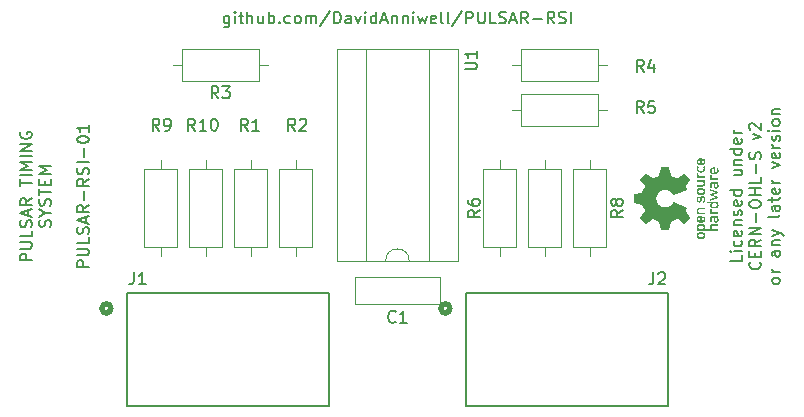
<source format=gbr>
%TF.GenerationSoftware,KiCad,Pcbnew,8.0.1*%
%TF.CreationDate,2024-04-06T13:55:48+01:00*%
%TF.ProjectId,RemoteStartInterface,52656d6f-7465-4537-9461-7274496e7465,rev?*%
%TF.SameCoordinates,Original*%
%TF.FileFunction,Legend,Top*%
%TF.FilePolarity,Positive*%
%FSLAX46Y46*%
G04 Gerber Fmt 4.6, Leading zero omitted, Abs format (unit mm)*
G04 Created by KiCad (PCBNEW 8.0.1) date 2024-04-06 13:55:48*
%MOMM*%
%LPD*%
G01*
G04 APERTURE LIST*
%ADD10C,0.150000*%
%ADD11C,0.000000*%
%ADD12C,0.120000*%
%ADD13C,0.152400*%
%ADD14C,0.508000*%
G04 APERTURE END LIST*
D10*
X20261904Y-1203152D02*
X20261904Y-2012676D01*
X20261904Y-2012676D02*
X20214285Y-2107914D01*
X20214285Y-2107914D02*
X20166666Y-2155533D01*
X20166666Y-2155533D02*
X20071428Y-2203152D01*
X20071428Y-2203152D02*
X19928571Y-2203152D01*
X19928571Y-2203152D02*
X19833333Y-2155533D01*
X20261904Y-1822200D02*
X20166666Y-1869819D01*
X20166666Y-1869819D02*
X19976190Y-1869819D01*
X19976190Y-1869819D02*
X19880952Y-1822200D01*
X19880952Y-1822200D02*
X19833333Y-1774580D01*
X19833333Y-1774580D02*
X19785714Y-1679342D01*
X19785714Y-1679342D02*
X19785714Y-1393628D01*
X19785714Y-1393628D02*
X19833333Y-1298390D01*
X19833333Y-1298390D02*
X19880952Y-1250771D01*
X19880952Y-1250771D02*
X19976190Y-1203152D01*
X19976190Y-1203152D02*
X20166666Y-1203152D01*
X20166666Y-1203152D02*
X20261904Y-1250771D01*
X20738095Y-1869819D02*
X20738095Y-1203152D01*
X20738095Y-869819D02*
X20690476Y-917438D01*
X20690476Y-917438D02*
X20738095Y-965057D01*
X20738095Y-965057D02*
X20785714Y-917438D01*
X20785714Y-917438D02*
X20738095Y-869819D01*
X20738095Y-869819D02*
X20738095Y-965057D01*
X21071428Y-1203152D02*
X21452380Y-1203152D01*
X21214285Y-869819D02*
X21214285Y-1726961D01*
X21214285Y-1726961D02*
X21261904Y-1822200D01*
X21261904Y-1822200D02*
X21357142Y-1869819D01*
X21357142Y-1869819D02*
X21452380Y-1869819D01*
X21785714Y-1869819D02*
X21785714Y-869819D01*
X22214285Y-1869819D02*
X22214285Y-1346009D01*
X22214285Y-1346009D02*
X22166666Y-1250771D01*
X22166666Y-1250771D02*
X22071428Y-1203152D01*
X22071428Y-1203152D02*
X21928571Y-1203152D01*
X21928571Y-1203152D02*
X21833333Y-1250771D01*
X21833333Y-1250771D02*
X21785714Y-1298390D01*
X23119047Y-1203152D02*
X23119047Y-1869819D01*
X22690476Y-1203152D02*
X22690476Y-1726961D01*
X22690476Y-1726961D02*
X22738095Y-1822200D01*
X22738095Y-1822200D02*
X22833333Y-1869819D01*
X22833333Y-1869819D02*
X22976190Y-1869819D01*
X22976190Y-1869819D02*
X23071428Y-1822200D01*
X23071428Y-1822200D02*
X23119047Y-1774580D01*
X23595238Y-1869819D02*
X23595238Y-869819D01*
X23595238Y-1250771D02*
X23690476Y-1203152D01*
X23690476Y-1203152D02*
X23880952Y-1203152D01*
X23880952Y-1203152D02*
X23976190Y-1250771D01*
X23976190Y-1250771D02*
X24023809Y-1298390D01*
X24023809Y-1298390D02*
X24071428Y-1393628D01*
X24071428Y-1393628D02*
X24071428Y-1679342D01*
X24071428Y-1679342D02*
X24023809Y-1774580D01*
X24023809Y-1774580D02*
X23976190Y-1822200D01*
X23976190Y-1822200D02*
X23880952Y-1869819D01*
X23880952Y-1869819D02*
X23690476Y-1869819D01*
X23690476Y-1869819D02*
X23595238Y-1822200D01*
X24500000Y-1774580D02*
X24547619Y-1822200D01*
X24547619Y-1822200D02*
X24500000Y-1869819D01*
X24500000Y-1869819D02*
X24452381Y-1822200D01*
X24452381Y-1822200D02*
X24500000Y-1774580D01*
X24500000Y-1774580D02*
X24500000Y-1869819D01*
X25404761Y-1822200D02*
X25309523Y-1869819D01*
X25309523Y-1869819D02*
X25119047Y-1869819D01*
X25119047Y-1869819D02*
X25023809Y-1822200D01*
X25023809Y-1822200D02*
X24976190Y-1774580D01*
X24976190Y-1774580D02*
X24928571Y-1679342D01*
X24928571Y-1679342D02*
X24928571Y-1393628D01*
X24928571Y-1393628D02*
X24976190Y-1298390D01*
X24976190Y-1298390D02*
X25023809Y-1250771D01*
X25023809Y-1250771D02*
X25119047Y-1203152D01*
X25119047Y-1203152D02*
X25309523Y-1203152D01*
X25309523Y-1203152D02*
X25404761Y-1250771D01*
X25976190Y-1869819D02*
X25880952Y-1822200D01*
X25880952Y-1822200D02*
X25833333Y-1774580D01*
X25833333Y-1774580D02*
X25785714Y-1679342D01*
X25785714Y-1679342D02*
X25785714Y-1393628D01*
X25785714Y-1393628D02*
X25833333Y-1298390D01*
X25833333Y-1298390D02*
X25880952Y-1250771D01*
X25880952Y-1250771D02*
X25976190Y-1203152D01*
X25976190Y-1203152D02*
X26119047Y-1203152D01*
X26119047Y-1203152D02*
X26214285Y-1250771D01*
X26214285Y-1250771D02*
X26261904Y-1298390D01*
X26261904Y-1298390D02*
X26309523Y-1393628D01*
X26309523Y-1393628D02*
X26309523Y-1679342D01*
X26309523Y-1679342D02*
X26261904Y-1774580D01*
X26261904Y-1774580D02*
X26214285Y-1822200D01*
X26214285Y-1822200D02*
X26119047Y-1869819D01*
X26119047Y-1869819D02*
X25976190Y-1869819D01*
X26738095Y-1869819D02*
X26738095Y-1203152D01*
X26738095Y-1298390D02*
X26785714Y-1250771D01*
X26785714Y-1250771D02*
X26880952Y-1203152D01*
X26880952Y-1203152D02*
X27023809Y-1203152D01*
X27023809Y-1203152D02*
X27119047Y-1250771D01*
X27119047Y-1250771D02*
X27166666Y-1346009D01*
X27166666Y-1346009D02*
X27166666Y-1869819D01*
X27166666Y-1346009D02*
X27214285Y-1250771D01*
X27214285Y-1250771D02*
X27309523Y-1203152D01*
X27309523Y-1203152D02*
X27452380Y-1203152D01*
X27452380Y-1203152D02*
X27547619Y-1250771D01*
X27547619Y-1250771D02*
X27595238Y-1346009D01*
X27595238Y-1346009D02*
X27595238Y-1869819D01*
X28785713Y-822200D02*
X27928571Y-2107914D01*
X29119047Y-1869819D02*
X29119047Y-869819D01*
X29119047Y-869819D02*
X29357142Y-869819D01*
X29357142Y-869819D02*
X29499999Y-917438D01*
X29499999Y-917438D02*
X29595237Y-1012676D01*
X29595237Y-1012676D02*
X29642856Y-1107914D01*
X29642856Y-1107914D02*
X29690475Y-1298390D01*
X29690475Y-1298390D02*
X29690475Y-1441247D01*
X29690475Y-1441247D02*
X29642856Y-1631723D01*
X29642856Y-1631723D02*
X29595237Y-1726961D01*
X29595237Y-1726961D02*
X29499999Y-1822200D01*
X29499999Y-1822200D02*
X29357142Y-1869819D01*
X29357142Y-1869819D02*
X29119047Y-1869819D01*
X30547618Y-1869819D02*
X30547618Y-1346009D01*
X30547618Y-1346009D02*
X30499999Y-1250771D01*
X30499999Y-1250771D02*
X30404761Y-1203152D01*
X30404761Y-1203152D02*
X30214285Y-1203152D01*
X30214285Y-1203152D02*
X30119047Y-1250771D01*
X30547618Y-1822200D02*
X30452380Y-1869819D01*
X30452380Y-1869819D02*
X30214285Y-1869819D01*
X30214285Y-1869819D02*
X30119047Y-1822200D01*
X30119047Y-1822200D02*
X30071428Y-1726961D01*
X30071428Y-1726961D02*
X30071428Y-1631723D01*
X30071428Y-1631723D02*
X30119047Y-1536485D01*
X30119047Y-1536485D02*
X30214285Y-1488866D01*
X30214285Y-1488866D02*
X30452380Y-1488866D01*
X30452380Y-1488866D02*
X30547618Y-1441247D01*
X30928571Y-1203152D02*
X31166666Y-1869819D01*
X31166666Y-1869819D02*
X31404761Y-1203152D01*
X31785714Y-1869819D02*
X31785714Y-1203152D01*
X31785714Y-869819D02*
X31738095Y-917438D01*
X31738095Y-917438D02*
X31785714Y-965057D01*
X31785714Y-965057D02*
X31833333Y-917438D01*
X31833333Y-917438D02*
X31785714Y-869819D01*
X31785714Y-869819D02*
X31785714Y-965057D01*
X32690475Y-1869819D02*
X32690475Y-869819D01*
X32690475Y-1822200D02*
X32595237Y-1869819D01*
X32595237Y-1869819D02*
X32404761Y-1869819D01*
X32404761Y-1869819D02*
X32309523Y-1822200D01*
X32309523Y-1822200D02*
X32261904Y-1774580D01*
X32261904Y-1774580D02*
X32214285Y-1679342D01*
X32214285Y-1679342D02*
X32214285Y-1393628D01*
X32214285Y-1393628D02*
X32261904Y-1298390D01*
X32261904Y-1298390D02*
X32309523Y-1250771D01*
X32309523Y-1250771D02*
X32404761Y-1203152D01*
X32404761Y-1203152D02*
X32595237Y-1203152D01*
X32595237Y-1203152D02*
X32690475Y-1250771D01*
X33119047Y-1584104D02*
X33595237Y-1584104D01*
X33023809Y-1869819D02*
X33357142Y-869819D01*
X33357142Y-869819D02*
X33690475Y-1869819D01*
X34023809Y-1203152D02*
X34023809Y-1869819D01*
X34023809Y-1298390D02*
X34071428Y-1250771D01*
X34071428Y-1250771D02*
X34166666Y-1203152D01*
X34166666Y-1203152D02*
X34309523Y-1203152D01*
X34309523Y-1203152D02*
X34404761Y-1250771D01*
X34404761Y-1250771D02*
X34452380Y-1346009D01*
X34452380Y-1346009D02*
X34452380Y-1869819D01*
X34928571Y-1203152D02*
X34928571Y-1869819D01*
X34928571Y-1298390D02*
X34976190Y-1250771D01*
X34976190Y-1250771D02*
X35071428Y-1203152D01*
X35071428Y-1203152D02*
X35214285Y-1203152D01*
X35214285Y-1203152D02*
X35309523Y-1250771D01*
X35309523Y-1250771D02*
X35357142Y-1346009D01*
X35357142Y-1346009D02*
X35357142Y-1869819D01*
X35833333Y-1869819D02*
X35833333Y-1203152D01*
X35833333Y-869819D02*
X35785714Y-917438D01*
X35785714Y-917438D02*
X35833333Y-965057D01*
X35833333Y-965057D02*
X35880952Y-917438D01*
X35880952Y-917438D02*
X35833333Y-869819D01*
X35833333Y-869819D02*
X35833333Y-965057D01*
X36214285Y-1203152D02*
X36404761Y-1869819D01*
X36404761Y-1869819D02*
X36595237Y-1393628D01*
X36595237Y-1393628D02*
X36785713Y-1869819D01*
X36785713Y-1869819D02*
X36976189Y-1203152D01*
X37738094Y-1822200D02*
X37642856Y-1869819D01*
X37642856Y-1869819D02*
X37452380Y-1869819D01*
X37452380Y-1869819D02*
X37357142Y-1822200D01*
X37357142Y-1822200D02*
X37309523Y-1726961D01*
X37309523Y-1726961D02*
X37309523Y-1346009D01*
X37309523Y-1346009D02*
X37357142Y-1250771D01*
X37357142Y-1250771D02*
X37452380Y-1203152D01*
X37452380Y-1203152D02*
X37642856Y-1203152D01*
X37642856Y-1203152D02*
X37738094Y-1250771D01*
X37738094Y-1250771D02*
X37785713Y-1346009D01*
X37785713Y-1346009D02*
X37785713Y-1441247D01*
X37785713Y-1441247D02*
X37309523Y-1536485D01*
X38357142Y-1869819D02*
X38261904Y-1822200D01*
X38261904Y-1822200D02*
X38214285Y-1726961D01*
X38214285Y-1726961D02*
X38214285Y-869819D01*
X38880952Y-1869819D02*
X38785714Y-1822200D01*
X38785714Y-1822200D02*
X38738095Y-1726961D01*
X38738095Y-1726961D02*
X38738095Y-869819D01*
X39976190Y-822200D02*
X39119048Y-2107914D01*
X40309524Y-1869819D02*
X40309524Y-869819D01*
X40309524Y-869819D02*
X40690476Y-869819D01*
X40690476Y-869819D02*
X40785714Y-917438D01*
X40785714Y-917438D02*
X40833333Y-965057D01*
X40833333Y-965057D02*
X40880952Y-1060295D01*
X40880952Y-1060295D02*
X40880952Y-1203152D01*
X40880952Y-1203152D02*
X40833333Y-1298390D01*
X40833333Y-1298390D02*
X40785714Y-1346009D01*
X40785714Y-1346009D02*
X40690476Y-1393628D01*
X40690476Y-1393628D02*
X40309524Y-1393628D01*
X41309524Y-869819D02*
X41309524Y-1679342D01*
X41309524Y-1679342D02*
X41357143Y-1774580D01*
X41357143Y-1774580D02*
X41404762Y-1822200D01*
X41404762Y-1822200D02*
X41500000Y-1869819D01*
X41500000Y-1869819D02*
X41690476Y-1869819D01*
X41690476Y-1869819D02*
X41785714Y-1822200D01*
X41785714Y-1822200D02*
X41833333Y-1774580D01*
X41833333Y-1774580D02*
X41880952Y-1679342D01*
X41880952Y-1679342D02*
X41880952Y-869819D01*
X42833333Y-1869819D02*
X42357143Y-1869819D01*
X42357143Y-1869819D02*
X42357143Y-869819D01*
X43119048Y-1822200D02*
X43261905Y-1869819D01*
X43261905Y-1869819D02*
X43500000Y-1869819D01*
X43500000Y-1869819D02*
X43595238Y-1822200D01*
X43595238Y-1822200D02*
X43642857Y-1774580D01*
X43642857Y-1774580D02*
X43690476Y-1679342D01*
X43690476Y-1679342D02*
X43690476Y-1584104D01*
X43690476Y-1584104D02*
X43642857Y-1488866D01*
X43642857Y-1488866D02*
X43595238Y-1441247D01*
X43595238Y-1441247D02*
X43500000Y-1393628D01*
X43500000Y-1393628D02*
X43309524Y-1346009D01*
X43309524Y-1346009D02*
X43214286Y-1298390D01*
X43214286Y-1298390D02*
X43166667Y-1250771D01*
X43166667Y-1250771D02*
X43119048Y-1155533D01*
X43119048Y-1155533D02*
X43119048Y-1060295D01*
X43119048Y-1060295D02*
X43166667Y-965057D01*
X43166667Y-965057D02*
X43214286Y-917438D01*
X43214286Y-917438D02*
X43309524Y-869819D01*
X43309524Y-869819D02*
X43547619Y-869819D01*
X43547619Y-869819D02*
X43690476Y-917438D01*
X44071429Y-1584104D02*
X44547619Y-1584104D01*
X43976191Y-1869819D02*
X44309524Y-869819D01*
X44309524Y-869819D02*
X44642857Y-1869819D01*
X45547619Y-1869819D02*
X45214286Y-1393628D01*
X44976191Y-1869819D02*
X44976191Y-869819D01*
X44976191Y-869819D02*
X45357143Y-869819D01*
X45357143Y-869819D02*
X45452381Y-917438D01*
X45452381Y-917438D02*
X45500000Y-965057D01*
X45500000Y-965057D02*
X45547619Y-1060295D01*
X45547619Y-1060295D02*
X45547619Y-1203152D01*
X45547619Y-1203152D02*
X45500000Y-1298390D01*
X45500000Y-1298390D02*
X45452381Y-1346009D01*
X45452381Y-1346009D02*
X45357143Y-1393628D01*
X45357143Y-1393628D02*
X44976191Y-1393628D01*
X45976191Y-1488866D02*
X46738096Y-1488866D01*
X47785714Y-1869819D02*
X47452381Y-1393628D01*
X47214286Y-1869819D02*
X47214286Y-869819D01*
X47214286Y-869819D02*
X47595238Y-869819D01*
X47595238Y-869819D02*
X47690476Y-917438D01*
X47690476Y-917438D02*
X47738095Y-965057D01*
X47738095Y-965057D02*
X47785714Y-1060295D01*
X47785714Y-1060295D02*
X47785714Y-1203152D01*
X47785714Y-1203152D02*
X47738095Y-1298390D01*
X47738095Y-1298390D02*
X47690476Y-1346009D01*
X47690476Y-1346009D02*
X47595238Y-1393628D01*
X47595238Y-1393628D02*
X47214286Y-1393628D01*
X48166667Y-1822200D02*
X48309524Y-1869819D01*
X48309524Y-1869819D02*
X48547619Y-1869819D01*
X48547619Y-1869819D02*
X48642857Y-1822200D01*
X48642857Y-1822200D02*
X48690476Y-1774580D01*
X48690476Y-1774580D02*
X48738095Y-1679342D01*
X48738095Y-1679342D02*
X48738095Y-1584104D01*
X48738095Y-1584104D02*
X48690476Y-1488866D01*
X48690476Y-1488866D02*
X48642857Y-1441247D01*
X48642857Y-1441247D02*
X48547619Y-1393628D01*
X48547619Y-1393628D02*
X48357143Y-1346009D01*
X48357143Y-1346009D02*
X48261905Y-1298390D01*
X48261905Y-1298390D02*
X48214286Y-1250771D01*
X48214286Y-1250771D02*
X48166667Y-1155533D01*
X48166667Y-1155533D02*
X48166667Y-1060295D01*
X48166667Y-1060295D02*
X48214286Y-965057D01*
X48214286Y-965057D02*
X48261905Y-917438D01*
X48261905Y-917438D02*
X48357143Y-869819D01*
X48357143Y-869819D02*
X48595238Y-869819D01*
X48595238Y-869819D02*
X48738095Y-917438D01*
X49166667Y-1869819D02*
X49166667Y-869819D01*
D11*
G36*
X60253186Y-18846426D02*
G01*
X60302364Y-18848236D01*
X60323521Y-18849671D01*
X60342649Y-18851494D01*
X60359940Y-18853728D01*
X60375587Y-18856398D01*
X60389784Y-18859529D01*
X60402725Y-18863146D01*
X60414602Y-18867273D01*
X60425608Y-18871935D01*
X60435937Y-18877157D01*
X60445783Y-18882963D01*
X60455337Y-18889379D01*
X60464794Y-18896428D01*
X60474640Y-18904335D01*
X60484119Y-18912772D01*
X60493194Y-18921741D01*
X60501829Y-18931244D01*
X60509986Y-18941283D01*
X60517629Y-18951859D01*
X60524719Y-18962975D01*
X60531221Y-18974632D01*
X60537097Y-18986833D01*
X60539789Y-18993137D01*
X60542310Y-18999578D01*
X60544656Y-19006156D01*
X60546822Y-19012871D01*
X60548804Y-19019723D01*
X60550597Y-19026712D01*
X60552197Y-19033839D01*
X60553598Y-19041104D01*
X60554797Y-19048507D01*
X60555788Y-19056049D01*
X60556566Y-19063729D01*
X60557128Y-19071548D01*
X60557469Y-19079505D01*
X60557584Y-19087603D01*
X60557192Y-19101131D01*
X60556035Y-19114313D01*
X60554137Y-19127166D01*
X60551522Y-19139705D01*
X60548215Y-19151947D01*
X60544241Y-19163910D01*
X60539625Y-19175608D01*
X60534391Y-19187060D01*
X60528564Y-19198280D01*
X60522169Y-19209287D01*
X60515230Y-19220096D01*
X60507773Y-19230723D01*
X60499821Y-19241186D01*
X60491400Y-19251501D01*
X60482534Y-19261684D01*
X60473247Y-19271753D01*
X61038001Y-19272269D01*
X61027793Y-19263113D01*
X61018242Y-19253570D01*
X61009349Y-19243648D01*
X61001115Y-19233356D01*
X60993538Y-19222702D01*
X60986620Y-19211693D01*
X60980360Y-19200339D01*
X60974759Y-19188647D01*
X60969816Y-19176626D01*
X60965531Y-19164284D01*
X60961906Y-19151629D01*
X60958939Y-19138669D01*
X60956632Y-19125414D01*
X60954984Y-19111870D01*
X60953994Y-19098046D01*
X60953665Y-19083951D01*
X60953916Y-19073500D01*
X60954667Y-19062984D01*
X60955917Y-19052430D01*
X60957664Y-19041863D01*
X60959906Y-19031309D01*
X60962641Y-19020796D01*
X60965868Y-19010347D01*
X60969584Y-18999990D01*
X60973789Y-18989750D01*
X60978479Y-18979654D01*
X60983654Y-18969728D01*
X60989311Y-18959996D01*
X60995449Y-18950486D01*
X61002066Y-18941224D01*
X61009159Y-18932234D01*
X61016728Y-18923544D01*
X61024771Y-18915180D01*
X61033285Y-18907167D01*
X61042269Y-18899531D01*
X61051721Y-18892298D01*
X61061639Y-18885495D01*
X61072022Y-18879146D01*
X61082867Y-18873280D01*
X61094174Y-18867920D01*
X61105939Y-18863094D01*
X61118161Y-18858826D01*
X61130839Y-18855144D01*
X61143971Y-18852073D01*
X61157554Y-18849640D01*
X61171588Y-18847869D01*
X61186069Y-18846788D01*
X61200997Y-18846422D01*
X61674707Y-18846422D01*
X61674707Y-18989773D01*
X61250250Y-18989773D01*
X61241273Y-18989949D01*
X61232538Y-18990471D01*
X61224048Y-18991333D01*
X61215806Y-18992527D01*
X61207814Y-18994044D01*
X61200075Y-18995879D01*
X61192593Y-18998023D01*
X61185370Y-19000469D01*
X61178409Y-19003210D01*
X61171712Y-19006237D01*
X61165282Y-19009544D01*
X61159123Y-19013123D01*
X61153237Y-19016967D01*
X61147627Y-19021068D01*
X61142295Y-19025418D01*
X61137245Y-19030011D01*
X61132479Y-19034839D01*
X61128000Y-19039893D01*
X61123811Y-19045168D01*
X61119915Y-19050655D01*
X61116314Y-19056347D01*
X61113012Y-19062236D01*
X61110011Y-19068315D01*
X61107314Y-19074577D01*
X61104923Y-19081014D01*
X61102843Y-19087618D01*
X61101074Y-19094383D01*
X61099621Y-19101300D01*
X61098486Y-19108362D01*
X61097672Y-19115563D01*
X61097181Y-19122893D01*
X61097017Y-19130346D01*
X61097181Y-19137925D01*
X61097672Y-19145374D01*
X61098486Y-19152684D01*
X61099621Y-19159849D01*
X61101074Y-19166861D01*
X61102843Y-19173714D01*
X61104923Y-19180400D01*
X61107314Y-19186912D01*
X61110011Y-19193242D01*
X61113012Y-19199385D01*
X61116315Y-19205331D01*
X61119915Y-19211075D01*
X61123811Y-19216608D01*
X61128000Y-19221924D01*
X61132479Y-19227016D01*
X61137245Y-19231877D01*
X61142295Y-19236498D01*
X61147627Y-19240873D01*
X61153237Y-19244996D01*
X61159123Y-19248857D01*
X61165283Y-19252452D01*
X61171712Y-19255771D01*
X61178409Y-19258808D01*
X61185370Y-19261557D01*
X61192594Y-19264008D01*
X61200076Y-19266157D01*
X61207814Y-19267994D01*
X61215806Y-19269514D01*
X61224048Y-19270708D01*
X61232538Y-19271570D01*
X61241273Y-19272093D01*
X61250250Y-19272269D01*
X61674708Y-19272269D01*
X61674708Y-19415659D01*
X60193530Y-19415659D01*
X59836541Y-19415659D01*
X59836541Y-19271753D01*
X59911035Y-19271753D01*
X59901993Y-19263071D01*
X59893341Y-19253917D01*
X59885105Y-19244310D01*
X59877313Y-19234273D01*
X59869990Y-19223824D01*
X59863163Y-19212984D01*
X59856860Y-19201774D01*
X59851106Y-19190215D01*
X59845930Y-19178326D01*
X59841357Y-19166128D01*
X59837414Y-19153642D01*
X59834128Y-19140888D01*
X59832184Y-19131179D01*
X59971439Y-19131179D01*
X59971781Y-19143329D01*
X59972790Y-19154760D01*
X59974443Y-19165493D01*
X59976715Y-19175551D01*
X59979583Y-19184956D01*
X59983021Y-19193729D01*
X59987006Y-19201892D01*
X59991513Y-19209468D01*
X59996518Y-19216477D01*
X60001998Y-19222943D01*
X60007928Y-19228886D01*
X60014283Y-19234328D01*
X60021040Y-19239292D01*
X60028174Y-19243800D01*
X60035661Y-19247872D01*
X60043477Y-19251532D01*
X60051598Y-19254800D01*
X60059999Y-19257699D01*
X60068657Y-19260251D01*
X60077547Y-19262477D01*
X60086645Y-19264399D01*
X60095927Y-19266040D01*
X60114945Y-19268563D01*
X60134408Y-19270220D01*
X60154122Y-19271188D01*
X60173894Y-19271641D01*
X60193530Y-19271752D01*
X60232480Y-19271190D01*
X60252009Y-19270224D01*
X60271313Y-19268568D01*
X60290196Y-19266048D01*
X60308464Y-19262487D01*
X60325920Y-19257712D01*
X60334282Y-19254814D01*
X60342369Y-19251547D01*
X60350154Y-19247888D01*
X60357615Y-19243816D01*
X60364725Y-19239309D01*
X60371462Y-19234346D01*
X60377801Y-19228903D01*
X60383716Y-19222960D01*
X60389184Y-19216495D01*
X60394181Y-19209485D01*
X60398681Y-19201908D01*
X60402660Y-19193744D01*
X60406094Y-19184969D01*
X60408959Y-19175563D01*
X60411229Y-19165502D01*
X60412882Y-19154766D01*
X60413891Y-19143332D01*
X60414233Y-19131179D01*
X60413911Y-19118900D01*
X60412958Y-19107348D01*
X60411396Y-19096501D01*
X60409245Y-19086338D01*
X60406526Y-19076835D01*
X60403258Y-19067971D01*
X60399464Y-19059724D01*
X60395163Y-19052071D01*
X60390375Y-19044991D01*
X60385123Y-19038461D01*
X60379425Y-19032459D01*
X60373304Y-19026963D01*
X60366779Y-19021951D01*
X60359870Y-19017401D01*
X60352600Y-19013290D01*
X60344988Y-19009597D01*
X60337054Y-19006299D01*
X60328820Y-19003374D01*
X60320306Y-19000800D01*
X60311533Y-18998556D01*
X60302521Y-18996618D01*
X60293291Y-18994964D01*
X60274259Y-18992423D01*
X60254602Y-18990755D01*
X60234485Y-18989783D01*
X60214073Y-18989329D01*
X60193530Y-18989217D01*
X60152093Y-18989783D01*
X60131784Y-18990755D01*
X60111964Y-18992423D01*
X60092796Y-18994964D01*
X60074442Y-18998556D01*
X60057065Y-19003374D01*
X60048794Y-19006299D01*
X60040828Y-19009597D01*
X60033187Y-19013290D01*
X60025892Y-19017401D01*
X60018963Y-19021951D01*
X60012420Y-19026963D01*
X60006284Y-19032459D01*
X60000575Y-19038461D01*
X59995313Y-19044991D01*
X59990519Y-19052071D01*
X59986213Y-19059724D01*
X59982415Y-19067971D01*
X59979146Y-19076835D01*
X59976426Y-19086338D01*
X59974274Y-19096501D01*
X59972713Y-19107348D01*
X59971761Y-19118900D01*
X59971439Y-19131179D01*
X59832184Y-19131179D01*
X59831525Y-19127887D01*
X59829634Y-19114658D01*
X59828479Y-19101223D01*
X59828088Y-19087603D01*
X59828543Y-19071547D01*
X59829884Y-19056049D01*
X59832073Y-19041104D01*
X59835074Y-19026712D01*
X59838849Y-19012871D01*
X59843362Y-18999578D01*
X59848575Y-18986833D01*
X59854450Y-18974632D01*
X59860952Y-18962975D01*
X59868043Y-18951859D01*
X59875685Y-18941283D01*
X59883843Y-18931244D01*
X59892478Y-18921741D01*
X59901553Y-18912772D01*
X59911032Y-18904335D01*
X59920877Y-18896428D01*
X59930348Y-18889379D01*
X59939915Y-18882963D01*
X59949773Y-18877157D01*
X59960120Y-18871935D01*
X59965537Y-18869536D01*
X59971150Y-18867273D01*
X59976982Y-18865144D01*
X59983059Y-18863146D01*
X59989404Y-18861275D01*
X59996043Y-18859529D01*
X60010298Y-18856398D01*
X60026019Y-18853728D01*
X60043402Y-18851494D01*
X60062644Y-18849671D01*
X60083939Y-18848236D01*
X60107483Y-18847162D01*
X60133472Y-18846426D01*
X60162103Y-18846002D01*
X60193570Y-18845866D01*
X60253186Y-18846426D01*
G37*
G36*
X60246949Y-13733441D02*
G01*
X60257719Y-13733233D01*
X60268151Y-13732613D01*
X60278245Y-13731589D01*
X60288000Y-13730171D01*
X60297417Y-13728366D01*
X60306495Y-13726181D01*
X60315233Y-13723627D01*
X60323633Y-13720710D01*
X60331692Y-13717439D01*
X60339411Y-13713823D01*
X60346790Y-13709868D01*
X60353829Y-13705585D01*
X60360527Y-13700980D01*
X60366883Y-13696062D01*
X60372899Y-13690839D01*
X60378572Y-13685320D01*
X60383904Y-13679512D01*
X60388894Y-13673425D01*
X60393542Y-13667065D01*
X60397847Y-13660441D01*
X60401809Y-13653563D01*
X60405427Y-13646436D01*
X60408703Y-13639071D01*
X60411635Y-13631475D01*
X60414222Y-13623656D01*
X60416466Y-13615623D01*
X60418365Y-13607383D01*
X60419920Y-13598946D01*
X60421129Y-13590318D01*
X60421993Y-13581510D01*
X60422512Y-13572527D01*
X60422685Y-13563380D01*
X60422390Y-13553060D01*
X60421512Y-13542672D01*
X60420061Y-13532249D01*
X60418048Y-13521820D01*
X60415483Y-13511416D01*
X60412376Y-13501068D01*
X60408737Y-13490806D01*
X60404578Y-13480662D01*
X60399908Y-13470665D01*
X60394738Y-13460847D01*
X60389077Y-13451238D01*
X60382937Y-13441870D01*
X60376328Y-13432771D01*
X60369260Y-13423975D01*
X60361743Y-13415510D01*
X60353788Y-13407408D01*
X60442291Y-13303387D01*
X60457019Y-13316795D01*
X60470648Y-13330675D01*
X60483198Y-13345002D01*
X60494690Y-13359750D01*
X60505144Y-13374896D01*
X60514581Y-13390413D01*
X60523022Y-13406278D01*
X60530487Y-13422464D01*
X60536996Y-13438948D01*
X60542571Y-13455704D01*
X60547232Y-13472708D01*
X60550999Y-13489934D01*
X60553893Y-13507357D01*
X60555935Y-13524953D01*
X60557145Y-13542696D01*
X60557544Y-13560562D01*
X60556682Y-13588209D01*
X60553951Y-13616130D01*
X60549127Y-13644042D01*
X60541988Y-13671661D01*
X60532312Y-13698703D01*
X60526454Y-13711919D01*
X60519878Y-13724884D01*
X60512557Y-13737562D01*
X60504462Y-13749919D01*
X60495567Y-13761919D01*
X60485843Y-13773525D01*
X60475263Y-13784703D01*
X60463799Y-13795418D01*
X60451423Y-13805633D01*
X60438107Y-13815313D01*
X60423824Y-13824423D01*
X60408546Y-13832927D01*
X60392245Y-13840790D01*
X60374893Y-13847975D01*
X60356462Y-13854448D01*
X60336926Y-13860174D01*
X60316255Y-13865116D01*
X60294422Y-13869239D01*
X60271400Y-13872507D01*
X60247161Y-13874886D01*
X60221676Y-13876339D01*
X60194919Y-13876832D01*
X60169508Y-13876380D01*
X60145174Y-13875047D01*
X60128919Y-13873522D01*
X60121899Y-13872864D01*
X60099666Y-13869862D01*
X60078457Y-13866075D01*
X60058254Y-13861533D01*
X60039039Y-13856269D01*
X60020795Y-13850314D01*
X60003504Y-13843700D01*
X59987149Y-13836460D01*
X59971711Y-13828624D01*
X59957172Y-13820225D01*
X59943516Y-13811295D01*
X59930723Y-13801866D01*
X59918778Y-13791969D01*
X59907661Y-13781637D01*
X59897356Y-13770900D01*
X59887843Y-13759792D01*
X59879107Y-13748343D01*
X59871128Y-13736587D01*
X59863890Y-13724554D01*
X59857374Y-13712276D01*
X59851562Y-13699786D01*
X59846438Y-13687115D01*
X59841983Y-13674296D01*
X59838180Y-13661359D01*
X59835010Y-13648337D01*
X59832456Y-13635262D01*
X59829126Y-13609079D01*
X59828048Y-13583066D01*
X59963026Y-13583066D01*
X59963194Y-13590909D01*
X59963699Y-13598622D01*
X59964539Y-13606197D01*
X59965712Y-13613627D01*
X59967217Y-13620904D01*
X59969054Y-13628022D01*
X59971221Y-13634973D01*
X59973716Y-13641750D01*
X59976539Y-13648346D01*
X59979687Y-13654754D01*
X59983161Y-13660966D01*
X59986958Y-13666975D01*
X59991077Y-13672774D01*
X59995518Y-13678355D01*
X60000278Y-13683712D01*
X60005357Y-13688838D01*
X60010754Y-13693724D01*
X60016466Y-13698364D01*
X60022493Y-13702751D01*
X60028834Y-13706878D01*
X60035486Y-13710736D01*
X60042450Y-13714320D01*
X60049724Y-13717621D01*
X60057306Y-13720633D01*
X60065196Y-13723348D01*
X60073391Y-13725760D01*
X60081891Y-13727860D01*
X60090695Y-13729642D01*
X60099801Y-13731098D01*
X60109208Y-13732222D01*
X60118914Y-13733005D01*
X60128919Y-13733442D01*
X60128919Y-13432689D01*
X60118914Y-13433255D01*
X60109208Y-13434152D01*
X60099801Y-13435372D01*
X60090695Y-13436911D01*
X60081892Y-13438761D01*
X60073391Y-13440917D01*
X60065196Y-13443371D01*
X60057307Y-13446118D01*
X60049724Y-13449150D01*
X60042451Y-13452462D01*
X60035487Y-13456047D01*
X60028834Y-13459899D01*
X60022493Y-13464011D01*
X60016466Y-13468377D01*
X60010754Y-13472990D01*
X60005358Y-13477844D01*
X60000279Y-13482933D01*
X59995518Y-13488250D01*
X59991078Y-13493789D01*
X59986958Y-13499544D01*
X59983161Y-13505507D01*
X59979687Y-13511673D01*
X59976539Y-13518036D01*
X59973716Y-13524588D01*
X59971221Y-13531323D01*
X59969054Y-13538235D01*
X59967217Y-13545318D01*
X59965712Y-13552565D01*
X59964539Y-13559970D01*
X59963699Y-13567526D01*
X59963194Y-13575227D01*
X59963026Y-13583066D01*
X59828048Y-13583066D01*
X59828048Y-13583065D01*
X59828388Y-13568381D01*
X59829403Y-13553840D01*
X59831083Y-13539464D01*
X59833420Y-13525274D01*
X59836404Y-13511291D01*
X59840026Y-13497536D01*
X59844278Y-13484030D01*
X59849151Y-13470794D01*
X59854635Y-13457850D01*
X59860722Y-13445219D01*
X59867402Y-13432922D01*
X59874667Y-13420980D01*
X59882508Y-13409414D01*
X59890915Y-13398246D01*
X59899879Y-13387496D01*
X59909392Y-13377186D01*
X59919445Y-13367337D01*
X59930029Y-13357970D01*
X59941134Y-13349106D01*
X59952752Y-13340767D01*
X59964873Y-13332973D01*
X59977489Y-13325746D01*
X59990591Y-13319106D01*
X60004169Y-13313076D01*
X60018216Y-13307676D01*
X60032720Y-13302927D01*
X60047675Y-13298851D01*
X60063070Y-13295469D01*
X60078897Y-13292801D01*
X60095147Y-13290869D01*
X60111811Y-13289695D01*
X60128879Y-13289298D01*
X60246949Y-13289298D01*
X60246949Y-13733441D01*
G37*
G36*
X60447104Y-13925166D02*
G01*
X60459785Y-13937587D01*
X60471912Y-13950568D01*
X60483438Y-13964105D01*
X60494315Y-13978196D01*
X60504496Y-13992839D01*
X60513933Y-14008032D01*
X60522579Y-14023771D01*
X60530385Y-14040055D01*
X60537305Y-14056881D01*
X60543291Y-14074247D01*
X60548295Y-14092150D01*
X60552270Y-14110589D01*
X60555168Y-14129560D01*
X60556942Y-14149062D01*
X60557544Y-14169092D01*
X60556313Y-14199818D01*
X60552569Y-14230189D01*
X60546236Y-14259980D01*
X60537238Y-14288967D01*
X60531715Y-14303088D01*
X60525497Y-14316925D01*
X60518574Y-14330447D01*
X60510937Y-14343629D01*
X60502576Y-14356440D01*
X60493481Y-14368855D01*
X60483644Y-14380843D01*
X60473054Y-14392378D01*
X60461702Y-14403432D01*
X60449578Y-14413975D01*
X60436672Y-14423981D01*
X60422976Y-14433421D01*
X60408480Y-14442267D01*
X60393173Y-14450491D01*
X60377047Y-14458065D01*
X60360092Y-14464960D01*
X60342298Y-14471150D01*
X60323655Y-14476605D01*
X60304155Y-14481298D01*
X60283787Y-14485201D01*
X60262543Y-14488285D01*
X60240411Y-14490523D01*
X60217384Y-14491886D01*
X60193451Y-14492346D01*
X60169406Y-14491886D01*
X60146273Y-14490523D01*
X60124042Y-14488285D01*
X60102705Y-14485201D01*
X60082250Y-14481298D01*
X60062669Y-14476605D01*
X60043951Y-14471150D01*
X60026086Y-14464960D01*
X60009066Y-14458065D01*
X59992879Y-14450491D01*
X59977517Y-14442267D01*
X59962970Y-14433421D01*
X59949227Y-14423981D01*
X59936280Y-14413975D01*
X59924118Y-14403432D01*
X59912731Y-14392378D01*
X59902110Y-14380843D01*
X59892245Y-14368855D01*
X59883127Y-14356440D01*
X59874745Y-14343629D01*
X59867089Y-14330447D01*
X59860151Y-14316925D01*
X59853919Y-14303088D01*
X59848385Y-14288967D01*
X59843539Y-14274588D01*
X59839370Y-14259980D01*
X59835870Y-14245171D01*
X59833028Y-14230189D01*
X59830835Y-14215062D01*
X59829280Y-14199818D01*
X59828048Y-14169092D01*
X59828199Y-14159014D01*
X59828649Y-14149069D01*
X59829392Y-14139255D01*
X59830422Y-14129573D01*
X59833319Y-14110607D01*
X59837292Y-14092173D01*
X59842295Y-14074272D01*
X59848280Y-14056909D01*
X59855200Y-14040084D01*
X59863008Y-14023800D01*
X59871656Y-14008060D01*
X59881097Y-13992867D01*
X59891284Y-13978221D01*
X59902170Y-13964127D01*
X59913707Y-13950586D01*
X59925848Y-13937600D01*
X59938546Y-13925172D01*
X59951754Y-13913305D01*
X60045933Y-14018716D01*
X60037915Y-14025474D01*
X60030220Y-14032587D01*
X60022876Y-14040043D01*
X60015909Y-14047832D01*
X60009345Y-14055944D01*
X60003212Y-14064367D01*
X59997536Y-14073091D01*
X59992344Y-14082106D01*
X59987663Y-14091401D01*
X59983519Y-14100965D01*
X59979939Y-14110788D01*
X59976951Y-14120860D01*
X59974579Y-14131169D01*
X59972853Y-14141705D01*
X59971797Y-14152457D01*
X59971439Y-14163416D01*
X59972219Y-14184729D01*
X59974581Y-14204890D01*
X59976367Y-14214530D01*
X59978562Y-14223870D01*
X59981169Y-14232907D01*
X59984195Y-14241638D01*
X59987642Y-14250057D01*
X59991516Y-14258161D01*
X59995820Y-14265947D01*
X60000560Y-14273410D01*
X60005738Y-14280547D01*
X60011361Y-14287354D01*
X60017432Y-14293826D01*
X60023956Y-14299961D01*
X60030936Y-14305753D01*
X60038378Y-14311200D01*
X60046285Y-14316298D01*
X60054663Y-14321042D01*
X60063515Y-14325429D01*
X60072845Y-14329454D01*
X60082659Y-14333114D01*
X60092961Y-14336406D01*
X60103755Y-14339325D01*
X60115044Y-14341867D01*
X60126835Y-14344029D01*
X60139130Y-14345806D01*
X60165254Y-14348192D01*
X60193451Y-14348994D01*
X60207692Y-14348793D01*
X60221418Y-14348192D01*
X60234634Y-14347194D01*
X60247343Y-14345804D01*
X60259549Y-14344026D01*
X60271258Y-14341864D01*
X60282472Y-14339320D01*
X60293196Y-14336400D01*
X60303434Y-14333108D01*
X60313191Y-14329446D01*
X60322469Y-14325419D01*
X60331274Y-14321031D01*
X60339610Y-14316286D01*
X60347480Y-14311187D01*
X60354889Y-14305739D01*
X60361840Y-14299946D01*
X60368338Y-14293810D01*
X60374388Y-14287337D01*
X60379992Y-14280530D01*
X60385156Y-14273393D01*
X60389883Y-14265929D01*
X60394177Y-14258143D01*
X60398043Y-14250039D01*
X60401485Y-14241621D01*
X60404506Y-14232891D01*
X60407111Y-14223855D01*
X60409304Y-14214517D01*
X60411089Y-14204879D01*
X60412471Y-14194946D01*
X60413452Y-14184722D01*
X60414038Y-14174211D01*
X60414233Y-14163416D01*
X60414143Y-14157912D01*
X60413875Y-14152458D01*
X60413432Y-14147056D01*
X60412819Y-14141706D01*
X60411092Y-14131172D01*
X60408721Y-14120865D01*
X60405732Y-14110796D01*
X60402152Y-14100976D01*
X60398009Y-14091414D01*
X60393327Y-14082121D01*
X60388135Y-14073108D01*
X60382459Y-14064384D01*
X60376326Y-14055961D01*
X60369763Y-14047849D01*
X60362796Y-14040058D01*
X60355451Y-14032598D01*
X60347757Y-14025481D01*
X60339739Y-14018716D01*
X60433917Y-13913305D01*
X60447104Y-13925166D01*
G37*
G36*
X60006563Y-14579301D02*
G01*
X60002003Y-14585516D01*
X59997796Y-14591532D01*
X59993934Y-14597383D01*
X59990410Y-14603102D01*
X59987215Y-14608722D01*
X59984340Y-14614276D01*
X59981778Y-14619797D01*
X59979521Y-14625319D01*
X59977560Y-14630874D01*
X59975887Y-14636495D01*
X59974494Y-14642217D01*
X59973372Y-14648071D01*
X59972515Y-14654091D01*
X59971912Y-14660311D01*
X59971556Y-14666762D01*
X59971440Y-14673480D01*
X59971970Y-14686632D01*
X59973575Y-14699650D01*
X59976275Y-14712435D01*
X59980091Y-14724890D01*
X59982424Y-14730962D01*
X59985043Y-14736914D01*
X59987952Y-14742735D01*
X59991153Y-14748411D01*
X59994648Y-14753930D01*
X59998440Y-14759280D01*
X60002531Y-14764449D01*
X60006925Y-14769424D01*
X60011624Y-14774193D01*
X60016630Y-14778744D01*
X60021946Y-14783064D01*
X60027574Y-14787141D01*
X60033517Y-14790962D01*
X60039778Y-14794516D01*
X60046360Y-14797790D01*
X60053264Y-14800772D01*
X60060493Y-14803449D01*
X60068050Y-14805809D01*
X60075938Y-14807840D01*
X60084159Y-14809529D01*
X60092716Y-14810865D01*
X60101611Y-14811834D01*
X60110847Y-14812424D01*
X60120427Y-14812624D01*
X60549091Y-14812624D01*
X60549091Y-14956015D01*
X59836502Y-14956015D01*
X59836502Y-14812624D01*
X59912385Y-14812624D01*
X59912385Y-14809845D01*
X59902176Y-14801185D01*
X59892626Y-14792073D01*
X59883733Y-14782524D01*
X59875499Y-14772550D01*
X59867922Y-14762162D01*
X59861004Y-14751375D01*
X59854744Y-14740200D01*
X59849143Y-14728650D01*
X59844200Y-14716738D01*
X59839915Y-14704476D01*
X59836290Y-14691877D01*
X59833323Y-14678953D01*
X59831016Y-14665718D01*
X59829367Y-14652183D01*
X59828378Y-14638362D01*
X59828048Y-14624267D01*
X59828293Y-14613570D01*
X59829020Y-14603099D01*
X59830216Y-14592845D01*
X59831868Y-14582799D01*
X59833966Y-14572952D01*
X59836495Y-14563296D01*
X59839445Y-14553821D01*
X59842802Y-14544520D01*
X59846555Y-14535382D01*
X59850690Y-14526400D01*
X59855197Y-14517565D01*
X59860061Y-14508867D01*
X59865272Y-14500299D01*
X59870816Y-14491851D01*
X59876682Y-14483514D01*
X59882857Y-14475280D01*
X60006563Y-14579301D01*
G37*
G36*
X60549170Y-15256568D02*
G01*
X60473208Y-15256568D01*
X60473208Y-15259346D01*
X60483416Y-15268006D01*
X60492967Y-15277115D01*
X60501859Y-15286658D01*
X60510094Y-15296619D01*
X60517670Y-15306984D01*
X60524588Y-15317739D01*
X60530848Y-15328869D01*
X60536450Y-15340358D01*
X60541393Y-15352193D01*
X60545677Y-15364358D01*
X60549302Y-15376838D01*
X60552269Y-15389619D01*
X60554576Y-15402686D01*
X60556225Y-15416025D01*
X60557214Y-15429620D01*
X60557544Y-15443456D01*
X60557293Y-15454034D01*
X60556541Y-15464669D01*
X60553544Y-15486005D01*
X60548567Y-15507260D01*
X60545340Y-15517792D01*
X60541624Y-15528227D01*
X60537420Y-15538538D01*
X60532729Y-15548700D01*
X60527555Y-15558688D01*
X60521898Y-15568474D01*
X60515760Y-15578034D01*
X60509143Y-15587342D01*
X60502049Y-15596372D01*
X60494480Y-15605099D01*
X60486438Y-15613496D01*
X60477924Y-15621538D01*
X60468940Y-15629199D01*
X60459488Y-15636453D01*
X60449570Y-15643275D01*
X60439187Y-15649639D01*
X60428342Y-15655519D01*
X60417035Y-15660889D01*
X60405270Y-15665724D01*
X60393048Y-15669998D01*
X60380370Y-15673685D01*
X60367238Y-15676759D01*
X60353655Y-15679195D01*
X60339621Y-15680967D01*
X60325140Y-15682049D01*
X60310212Y-15682415D01*
X59836501Y-15682415D01*
X59836501Y-15539103D01*
X60260960Y-15539103D01*
X60269930Y-15538927D01*
X60278658Y-15538405D01*
X60287143Y-15537542D01*
X60295381Y-15536347D01*
X60303369Y-15534827D01*
X60311104Y-15532988D01*
X60318584Y-15530839D01*
X60325806Y-15528386D01*
X60332766Y-15525636D01*
X60339462Y-15522598D01*
X60345892Y-15519277D01*
X60352051Y-15515682D01*
X60357938Y-15511819D01*
X60363550Y-15507695D01*
X60368883Y-15503319D01*
X60373935Y-15498696D01*
X60378702Y-15493835D01*
X60383183Y-15488743D01*
X60387375Y-15483426D01*
X60391273Y-15477892D01*
X60394876Y-15472148D01*
X60398181Y-15466202D01*
X60401185Y-15460060D01*
X60403884Y-15453730D01*
X60406277Y-15447219D01*
X60408360Y-15440534D01*
X60410130Y-15433683D01*
X60411585Y-15426672D01*
X60412722Y-15419509D01*
X60413537Y-15412202D01*
X60414028Y-15404757D01*
X60414193Y-15397181D01*
X60414028Y-15389724D01*
X60413537Y-15382390D01*
X60412722Y-15375187D01*
X60411585Y-15368122D01*
X60410130Y-15361202D01*
X60408360Y-15354435D01*
X60406277Y-15347828D01*
X60403884Y-15341389D01*
X60401185Y-15335125D01*
X60398181Y-15329044D01*
X60394876Y-15323153D01*
X60391273Y-15317460D01*
X60387375Y-15311971D01*
X60383183Y-15306696D01*
X60378702Y-15301640D01*
X60373935Y-15296811D01*
X60368883Y-15292218D01*
X60363550Y-15287866D01*
X60357938Y-15283765D01*
X60352051Y-15279921D01*
X60345892Y-15276341D01*
X60339462Y-15273034D01*
X60332766Y-15270006D01*
X60325806Y-15267265D01*
X60318584Y-15264819D01*
X60311104Y-15262675D01*
X60303369Y-15260840D01*
X60295381Y-15259322D01*
X60287143Y-15258128D01*
X60278658Y-15257266D01*
X60269930Y-15256744D01*
X60260960Y-15256568D01*
X59836501Y-15256568D01*
X59836501Y-15113257D01*
X60549170Y-15113257D01*
X60549170Y-15256568D01*
G37*
G36*
X60220024Y-15805077D02*
G01*
X60245810Y-15805884D01*
X60269644Y-15807246D01*
X60291665Y-15809178D01*
X60312017Y-15811694D01*
X60330840Y-15814809D01*
X60348277Y-15818538D01*
X60364470Y-15822894D01*
X60379560Y-15827893D01*
X60393689Y-15833548D01*
X60406999Y-15839875D01*
X60419631Y-15846887D01*
X60431728Y-15854599D01*
X60443431Y-15863027D01*
X60454883Y-15872183D01*
X60466224Y-15882083D01*
X60474430Y-15889782D01*
X60482659Y-15898133D01*
X60490833Y-15907162D01*
X60498876Y-15916898D01*
X60506713Y-15927366D01*
X60514268Y-15938594D01*
X60521464Y-15950609D01*
X60528225Y-15963437D01*
X60534476Y-15977106D01*
X60540140Y-15991642D01*
X60545141Y-16007072D01*
X60549403Y-16023423D01*
X60552851Y-16040722D01*
X60555407Y-16058997D01*
X60556997Y-16078273D01*
X60557544Y-16098578D01*
X60557406Y-16108854D01*
X60556997Y-16118869D01*
X60556328Y-16128628D01*
X60555407Y-16138133D01*
X60554245Y-16147389D01*
X60552851Y-16156397D01*
X60551234Y-16165162D01*
X60549403Y-16173688D01*
X60547369Y-16181976D01*
X60545141Y-16190031D01*
X60542728Y-16197856D01*
X60540140Y-16205455D01*
X60537386Y-16212830D01*
X60534476Y-16219985D01*
X60531419Y-16226924D01*
X60528225Y-16233650D01*
X60521464Y-16246475D01*
X60514268Y-16258487D01*
X60506713Y-16269713D01*
X60498876Y-16280180D01*
X60490833Y-16289915D01*
X60482659Y-16298945D01*
X60474430Y-16307295D01*
X60466224Y-16314994D01*
X60454883Y-16324895D01*
X60443433Y-16334054D01*
X60431731Y-16342485D01*
X60419637Y-16350203D01*
X60407007Y-16357221D01*
X60393699Y-16363554D01*
X60379572Y-16369217D01*
X60364485Y-16374223D01*
X60348294Y-16378586D01*
X60330857Y-16382322D01*
X60312034Y-16385444D01*
X60291682Y-16387966D01*
X60269658Y-16389903D01*
X60245822Y-16391269D01*
X60220030Y-16392078D01*
X60192142Y-16392345D01*
X60164491Y-16392078D01*
X60138910Y-16391269D01*
X60115258Y-16389903D01*
X60093393Y-16387966D01*
X60073177Y-16385444D01*
X60054468Y-16382322D01*
X60037127Y-16378586D01*
X60021014Y-16374223D01*
X60005987Y-16369217D01*
X59991907Y-16363554D01*
X59978633Y-16357221D01*
X59966025Y-16350203D01*
X59953943Y-16342485D01*
X59942246Y-16334054D01*
X59930795Y-16324895D01*
X59919448Y-16314994D01*
X59911241Y-16307295D01*
X59903010Y-16298945D01*
X59894832Y-16289915D01*
X59886783Y-16280180D01*
X59878940Y-16269713D01*
X59871379Y-16258487D01*
X59864176Y-16246474D01*
X59857407Y-16233650D01*
X59851149Y-16219985D01*
X59845478Y-16205455D01*
X59840470Y-16190031D01*
X59836202Y-16173687D01*
X59832749Y-16156397D01*
X59830189Y-16138133D01*
X59828596Y-16118869D01*
X59828048Y-16098579D01*
X59971439Y-16098579D01*
X59971699Y-16107738D01*
X59972464Y-16116773D01*
X59973710Y-16125653D01*
X59975416Y-16134350D01*
X59977559Y-16142834D01*
X59980116Y-16151076D01*
X59983064Y-16159047D01*
X59986381Y-16166717D01*
X59990044Y-16174057D01*
X59994031Y-16181039D01*
X59998318Y-16187632D01*
X60002883Y-16193808D01*
X60007703Y-16199537D01*
X60012756Y-16204790D01*
X60018019Y-16209538D01*
X60020722Y-16211714D01*
X60023470Y-16213752D01*
X60030482Y-16218555D01*
X60037390Y-16222944D01*
X60044315Y-16226933D01*
X60051382Y-16230537D01*
X60058713Y-16233769D01*
X60066433Y-16236645D01*
X60074665Y-16239179D01*
X60083532Y-16241384D01*
X60093157Y-16243276D01*
X60103665Y-16244869D01*
X60115177Y-16246178D01*
X60127819Y-16247216D01*
X60141713Y-16247998D01*
X60156982Y-16248539D01*
X60192142Y-16248954D01*
X60210776Y-16248853D01*
X60227757Y-16248539D01*
X60243208Y-16247998D01*
X60257256Y-16247216D01*
X60270028Y-16246178D01*
X60281648Y-16244869D01*
X60292242Y-16243276D01*
X60301937Y-16241384D01*
X60310858Y-16239179D01*
X60319131Y-16236645D01*
X60326881Y-16233769D01*
X60334235Y-16230537D01*
X60341319Y-16226933D01*
X60348257Y-16222944D01*
X60355176Y-16218555D01*
X60362203Y-16213752D01*
X60367660Y-16209538D01*
X60372927Y-16204790D01*
X60377984Y-16199537D01*
X60382806Y-16193808D01*
X60387372Y-16187632D01*
X60391659Y-16181039D01*
X60395644Y-16174057D01*
X60399306Y-16166717D01*
X60402621Y-16159047D01*
X60405566Y-16151076D01*
X60408121Y-16142834D01*
X60410261Y-16134350D01*
X60411965Y-16125653D01*
X60413210Y-16116773D01*
X60413974Y-16107738D01*
X60414233Y-16098579D01*
X60413973Y-16089406D01*
X60413209Y-16080361D01*
X60411962Y-16071474D01*
X60410256Y-16062772D01*
X60408113Y-16054285D01*
X60405556Y-16046042D01*
X60402608Y-16038071D01*
X60399291Y-16030400D01*
X60395628Y-16023060D01*
X60391641Y-16016078D01*
X60387354Y-16009483D01*
X60382789Y-16003304D01*
X60377969Y-15997570D01*
X60372916Y-15992310D01*
X60367653Y-15987553D01*
X60364950Y-15985371D01*
X60362203Y-15983326D01*
X60355177Y-15978523D01*
X60348260Y-15974137D01*
X60341328Y-15970152D01*
X60334257Y-15966553D01*
X60326924Y-15963327D01*
X60319204Y-15960458D01*
X60310974Y-15957931D01*
X60302111Y-15955733D01*
X60292490Y-15953848D01*
X60281987Y-15952263D01*
X60270479Y-15950961D01*
X60257843Y-15949929D01*
X60243953Y-15949151D01*
X60228687Y-15948614D01*
X60193531Y-15948202D01*
X60174895Y-15948303D01*
X60157913Y-15948614D01*
X60142458Y-15949151D01*
X60128405Y-15949929D01*
X60115629Y-15950961D01*
X60104004Y-15952263D01*
X60093404Y-15953848D01*
X60083705Y-15955733D01*
X60074781Y-15957931D01*
X60066507Y-15960458D01*
X60058756Y-15963327D01*
X60051403Y-15966553D01*
X60044324Y-15970152D01*
X60037392Y-15974137D01*
X60030483Y-15978523D01*
X60023470Y-15983326D01*
X60018013Y-15987553D01*
X60012745Y-15992310D01*
X60007688Y-15997570D01*
X60002866Y-16003304D01*
X59998300Y-16009483D01*
X59994013Y-16016078D01*
X59990028Y-16023060D01*
X59986366Y-16030400D01*
X59983052Y-16038071D01*
X59980106Y-16046042D01*
X59977551Y-16054285D01*
X59975411Y-16062772D01*
X59973707Y-16071474D01*
X59972462Y-16080361D01*
X59971698Y-16089406D01*
X59971439Y-16098579D01*
X59828048Y-16098579D01*
X59828048Y-16098578D01*
X59828187Y-16088295D01*
X59828596Y-16078273D01*
X59829267Y-16068508D01*
X59830188Y-16058997D01*
X59831353Y-16049736D01*
X59832749Y-16040722D01*
X59834369Y-16031953D01*
X59836202Y-16023423D01*
X59838239Y-16015131D01*
X59840470Y-16007072D01*
X59842886Y-15999243D01*
X59845478Y-15991642D01*
X59848235Y-15984264D01*
X59851149Y-15977106D01*
X59854210Y-15970165D01*
X59857407Y-15963437D01*
X59864176Y-15950609D01*
X59871379Y-15938594D01*
X59878940Y-15927366D01*
X59886783Y-15916898D01*
X59894832Y-15907162D01*
X59903010Y-15898132D01*
X59911241Y-15889782D01*
X59919448Y-15882083D01*
X59930788Y-15872183D01*
X59942235Y-15863027D01*
X59953928Y-15854599D01*
X59966008Y-15846887D01*
X59978615Y-15839875D01*
X59991889Y-15833548D01*
X60005970Y-15827893D01*
X60020999Y-15822894D01*
X60037115Y-15818538D01*
X60054458Y-15814809D01*
X60073169Y-15811694D01*
X60093388Y-15809178D01*
X60115254Y-15807246D01*
X60138909Y-15805884D01*
X60164491Y-15805077D01*
X60192142Y-15804811D01*
X60220024Y-15805077D01*
G37*
G36*
X60351186Y-16474239D02*
G01*
X60363711Y-16475356D01*
X60375881Y-16477196D01*
X60387694Y-16479743D01*
X60399145Y-16482980D01*
X60410231Y-16486889D01*
X60420948Y-16491454D01*
X60431291Y-16496658D01*
X60441257Y-16502484D01*
X60450842Y-16508914D01*
X60460043Y-16515932D01*
X60468855Y-16523521D01*
X60477275Y-16531664D01*
X60485299Y-16540344D01*
X60492922Y-16549543D01*
X60500142Y-16559246D01*
X60506953Y-16569434D01*
X60513354Y-16580091D01*
X60524904Y-16602745D01*
X60534761Y-16627070D01*
X60542895Y-16652931D01*
X60549276Y-16680193D01*
X60553871Y-16708718D01*
X60556651Y-16738372D01*
X60557584Y-16769019D01*
X60557089Y-16790528D01*
X60555604Y-16811830D01*
X60553126Y-16832915D01*
X60549653Y-16853770D01*
X60545183Y-16874388D01*
X60539715Y-16894756D01*
X60533246Y-16914865D01*
X60525775Y-16934704D01*
X60517298Y-16954264D01*
X60507816Y-16973533D01*
X60497325Y-16992501D01*
X60485823Y-17011159D01*
X60473309Y-17029495D01*
X60459780Y-17047499D01*
X60445235Y-17065161D01*
X60429671Y-17082471D01*
X60331326Y-16982696D01*
X60342319Y-16971031D01*
X60352615Y-16959201D01*
X60362213Y-16947173D01*
X60371111Y-16934914D01*
X60379307Y-16922391D01*
X60386800Y-16909572D01*
X60393587Y-16896423D01*
X60399667Y-16882912D01*
X60405039Y-16869005D01*
X60409700Y-16854671D01*
X60413648Y-16839875D01*
X60416883Y-16824585D01*
X60419402Y-16808768D01*
X60421203Y-16792391D01*
X60422285Y-16775422D01*
X60422646Y-16757827D01*
X60422556Y-16750255D01*
X60422285Y-16742821D01*
X60421833Y-16735532D01*
X60421201Y-16728393D01*
X60420390Y-16721413D01*
X60419398Y-16714598D01*
X60418227Y-16707954D01*
X60416877Y-16701489D01*
X60415348Y-16695208D01*
X60413640Y-16689119D01*
X60411754Y-16683228D01*
X60409689Y-16677543D01*
X60407447Y-16672069D01*
X60405026Y-16666814D01*
X60402428Y-16661784D01*
X60399652Y-16656986D01*
X60396700Y-16652427D01*
X60393571Y-16648113D01*
X60390265Y-16644051D01*
X60386782Y-16640248D01*
X60383124Y-16636711D01*
X60379290Y-16633446D01*
X60375280Y-16630460D01*
X60371094Y-16627760D01*
X60366734Y-16625353D01*
X60362198Y-16623244D01*
X60357488Y-16621442D01*
X60352604Y-16619952D01*
X60347545Y-16618782D01*
X60342312Y-16617937D01*
X60336906Y-16617426D01*
X60331326Y-16617254D01*
X60326684Y-16617364D01*
X60322243Y-16617691D01*
X60318000Y-16618231D01*
X60313949Y-16618978D01*
X60310086Y-16619928D01*
X60306406Y-16621076D01*
X60302907Y-16622417D01*
X60299582Y-16623945D01*
X60296428Y-16625657D01*
X60293441Y-16627547D01*
X60290616Y-16629611D01*
X60287949Y-16631843D01*
X60285435Y-16634239D01*
X60283070Y-16636794D01*
X60280850Y-16639503D01*
X60278770Y-16642361D01*
X60276826Y-16645363D01*
X60275014Y-16648505D01*
X60271768Y-16655188D01*
X60268996Y-16662369D01*
X60266664Y-16670012D01*
X60264737Y-16678075D01*
X60263180Y-16686522D01*
X60261959Y-16695312D01*
X60261039Y-16704408D01*
X60249807Y-16830931D01*
X60247255Y-16852687D01*
X60243298Y-16873636D01*
X60240796Y-16883782D01*
X60237948Y-16893696D01*
X60234755Y-16903367D01*
X60231219Y-16912786D01*
X60227340Y-16921940D01*
X60223122Y-16930822D01*
X60218564Y-16939419D01*
X60213670Y-16947722D01*
X60208440Y-16955720D01*
X60202876Y-16963404D01*
X60196980Y-16970762D01*
X60190752Y-16977785D01*
X60184196Y-16984462D01*
X60177311Y-16990783D01*
X60170101Y-16996738D01*
X60162566Y-17002315D01*
X60154708Y-17007506D01*
X60146529Y-17012300D01*
X60138029Y-17016686D01*
X60129212Y-17020654D01*
X60120077Y-17024193D01*
X60110628Y-17027295D01*
X60100865Y-17029947D01*
X60090790Y-17032140D01*
X60080404Y-17033864D01*
X60069710Y-17035108D01*
X60058708Y-17035862D01*
X60047401Y-17036116D01*
X60034034Y-17035781D01*
X60021079Y-17034785D01*
X60008538Y-17033143D01*
X59996411Y-17030870D01*
X59984699Y-17027980D01*
X59973403Y-17024488D01*
X59962523Y-17020409D01*
X59952060Y-17015758D01*
X59942016Y-17010548D01*
X59932390Y-17004796D01*
X59923184Y-16998514D01*
X59914398Y-16991719D01*
X59906033Y-16984425D01*
X59898090Y-16976646D01*
X59890569Y-16968397D01*
X59883472Y-16959692D01*
X59876799Y-16950548D01*
X59870551Y-16940977D01*
X59864729Y-16930995D01*
X59859333Y-16920617D01*
X59854364Y-16909857D01*
X59849824Y-16898729D01*
X59842030Y-16875432D01*
X59835957Y-16850841D01*
X59831612Y-16825075D01*
X59829000Y-16798252D01*
X59828128Y-16770487D01*
X59828569Y-16747490D01*
X59829875Y-16725411D01*
X59832022Y-16704211D01*
X59834985Y-16683851D01*
X59838739Y-16664292D01*
X59843260Y-16645495D01*
X59848522Y-16627419D01*
X59854500Y-16610026D01*
X59861171Y-16593276D01*
X59868509Y-16577130D01*
X59876490Y-16561548D01*
X59885088Y-16546492D01*
X59894280Y-16531921D01*
X59904039Y-16517797D01*
X59914342Y-16504080D01*
X59925164Y-16490730D01*
X60029106Y-16579234D01*
X60021889Y-16589792D01*
X60014987Y-16600412D01*
X60008421Y-16611120D01*
X60002211Y-16621942D01*
X59996378Y-16632905D01*
X59990944Y-16644036D01*
X59985928Y-16655361D01*
X59981352Y-16666908D01*
X59977236Y-16678703D01*
X59973601Y-16690772D01*
X59970469Y-16703143D01*
X59967859Y-16715841D01*
X59965793Y-16728894D01*
X59964292Y-16742328D01*
X59963376Y-16756171D01*
X59963066Y-16770448D01*
X59963172Y-16778833D01*
X59963489Y-16786870D01*
X59964011Y-16794563D01*
X59964734Y-16801919D01*
X59965654Y-16808943D01*
X59966767Y-16815640D01*
X59968067Y-16822015D01*
X59969551Y-16828074D01*
X59971214Y-16833822D01*
X59973052Y-16839265D01*
X59975060Y-16844408D01*
X59977235Y-16849256D01*
X59979571Y-16853815D01*
X59982064Y-16858091D01*
X59984709Y-16862088D01*
X59987503Y-16865812D01*
X59990441Y-16869269D01*
X59993519Y-16872463D01*
X59996732Y-16875401D01*
X60000075Y-16878088D01*
X60003545Y-16880528D01*
X60007137Y-16882728D01*
X60010846Y-16884693D01*
X60014668Y-16886428D01*
X60018599Y-16887939D01*
X60022635Y-16889230D01*
X60026770Y-16890309D01*
X60031001Y-16891179D01*
X60035323Y-16891846D01*
X60039731Y-16892316D01*
X60044222Y-16892594D01*
X60048791Y-16892686D01*
X60054581Y-16892416D01*
X60060335Y-16891580D01*
X60066015Y-16890140D01*
X60071584Y-16888056D01*
X60077005Y-16885288D01*
X60082241Y-16881798D01*
X60087255Y-16877547D01*
X60089667Y-16875123D01*
X60092010Y-16872494D01*
X60094280Y-16869656D01*
X60096470Y-16866602D01*
X60098577Y-16863329D01*
X60100597Y-16859831D01*
X60102524Y-16856103D01*
X60104354Y-16852141D01*
X60107704Y-16843494D01*
X60110611Y-16833850D01*
X60113037Y-16823170D01*
X60114946Y-16811416D01*
X60116299Y-16798547D01*
X60124674Y-16680476D01*
X60125829Y-16666894D01*
X60127445Y-16653826D01*
X60129509Y-16641267D01*
X60132012Y-16629210D01*
X60134944Y-16617652D01*
X60138294Y-16606586D01*
X60142051Y-16596006D01*
X60146206Y-16585908D01*
X60150748Y-16576287D01*
X60155667Y-16567135D01*
X60160952Y-16558449D01*
X60166593Y-16550223D01*
X60172581Y-16542451D01*
X60178903Y-16535128D01*
X60185551Y-16528248D01*
X60192514Y-16521806D01*
X60199781Y-16515796D01*
X60207343Y-16510214D01*
X60215188Y-16505053D01*
X60223307Y-16500309D01*
X60231689Y-16495975D01*
X60240324Y-16492047D01*
X60249202Y-16488519D01*
X60258312Y-16485385D01*
X60267643Y-16482640D01*
X60277187Y-16480279D01*
X60296867Y-16476686D01*
X60317269Y-16474562D01*
X60338311Y-16473863D01*
X60351186Y-16474239D01*
G37*
G36*
X60549091Y-17613450D02*
G01*
X60124713Y-17613450D01*
X60115736Y-17613626D01*
X60107001Y-17614149D01*
X60098511Y-17615010D01*
X60090269Y-17616204D01*
X60082277Y-17617722D01*
X60074539Y-17619556D01*
X60067057Y-17621701D01*
X60059833Y-17624147D01*
X60052872Y-17626887D01*
X60046175Y-17629914D01*
X60039746Y-17633221D01*
X60033586Y-17636801D01*
X60027700Y-17640644D01*
X60022090Y-17644745D01*
X60016758Y-17649096D01*
X60011708Y-17653688D01*
X60006942Y-17658516D01*
X60002463Y-17663571D01*
X59998274Y-17668845D01*
X59994378Y-17674332D01*
X59990777Y-17680024D01*
X59987475Y-17685913D01*
X59984474Y-17691992D01*
X59981777Y-17698254D01*
X59979386Y-17704691D01*
X59977305Y-17711295D01*
X59975537Y-17718060D01*
X59974084Y-17724977D01*
X59972949Y-17732040D01*
X59972134Y-17739240D01*
X59971644Y-17746570D01*
X59971480Y-17754023D01*
X59971644Y-17761603D01*
X59972134Y-17769051D01*
X59972949Y-17776362D01*
X59974084Y-17783528D01*
X59975537Y-17790541D01*
X59977305Y-17797395D01*
X59979386Y-17804082D01*
X59981777Y-17810595D01*
X59984474Y-17816927D01*
X59987475Y-17823071D01*
X59990777Y-17829019D01*
X59994378Y-17834764D01*
X59998274Y-17840300D01*
X60002463Y-17845618D01*
X60006942Y-17850712D01*
X60011708Y-17855574D01*
X60016758Y-17860197D01*
X60022089Y-17864574D01*
X60027700Y-17868698D01*
X60033586Y-17872562D01*
X60039745Y-17876158D01*
X60046175Y-17879479D01*
X60052872Y-17882518D01*
X60059833Y-17885267D01*
X60067056Y-17887721D01*
X60074538Y-17889870D01*
X60082277Y-17891709D01*
X60090269Y-17893229D01*
X60098511Y-17894424D01*
X60107001Y-17895287D01*
X60115736Y-17895810D01*
X60124713Y-17895985D01*
X60549091Y-17895985D01*
X60549091Y-18039337D01*
X59836502Y-18039337D01*
X59836502Y-17895985D01*
X59912385Y-17895985D01*
X59912385Y-17893128D01*
X59902176Y-17884475D01*
X59892626Y-17875371D01*
X59883733Y-17865829D01*
X59875499Y-17855861D01*
X59867922Y-17845481D01*
X59861004Y-17834700D01*
X59854744Y-17823531D01*
X59849143Y-17811987D01*
X59844200Y-17800080D01*
X59839915Y-17787823D01*
X59836290Y-17775228D01*
X59833323Y-17762308D01*
X59831016Y-17749076D01*
X59829367Y-17735543D01*
X59828378Y-17721723D01*
X59828048Y-17707629D01*
X59828299Y-17697177D01*
X59829051Y-17686661D01*
X59832048Y-17665540D01*
X59837025Y-17644473D01*
X59843969Y-17623667D01*
X59848174Y-17613428D01*
X59852865Y-17603332D01*
X59858041Y-17593405D01*
X59863699Y-17583673D01*
X59869838Y-17574163D01*
X59876456Y-17564901D01*
X59883551Y-17555912D01*
X59891122Y-17547222D01*
X59899166Y-17538857D01*
X59907682Y-17530844D01*
X59916669Y-17523208D01*
X59926124Y-17515975D01*
X59936045Y-17509172D01*
X59946431Y-17502824D01*
X59957280Y-17496957D01*
X59968590Y-17491597D01*
X59980360Y-17486771D01*
X59992587Y-17482503D01*
X60005270Y-17478821D01*
X60018407Y-17475751D01*
X60031997Y-17473317D01*
X60046036Y-17471546D01*
X60060525Y-17470465D01*
X60075460Y-17470099D01*
X60549091Y-17470099D01*
X60549091Y-17613450D01*
G37*
G36*
X60246949Y-18605836D02*
G01*
X60257719Y-18605627D01*
X60268151Y-18605007D01*
X60278245Y-18603983D01*
X60288000Y-18602564D01*
X60297417Y-18600758D01*
X60306495Y-18598573D01*
X60315233Y-18596017D01*
X60323633Y-18593099D01*
X60331692Y-18589827D01*
X60339411Y-18586208D01*
X60346790Y-18582252D01*
X60353829Y-18577967D01*
X60360527Y-18573360D01*
X60366883Y-18568441D01*
X60372899Y-18563216D01*
X60378572Y-18557695D01*
X60383904Y-18551886D01*
X60388894Y-18545796D01*
X60393542Y-18539435D01*
X60397847Y-18532809D01*
X60401809Y-18525929D01*
X60405427Y-18518801D01*
X60408703Y-18511434D01*
X60411635Y-18503837D01*
X60414222Y-18496016D01*
X60416466Y-18487982D01*
X60418365Y-18479742D01*
X60419920Y-18471303D01*
X60421129Y-18462675D01*
X60421993Y-18453866D01*
X60422512Y-18444883D01*
X60422685Y-18435735D01*
X60422390Y-18425415D01*
X60421512Y-18415026D01*
X60420061Y-18404601D01*
X60418048Y-18394169D01*
X60415483Y-18383763D01*
X60412376Y-18373412D01*
X60408737Y-18363148D01*
X60404578Y-18353002D01*
X60399908Y-18343004D01*
X60394738Y-18333185D01*
X60389077Y-18323576D01*
X60382937Y-18314208D01*
X60376328Y-18305112D01*
X60369260Y-18296319D01*
X60361743Y-18287859D01*
X60353788Y-18279764D01*
X60442291Y-18175743D01*
X60457019Y-18189164D01*
X60470648Y-18203053D01*
X60483198Y-18217387D01*
X60494690Y-18232140D01*
X60505144Y-18247288D01*
X60514581Y-18262806D01*
X60523022Y-18278670D01*
X60530487Y-18294855D01*
X60536996Y-18311337D01*
X60542571Y-18328091D01*
X60547232Y-18345092D01*
X60550999Y-18362317D01*
X60553893Y-18379741D01*
X60555935Y-18397338D01*
X60557145Y-18415085D01*
X60557544Y-18432957D01*
X60556682Y-18460597D01*
X60553951Y-18488512D01*
X60549127Y-18516419D01*
X60541988Y-18544033D01*
X60532312Y-18571071D01*
X60526454Y-18584285D01*
X60519878Y-18597249D01*
X60512557Y-18609926D01*
X60504462Y-18622282D01*
X60495567Y-18634280D01*
X60485843Y-18645886D01*
X60475263Y-18657063D01*
X60463799Y-18667777D01*
X60451423Y-18677991D01*
X60438107Y-18687671D01*
X60423824Y-18696780D01*
X60408546Y-18705284D01*
X60392245Y-18713146D01*
X60374893Y-18720331D01*
X60356462Y-18726804D01*
X60336926Y-18732530D01*
X60316255Y-18737471D01*
X60294422Y-18741594D01*
X60271400Y-18744863D01*
X60247161Y-18747242D01*
X60221676Y-18748695D01*
X60194919Y-18749187D01*
X60169508Y-18748736D01*
X60145174Y-18747402D01*
X60128919Y-18745877D01*
X60121899Y-18745218D01*
X60099666Y-18742216D01*
X60078457Y-18738428D01*
X60058254Y-18733885D01*
X60039039Y-18728620D01*
X60020795Y-18722664D01*
X60003504Y-18716049D01*
X59987149Y-18708807D01*
X59971711Y-18700970D01*
X59957172Y-18692570D01*
X59943516Y-18683639D01*
X59930723Y-18674208D01*
X59918778Y-18664310D01*
X59907661Y-18653977D01*
X59897356Y-18643240D01*
X59887843Y-18632130D01*
X59879107Y-18620681D01*
X59871128Y-18608924D01*
X59863890Y-18596891D01*
X59857374Y-18584614D01*
X59851562Y-18572124D01*
X59846438Y-18559454D01*
X59841983Y-18546635D01*
X59838180Y-18533699D01*
X59835010Y-18520679D01*
X59832456Y-18507605D01*
X59829126Y-18481427D01*
X59828048Y-18455420D01*
X59963026Y-18455420D01*
X59963194Y-18463264D01*
X59963699Y-18470977D01*
X59964539Y-18478552D01*
X59965712Y-18485982D01*
X59967217Y-18493259D01*
X59969054Y-18500377D01*
X59971221Y-18507328D01*
X59973716Y-18514106D01*
X59976539Y-18520702D01*
X59979687Y-18527110D01*
X59983161Y-18533322D01*
X59986958Y-18539331D01*
X59991077Y-18545131D01*
X59995518Y-18550713D01*
X60000278Y-18556071D01*
X60005357Y-18561197D01*
X60010754Y-18566085D01*
X60016466Y-18570726D01*
X60022493Y-18575115D01*
X60028834Y-18579242D01*
X60035486Y-18583102D01*
X60042450Y-18586688D01*
X60049724Y-18589991D01*
X60057306Y-18593005D01*
X60065196Y-18595722D01*
X60073391Y-18598136D01*
X60081891Y-18600238D01*
X60090695Y-18602023D01*
X60099801Y-18603482D01*
X60109208Y-18604609D01*
X60118914Y-18605396D01*
X60128919Y-18605836D01*
X60128919Y-18305044D01*
X60118914Y-18305607D01*
X60109208Y-18306500D01*
X60099801Y-18307718D01*
X60090695Y-18309255D01*
X60081892Y-18311103D01*
X60073391Y-18313257D01*
X60065196Y-18315710D01*
X60057307Y-18318456D01*
X60049724Y-18321488D01*
X60042451Y-18324799D01*
X60035487Y-18328384D01*
X60028834Y-18332236D01*
X60022493Y-18336348D01*
X60016466Y-18340715D01*
X60010754Y-18345329D01*
X60005358Y-18350184D01*
X60000279Y-18355274D01*
X59995518Y-18360592D01*
X59991078Y-18366132D01*
X59986958Y-18371888D01*
X59983161Y-18377853D01*
X59979687Y-18384020D01*
X59976539Y-18390383D01*
X59973716Y-18396936D01*
X59971221Y-18403673D01*
X59969054Y-18410586D01*
X59967217Y-18417670D01*
X59965712Y-18424918D01*
X59964539Y-18432323D01*
X59963699Y-18439880D01*
X59963194Y-18447581D01*
X59963026Y-18455420D01*
X59828048Y-18455420D01*
X59828388Y-18440729D01*
X59829403Y-18426183D01*
X59831083Y-18411802D01*
X59833420Y-18397608D01*
X59836404Y-18383622D01*
X59840026Y-18369865D01*
X59844278Y-18356358D01*
X59849151Y-18343122D01*
X59854635Y-18330179D01*
X59860722Y-18317548D01*
X59867402Y-18305253D01*
X59874667Y-18293313D01*
X59882508Y-18281750D01*
X59890915Y-18270584D01*
X59899879Y-18259838D01*
X59909392Y-18249531D01*
X59919445Y-18239686D01*
X59930029Y-18230323D01*
X59941134Y-18221463D01*
X59952752Y-18213128D01*
X59964873Y-18205338D01*
X59977489Y-18198115D01*
X59990591Y-18191480D01*
X60004169Y-18185454D01*
X60018216Y-18180057D01*
X60032720Y-18175312D01*
X60047675Y-18171238D01*
X60063070Y-18167858D01*
X60078897Y-18165193D01*
X60095147Y-18163263D01*
X60111811Y-18162089D01*
X60128879Y-18161693D01*
X60246949Y-18161693D01*
X60246949Y-18605836D01*
G37*
G36*
X60220024Y-19537726D02*
G01*
X60245810Y-19538534D01*
X60269644Y-19539898D01*
X60291665Y-19541833D01*
X60312017Y-19544352D01*
X60330840Y-19547471D01*
X60348277Y-19551203D01*
X60364470Y-19555563D01*
X60379560Y-19560565D01*
X60393689Y-19566224D01*
X60406999Y-19572554D01*
X60419631Y-19579569D01*
X60431728Y-19587284D01*
X60443431Y-19595714D01*
X60454883Y-19604871D01*
X60466224Y-19614772D01*
X60474430Y-19622471D01*
X60482659Y-19630823D01*
X60490833Y-19639854D01*
X60498876Y-19649592D01*
X60506713Y-19660062D01*
X60514268Y-19671292D01*
X60521464Y-19683307D01*
X60528225Y-19696136D01*
X60534476Y-19709804D01*
X60540140Y-19724338D01*
X60545141Y-19739765D01*
X60549403Y-19756112D01*
X60552851Y-19773405D01*
X60555407Y-19791670D01*
X60556997Y-19810936D01*
X60557544Y-19831227D01*
X60557406Y-19841506D01*
X60556997Y-19851526D01*
X60556328Y-19861288D01*
X60555407Y-19870797D01*
X60554245Y-19880056D01*
X60552851Y-19889068D01*
X60551234Y-19897837D01*
X60549403Y-19906365D01*
X60547369Y-19914657D01*
X60545141Y-19922716D01*
X60542728Y-19930544D01*
X60540140Y-19938146D01*
X60537386Y-19945525D01*
X60534476Y-19952683D01*
X60531419Y-19959625D01*
X60528225Y-19966353D01*
X60521464Y-19979183D01*
X60514268Y-19991200D01*
X60506713Y-20002431D01*
X60498876Y-20012902D01*
X60490833Y-20022639D01*
X60482659Y-20031671D01*
X60474430Y-20040023D01*
X60466224Y-20047722D01*
X60454883Y-20057622D01*
X60443433Y-20066779D01*
X60431731Y-20075206D01*
X60419637Y-20082918D01*
X60407007Y-20089931D01*
X60393699Y-20096257D01*
X60379572Y-20101913D01*
X60364485Y-20106911D01*
X60348294Y-20111268D01*
X60330857Y-20114996D01*
X60312034Y-20118111D01*
X60291682Y-20120628D01*
X60269658Y-20122560D01*
X60245822Y-20123922D01*
X60220030Y-20124728D01*
X60192142Y-20124994D01*
X60164491Y-20124728D01*
X60138910Y-20123922D01*
X60115258Y-20122560D01*
X60093393Y-20120628D01*
X60073177Y-20118111D01*
X60054468Y-20114996D01*
X60037127Y-20111268D01*
X60021014Y-20106911D01*
X60005987Y-20101913D01*
X59991907Y-20096257D01*
X59978633Y-20089931D01*
X59966025Y-20082918D01*
X59953943Y-20075206D01*
X59942246Y-20066779D01*
X59930795Y-20057622D01*
X59919448Y-20047722D01*
X59911241Y-20040023D01*
X59903010Y-20031671D01*
X59894832Y-20022639D01*
X59886783Y-20012902D01*
X59878940Y-20002431D01*
X59871379Y-19991200D01*
X59864176Y-19979183D01*
X59857407Y-19966353D01*
X59851149Y-19952683D01*
X59845478Y-19938146D01*
X59840470Y-19922716D01*
X59836202Y-19906365D01*
X59832749Y-19889068D01*
X59830189Y-19870797D01*
X59828596Y-19851526D01*
X59828048Y-19831227D01*
X59971439Y-19831227D01*
X59971699Y-19840400D01*
X59972464Y-19849444D01*
X59973710Y-19858332D01*
X59975416Y-19867033D01*
X59977559Y-19875520D01*
X59980116Y-19883764D01*
X59983064Y-19891735D01*
X59986381Y-19899405D01*
X59990044Y-19906746D01*
X59994031Y-19913728D01*
X59998318Y-19920323D01*
X60002883Y-19926501D01*
X60007703Y-19932235D01*
X60012756Y-19937495D01*
X60018019Y-19942253D01*
X60020722Y-19944435D01*
X60023470Y-19946480D01*
X60030482Y-19951276D01*
X60037390Y-19955659D01*
X60044315Y-19959643D01*
X60051382Y-19963242D01*
X60058713Y-19966471D01*
X60066433Y-19969343D01*
X60074665Y-19971874D01*
X60083532Y-19974077D01*
X60093157Y-19975968D01*
X60103665Y-19977560D01*
X60115177Y-19978867D01*
X60127819Y-19979905D01*
X60141713Y-19980687D01*
X60156982Y-19981227D01*
X60192142Y-19981643D01*
X60210776Y-19981541D01*
X60227757Y-19981227D01*
X60243208Y-19980687D01*
X60257256Y-19979905D01*
X60270028Y-19978867D01*
X60281648Y-19977560D01*
X60292242Y-19975968D01*
X60301937Y-19974077D01*
X60310858Y-19971874D01*
X60319131Y-19969343D01*
X60326881Y-19966471D01*
X60334235Y-19963242D01*
X60341319Y-19959643D01*
X60348257Y-19955659D01*
X60355176Y-19951276D01*
X60362203Y-19946480D01*
X60367660Y-19942253D01*
X60372927Y-19937495D01*
X60377984Y-19932235D01*
X60382806Y-19926501D01*
X60387372Y-19920323D01*
X60391659Y-19913728D01*
X60395644Y-19906746D01*
X60399306Y-19899405D01*
X60402621Y-19891735D01*
X60405566Y-19883764D01*
X60408121Y-19875520D01*
X60410261Y-19867033D01*
X60411965Y-19858332D01*
X60413210Y-19849444D01*
X60413974Y-19840400D01*
X60414233Y-19831227D01*
X60413973Y-19822061D01*
X60413209Y-19813023D01*
X60411962Y-19804141D01*
X60410256Y-19795443D01*
X60408113Y-19786960D01*
X60405556Y-19778718D01*
X60402608Y-19770749D01*
X60399291Y-19763079D01*
X60395628Y-19755738D01*
X60391641Y-19748754D01*
X60387354Y-19742157D01*
X60382789Y-19735975D01*
X60377969Y-19730237D01*
X60372916Y-19724972D01*
X60367653Y-19720208D01*
X60364950Y-19718023D01*
X60362203Y-19715975D01*
X60355177Y-19711179D01*
X60348260Y-19706797D01*
X60341328Y-19702815D01*
X60334257Y-19699218D01*
X60326924Y-19695993D01*
X60319204Y-19693124D01*
X60310974Y-19690597D01*
X60302111Y-19688397D01*
X60292490Y-19686510D01*
X60281987Y-19684922D01*
X60270479Y-19683618D01*
X60257843Y-19682583D01*
X60243953Y-19681804D01*
X60228687Y-19681265D01*
X60193531Y-19680851D01*
X60174895Y-19680952D01*
X60157913Y-19681265D01*
X60142458Y-19681804D01*
X60128405Y-19682583D01*
X60115629Y-19683618D01*
X60104004Y-19684922D01*
X60093404Y-19686510D01*
X60083705Y-19688397D01*
X60074781Y-19690597D01*
X60066507Y-19693124D01*
X60058756Y-19695993D01*
X60051403Y-19699218D01*
X60044324Y-19702815D01*
X60037392Y-19706797D01*
X60030483Y-19711179D01*
X60023470Y-19715975D01*
X60018013Y-19720208D01*
X60012745Y-19724972D01*
X60007688Y-19730237D01*
X60002866Y-19735975D01*
X59998300Y-19742157D01*
X59994013Y-19748754D01*
X59990028Y-19755738D01*
X59986366Y-19763079D01*
X59983052Y-19770749D01*
X59980106Y-19778719D01*
X59977551Y-19786960D01*
X59975411Y-19795443D01*
X59973707Y-19804141D01*
X59972462Y-19813023D01*
X59971698Y-19822061D01*
X59971439Y-19831227D01*
X59828048Y-19831227D01*
X59828187Y-19820951D01*
X59828596Y-19810936D01*
X59829267Y-19801176D01*
X59830188Y-19791670D01*
X59831353Y-19782414D01*
X59832749Y-19773405D01*
X59834369Y-19764638D01*
X59836202Y-19756112D01*
X59838239Y-19747822D01*
X59840470Y-19739765D01*
X59842886Y-19731938D01*
X59845478Y-19724338D01*
X59848235Y-19716961D01*
X59851149Y-19709804D01*
X59854210Y-19702863D01*
X59857407Y-19696136D01*
X59864176Y-19683307D01*
X59871379Y-19671292D01*
X59878940Y-19660062D01*
X59886783Y-19649592D01*
X59894832Y-19639854D01*
X59903010Y-19630823D01*
X59911241Y-19622471D01*
X59919448Y-19614772D01*
X59930788Y-19604871D01*
X59942235Y-19595714D01*
X59953928Y-19587284D01*
X59966008Y-19579569D01*
X59978615Y-19572554D01*
X59991889Y-19566224D01*
X60005970Y-19560565D01*
X60020999Y-19555563D01*
X60037115Y-19551203D01*
X60054458Y-19547471D01*
X60073169Y-19544352D01*
X60093388Y-19541833D01*
X60115254Y-19539898D01*
X60138909Y-19538534D01*
X60164491Y-19537726D01*
X60192142Y-19537460D01*
X60220024Y-19537726D01*
G37*
G36*
X61372527Y-14506871D02*
G01*
X61383290Y-14506663D01*
X61393715Y-14506043D01*
X61403803Y-14505019D01*
X61413552Y-14503601D01*
X61422964Y-14501796D01*
X61432036Y-14499612D01*
X61440770Y-14497057D01*
X61449165Y-14494140D01*
X61457220Y-14490869D01*
X61464936Y-14487253D01*
X61472312Y-14483298D01*
X61479347Y-14479015D01*
X61486042Y-14474410D01*
X61492396Y-14469492D01*
X61498409Y-14464269D01*
X61504081Y-14458750D01*
X61509411Y-14452942D01*
X61514400Y-14446855D01*
X61519046Y-14440495D01*
X61523350Y-14433872D01*
X61527311Y-14426993D01*
X61530929Y-14419867D01*
X61534204Y-14412501D01*
X61537135Y-14404905D01*
X61539722Y-14397086D01*
X61541966Y-14389053D01*
X61543865Y-14380814D01*
X61545419Y-14372376D01*
X61546628Y-14363749D01*
X61547492Y-14354940D01*
X61548011Y-14345958D01*
X61548184Y-14336810D01*
X61547890Y-14326503D01*
X61547014Y-14316126D01*
X61545567Y-14305709D01*
X61543558Y-14295284D01*
X61540998Y-14284881D01*
X61537896Y-14274533D01*
X61534262Y-14264269D01*
X61530107Y-14254122D01*
X61525440Y-14244121D01*
X61520271Y-14234298D01*
X61514611Y-14224685D01*
X61508469Y-14215311D01*
X61501856Y-14206209D01*
X61494781Y-14197408D01*
X61487255Y-14188942D01*
X61479287Y-14180839D01*
X61567869Y-14076818D01*
X61582597Y-14090239D01*
X61596226Y-14104128D01*
X61608776Y-14118462D01*
X61620268Y-14133214D01*
X61630722Y-14148361D01*
X61640159Y-14163878D01*
X61648600Y-14179741D01*
X61656065Y-14195925D01*
X61662574Y-14212404D01*
X61668149Y-14229156D01*
X61672810Y-14246154D01*
X61676577Y-14263375D01*
X61679471Y-14280794D01*
X61681513Y-14298386D01*
X61682723Y-14316127D01*
X61683122Y-14333992D01*
X61682261Y-14361639D01*
X61679529Y-14389560D01*
X61674705Y-14417472D01*
X61667565Y-14445091D01*
X61657888Y-14472133D01*
X61652029Y-14485349D01*
X61645452Y-14498314D01*
X61638129Y-14510992D01*
X61630034Y-14523349D01*
X61621137Y-14535349D01*
X61611411Y-14546955D01*
X61600829Y-14558134D01*
X61589363Y-14568848D01*
X61576984Y-14579063D01*
X61563666Y-14588743D01*
X61549380Y-14597853D01*
X61534098Y-14606357D01*
X61517793Y-14614220D01*
X61500437Y-14621405D01*
X61482002Y-14627879D01*
X61462461Y-14633604D01*
X61441785Y-14638546D01*
X61419947Y-14642669D01*
X61396919Y-14645938D01*
X61372673Y-14648316D01*
X61347182Y-14649769D01*
X61320418Y-14650262D01*
X61295007Y-14649810D01*
X61270673Y-14648476D01*
X61254417Y-14646950D01*
X61247400Y-14646292D01*
X61225168Y-14643289D01*
X61203960Y-14639500D01*
X61183759Y-14634956D01*
X61164547Y-14629690D01*
X61146306Y-14623733D01*
X61129018Y-14617117D01*
X61112665Y-14609874D01*
X61097230Y-14602035D01*
X61082695Y-14593634D01*
X61069042Y-14584702D01*
X61056254Y-14575270D01*
X61044312Y-14565371D01*
X61033199Y-14555037D01*
X61022897Y-14544299D01*
X61013388Y-14533189D01*
X61004656Y-14521739D01*
X60996680Y-14509982D01*
X60989445Y-14497948D01*
X60982933Y-14485671D01*
X60977124Y-14473181D01*
X60972003Y-14460512D01*
X60967551Y-14447694D01*
X60963750Y-14434759D01*
X60960582Y-14421740D01*
X60958030Y-14408669D01*
X60954703Y-14382496D01*
X60953625Y-14356495D01*
X61088523Y-14356495D01*
X61088692Y-14364339D01*
X61089197Y-14372052D01*
X61090038Y-14379627D01*
X61091212Y-14387057D01*
X61092720Y-14394334D01*
X61094558Y-14401452D01*
X61096727Y-14408403D01*
X61099224Y-14415180D01*
X61102049Y-14421776D01*
X61105201Y-14428184D01*
X61108677Y-14434395D01*
X61112476Y-14440404D01*
X61116598Y-14446203D01*
X61121041Y-14451785D01*
X61125803Y-14457142D01*
X61130884Y-14462267D01*
X61136282Y-14467154D01*
X61141996Y-14471794D01*
X61148024Y-14476181D01*
X61154366Y-14480307D01*
X61161019Y-14484166D01*
X61167983Y-14487749D01*
X61175256Y-14491051D01*
X61182837Y-14494063D01*
X61190725Y-14496778D01*
X61198918Y-14499189D01*
X61207415Y-14501289D01*
X61216215Y-14503071D01*
X61225317Y-14504528D01*
X61234718Y-14505651D01*
X61244419Y-14506435D01*
X61254417Y-14506871D01*
X61254417Y-14206119D01*
X61244419Y-14206678D01*
X61234718Y-14207568D01*
X61225317Y-14208784D01*
X61216215Y-14210318D01*
X61207415Y-14212165D01*
X61198918Y-14214317D01*
X61190725Y-14216769D01*
X61182837Y-14219514D01*
X61175256Y-14222545D01*
X61167983Y-14225856D01*
X61161019Y-14229441D01*
X61154366Y-14233293D01*
X61148025Y-14237406D01*
X61141996Y-14241773D01*
X61136283Y-14246388D01*
X61130885Y-14251244D01*
X61125804Y-14256335D01*
X61121041Y-14261654D01*
X61116598Y-14267196D01*
X61112476Y-14272952D01*
X61108677Y-14278918D01*
X61105201Y-14285087D01*
X61102049Y-14291451D01*
X61099224Y-14298006D01*
X61096727Y-14304743D01*
X61094558Y-14311658D01*
X61092720Y-14318743D01*
X61091212Y-14325991D01*
X61090038Y-14333397D01*
X61089197Y-14340954D01*
X61088692Y-14348656D01*
X61088523Y-14356495D01*
X60953625Y-14356495D01*
X60953965Y-14341804D01*
X60954980Y-14327258D01*
X60956660Y-14312878D01*
X60958997Y-14298685D01*
X60961981Y-14284700D01*
X60965603Y-14270944D01*
X60969855Y-14257438D01*
X60974727Y-14244203D01*
X60980211Y-14231261D01*
X60986297Y-14218633D01*
X60992976Y-14206339D01*
X61000240Y-14194401D01*
X61008080Y-14182839D01*
X61016485Y-14171676D01*
X61025448Y-14160931D01*
X61034960Y-14150627D01*
X61045011Y-14140783D01*
X61055592Y-14131422D01*
X61066695Y-14122564D01*
X61078310Y-14114230D01*
X61090428Y-14106442D01*
X61103041Y-14099221D01*
X61116139Y-14092587D01*
X61129713Y-14086562D01*
X61143755Y-14081167D01*
X61158255Y-14076423D01*
X61173205Y-14072351D01*
X61188594Y-14068971D01*
X61204416Y-14066307D01*
X61220659Y-14064377D01*
X61237316Y-14063204D01*
X61254377Y-14062808D01*
X61372527Y-14062808D01*
X61372527Y-14506871D01*
G37*
G36*
X61132180Y-14756942D02*
G01*
X61127605Y-14763157D01*
X61123386Y-14769174D01*
X61119514Y-14775025D01*
X61115981Y-14780744D01*
X61112778Y-14786364D01*
X61109897Y-14791918D01*
X61107330Y-14797439D01*
X61105069Y-14802960D01*
X61103104Y-14808515D01*
X61101429Y-14814137D01*
X61100034Y-14819858D01*
X61098912Y-14825712D01*
X61098053Y-14831733D01*
X61097450Y-14837952D01*
X61097094Y-14844404D01*
X61096977Y-14851121D01*
X61097509Y-14864273D01*
X61099116Y-14877291D01*
X61101820Y-14890077D01*
X61105640Y-14902531D01*
X61107975Y-14908603D01*
X61110597Y-14914556D01*
X61113508Y-14920376D01*
X61116711Y-14926052D01*
X61120209Y-14931571D01*
X61124003Y-14936922D01*
X61128097Y-14942090D01*
X61132493Y-14947065D01*
X61137193Y-14951834D01*
X61142200Y-14956385D01*
X61147517Y-14960705D01*
X61153146Y-14964782D01*
X61159090Y-14968604D01*
X61165351Y-14972158D01*
X61171932Y-14975432D01*
X61178835Y-14978414D01*
X61186062Y-14981091D01*
X61193617Y-14983451D01*
X61201502Y-14985482D01*
X61209720Y-14987171D01*
X61218272Y-14988506D01*
X61227162Y-14989475D01*
X61236392Y-14990066D01*
X61245964Y-14990265D01*
X61674708Y-14990265D01*
X61674708Y-15133577D01*
X60962118Y-15133577D01*
X60962118Y-14990265D01*
X61038001Y-14990265D01*
X61038001Y-14987408D01*
X61027793Y-14978748D01*
X61018243Y-14969639D01*
X61009350Y-14960094D01*
X61001116Y-14950124D01*
X60993539Y-14939743D01*
X60986621Y-14928962D01*
X60980361Y-14917794D01*
X60974759Y-14906252D01*
X60969816Y-14894347D01*
X60965532Y-14882092D01*
X60961907Y-14869500D01*
X60958940Y-14856582D01*
X60956633Y-14843352D01*
X60954984Y-14829821D01*
X60953995Y-14816003D01*
X60953665Y-14801909D01*
X60953910Y-14791224D01*
X60954637Y-14780760D01*
X60955832Y-14770509D01*
X60957485Y-14760463D01*
X60959583Y-14750613D01*
X60962112Y-14740951D01*
X60965062Y-14731470D01*
X60968419Y-14722161D01*
X60972172Y-14713017D01*
X60976307Y-14704028D01*
X60980814Y-14695187D01*
X60985678Y-14686487D01*
X60990889Y-14677918D01*
X60996433Y-14669473D01*
X61002299Y-14661143D01*
X61008474Y-14652921D01*
X61132180Y-14756942D01*
G37*
G36*
X61674708Y-15434527D02*
G01*
X61611446Y-15434527D01*
X61611446Y-15437305D01*
X61620368Y-15443080D01*
X61628669Y-15449357D01*
X61636354Y-15456179D01*
X61643430Y-15463586D01*
X61649904Y-15471620D01*
X61655782Y-15480321D01*
X61661069Y-15489729D01*
X61665774Y-15499888D01*
X61669901Y-15510836D01*
X61673457Y-15522615D01*
X61676449Y-15535267D01*
X61678882Y-15548831D01*
X61680764Y-15563350D01*
X61682100Y-15578864D01*
X61682897Y-15595414D01*
X61683162Y-15613042D01*
X61682888Y-15627737D01*
X61682074Y-15642042D01*
X61680732Y-15655949D01*
X61678873Y-15669455D01*
X61676510Y-15682554D01*
X61673655Y-15695242D01*
X61670319Y-15707513D01*
X61666513Y-15719363D01*
X61662251Y-15730787D01*
X61657543Y-15741780D01*
X61652402Y-15752337D01*
X61646839Y-15762454D01*
X61640867Y-15772124D01*
X61634497Y-15781344D01*
X61627740Y-15790108D01*
X61620609Y-15798412D01*
X61613116Y-15806251D01*
X61605272Y-15813619D01*
X61597090Y-15820512D01*
X61588580Y-15826926D01*
X61579756Y-15832854D01*
X61570628Y-15838292D01*
X61561209Y-15843236D01*
X61551510Y-15847680D01*
X61541544Y-15851620D01*
X61531322Y-15855050D01*
X61520855Y-15857966D01*
X61510157Y-15860363D01*
X61499238Y-15862236D01*
X61488111Y-15863580D01*
X61476786Y-15864389D01*
X61465277Y-15864660D01*
X61458252Y-15864508D01*
X61454658Y-15864430D01*
X61444152Y-15863738D01*
X61433773Y-15862587D01*
X61423537Y-15860976D01*
X61413458Y-15858907D01*
X61403551Y-15856381D01*
X61393830Y-15853397D01*
X61384311Y-15849958D01*
X61375008Y-15846064D01*
X61365935Y-15841715D01*
X61357107Y-15836913D01*
X61348540Y-15831658D01*
X61340247Y-15825951D01*
X61332243Y-15819793D01*
X61324544Y-15813184D01*
X61317163Y-15806126D01*
X61310116Y-15798620D01*
X61303417Y-15790665D01*
X61297081Y-15782264D01*
X61291122Y-15773416D01*
X61285556Y-15764123D01*
X61280397Y-15754385D01*
X61275659Y-15744203D01*
X61271358Y-15733578D01*
X61267507Y-15722511D01*
X61264122Y-15711003D01*
X61261218Y-15699054D01*
X61258809Y-15686665D01*
X61256910Y-15673837D01*
X61255535Y-15660570D01*
X61254699Y-15646867D01*
X61254417Y-15632727D01*
X61254417Y-15605938D01*
X61372448Y-15605938D01*
X61372546Y-15613713D01*
X61372840Y-15621225D01*
X61373325Y-15628476D01*
X61374000Y-15635467D01*
X61374862Y-15642198D01*
X61375907Y-15648671D01*
X61377134Y-15654887D01*
X61378538Y-15660846D01*
X61380117Y-15666550D01*
X61381869Y-15672000D01*
X61383790Y-15677196D01*
X61385878Y-15682141D01*
X61388129Y-15686834D01*
X61390542Y-15691277D01*
X61393112Y-15695471D01*
X61395838Y-15699417D01*
X61398717Y-15703115D01*
X61401745Y-15706568D01*
X61404919Y-15709776D01*
X61408238Y-15712739D01*
X61411698Y-15715460D01*
X61415295Y-15717939D01*
X61419029Y-15720176D01*
X61422895Y-15722174D01*
X61426890Y-15723933D01*
X61431013Y-15725454D01*
X61435259Y-15726739D01*
X61439627Y-15727787D01*
X61444112Y-15728601D01*
X61448714Y-15729181D01*
X61453428Y-15729528D01*
X61458252Y-15729644D01*
X61467130Y-15729193D01*
X61475824Y-15727822D01*
X61484281Y-15725499D01*
X61492446Y-15722194D01*
X61496403Y-15720164D01*
X61500266Y-15717876D01*
X61504031Y-15715327D01*
X61507688Y-15712513D01*
X61511233Y-15709431D01*
X61514658Y-15706076D01*
X61517957Y-15702445D01*
X61521122Y-15698534D01*
X61524148Y-15694338D01*
X61527027Y-15689855D01*
X61529752Y-15685080D01*
X61532318Y-15680009D01*
X61534717Y-15674639D01*
X61536942Y-15668966D01*
X61538988Y-15662985D01*
X61540846Y-15656694D01*
X61543976Y-15643162D01*
X61546278Y-15628341D01*
X61547699Y-15612199D01*
X61548184Y-15594706D01*
X61548015Y-15573220D01*
X61547425Y-15553524D01*
X61546287Y-15535560D01*
X61544476Y-15519275D01*
X61543279Y-15511744D01*
X61541867Y-15504612D01*
X61540223Y-15497871D01*
X61538333Y-15491515D01*
X61536180Y-15485537D01*
X61533748Y-15479929D01*
X61531023Y-15474686D01*
X61527988Y-15469799D01*
X61524627Y-15465263D01*
X61520926Y-15461069D01*
X61516867Y-15457212D01*
X61512436Y-15453683D01*
X61507616Y-15450477D01*
X61502393Y-15447586D01*
X61496750Y-15445004D01*
X61490671Y-15442723D01*
X61484141Y-15440736D01*
X61477144Y-15439036D01*
X61469665Y-15437617D01*
X61461687Y-15436472D01*
X61453195Y-15435593D01*
X61444173Y-15434974D01*
X61434606Y-15434608D01*
X61424478Y-15434487D01*
X61424478Y-15434488D01*
X61372448Y-15434488D01*
X61372448Y-15605938D01*
X61254417Y-15605938D01*
X61254417Y-15434527D01*
X61179924Y-15434527D01*
X61167786Y-15435042D01*
X61162090Y-15435689D01*
X61156637Y-15436600D01*
X61151426Y-15437778D01*
X61146450Y-15439225D01*
X61141709Y-15440945D01*
X61137196Y-15442940D01*
X61132910Y-15445212D01*
X61128847Y-15447766D01*
X61125002Y-15450603D01*
X61121373Y-15453727D01*
X61117955Y-15457141D01*
X61114746Y-15460846D01*
X61111742Y-15464846D01*
X61108938Y-15469144D01*
X61106332Y-15473743D01*
X61103920Y-15478646D01*
X61099664Y-15489373D01*
X61096141Y-15501347D01*
X61093323Y-15514593D01*
X61091180Y-15529132D01*
X61089685Y-15544987D01*
X61088809Y-15562181D01*
X61088524Y-15580736D01*
X61088692Y-15594249D01*
X61089210Y-15606881D01*
X61090096Y-15618677D01*
X61091368Y-15629679D01*
X61092155Y-15634896D01*
X61093044Y-15639931D01*
X61094040Y-15644789D01*
X61095144Y-15649476D01*
X61096357Y-15653997D01*
X61097684Y-15658358D01*
X61099125Y-15662564D01*
X61100683Y-15666620D01*
X61102361Y-15670531D01*
X61104160Y-15674305D01*
X61106083Y-15677944D01*
X61108133Y-15681456D01*
X61110311Y-15684845D01*
X61112620Y-15688118D01*
X61115063Y-15691278D01*
X61117640Y-15694333D01*
X61120356Y-15697286D01*
X61123211Y-15700144D01*
X61126209Y-15702913D01*
X61129351Y-15705596D01*
X61132640Y-15708201D01*
X61136078Y-15710732D01*
X61139668Y-15713194D01*
X61143412Y-15715594D01*
X61057686Y-15828068D01*
X61044000Y-15817510D01*
X61031407Y-15806384D01*
X61019879Y-15794684D01*
X61009387Y-15782404D01*
X60999901Y-15769539D01*
X60991392Y-15756083D01*
X60983831Y-15742029D01*
X60977190Y-15727371D01*
X60971439Y-15712105D01*
X60966549Y-15696223D01*
X60962491Y-15679720D01*
X60959236Y-15662590D01*
X60956755Y-15644827D01*
X60955019Y-15626426D01*
X60953999Y-15607379D01*
X60953665Y-15587681D01*
X60954371Y-15555403D01*
X60956546Y-15524505D01*
X60960273Y-15495083D01*
X60962745Y-15480956D01*
X60965637Y-15467235D01*
X60968960Y-15453931D01*
X60972723Y-15441057D01*
X60976937Y-15428625D01*
X60981614Y-15416647D01*
X60986763Y-15405135D01*
X60992395Y-15394102D01*
X60998521Y-15383558D01*
X61005150Y-15373518D01*
X61012294Y-15363991D01*
X61019964Y-15354992D01*
X61028169Y-15346532D01*
X61036920Y-15338622D01*
X61046228Y-15331276D01*
X61056104Y-15324504D01*
X61066557Y-15318321D01*
X61077598Y-15312736D01*
X61089239Y-15307763D01*
X61101489Y-15303414D01*
X61114359Y-15299701D01*
X61127859Y-15296636D01*
X61142001Y-15294231D01*
X61156794Y-15292498D01*
X61172249Y-15291449D01*
X61188377Y-15291097D01*
X61674708Y-15291097D01*
X61674708Y-15434527D01*
G37*
G36*
X61674708Y-16103380D02*
G01*
X61674708Y-16229944D01*
X61175716Y-16378931D01*
X61175716Y-16381749D01*
X61674708Y-16530735D01*
X61674708Y-16657220D01*
X60962118Y-16884907D01*
X60962118Y-16733142D01*
X61461069Y-16596775D01*
X61461069Y-16593958D01*
X60962118Y-16432350D01*
X60962118Y-16328329D01*
X61461069Y-16166722D01*
X61461069Y-16163824D01*
X60962118Y-16027577D01*
X60962118Y-15875733D01*
X61674708Y-16103380D01*
G37*
G36*
X61674708Y-17104974D02*
G01*
X61600214Y-17104974D01*
X61609243Y-17113649D01*
X61617885Y-17122798D01*
X61626114Y-17132401D01*
X61633903Y-17142437D01*
X61641224Y-17152885D01*
X61648051Y-17163725D01*
X61654356Y-17174935D01*
X61660112Y-17186497D01*
X61665293Y-17198388D01*
X61669871Y-17210588D01*
X61673819Y-17223076D01*
X61677110Y-17235833D01*
X61679717Y-17248836D01*
X61681612Y-17262066D01*
X61682769Y-17275502D01*
X61683161Y-17289124D01*
X61683046Y-17297224D01*
X61682706Y-17305185D01*
X61682144Y-17313006D01*
X61681365Y-17320687D01*
X61680374Y-17328230D01*
X61679176Y-17335633D01*
X61677774Y-17342898D01*
X61676175Y-17350025D01*
X61674382Y-17357013D01*
X61672399Y-17363864D01*
X61670233Y-17370577D01*
X61667887Y-17377153D01*
X61665366Y-17383592D01*
X61662674Y-17389894D01*
X61656799Y-17402089D01*
X61650297Y-17413741D01*
X61643206Y-17424851D01*
X61635564Y-17435421D01*
X61627406Y-17445455D01*
X61618771Y-17454953D01*
X61609696Y-17463918D01*
X61600217Y-17472353D01*
X61590372Y-17480259D01*
X61580901Y-17487315D01*
X61571334Y-17493737D01*
X61561476Y-17499548D01*
X61551130Y-17504775D01*
X61540101Y-17509441D01*
X61528194Y-17513571D01*
X61515212Y-17517190D01*
X61500961Y-17520323D01*
X61485244Y-17522995D01*
X61467866Y-17525231D01*
X61448631Y-17527054D01*
X61427344Y-17528490D01*
X61377830Y-17530301D01*
X61317759Y-17530860D01*
X61286522Y-17530725D01*
X61258094Y-17530301D01*
X61232279Y-17529564D01*
X61208886Y-17528490D01*
X61187719Y-17527054D01*
X61168585Y-17525230D01*
X61151291Y-17522995D01*
X61135642Y-17520323D01*
X61121446Y-17517190D01*
X61114831Y-17515443D01*
X61108508Y-17513571D01*
X61102450Y-17511571D01*
X61096634Y-17509440D01*
X61091036Y-17507176D01*
X61085631Y-17504775D01*
X61075306Y-17499548D01*
X61065463Y-17493737D01*
X61055911Y-17487315D01*
X61046455Y-17480259D01*
X61036596Y-17472353D01*
X61027108Y-17463918D01*
X61018026Y-17454953D01*
X61009387Y-17445455D01*
X61001228Y-17435421D01*
X60993585Y-17424851D01*
X60986497Y-17413741D01*
X60979998Y-17402089D01*
X60974126Y-17389894D01*
X60968918Y-17377153D01*
X60964411Y-17363864D01*
X60960640Y-17350025D01*
X60957644Y-17335633D01*
X60955458Y-17320687D01*
X60954120Y-17305185D01*
X60953665Y-17289124D01*
X60954057Y-17275595D01*
X60955214Y-17262413D01*
X60957112Y-17249561D01*
X60957949Y-17245547D01*
X61096977Y-17245547D01*
X61097299Y-17257826D01*
X61098251Y-17269378D01*
X61099813Y-17280225D01*
X61101964Y-17290389D01*
X61104684Y-17299891D01*
X61107951Y-17308755D01*
X61111746Y-17317003D01*
X61116048Y-17324655D01*
X61120836Y-17331736D01*
X61126089Y-17338266D01*
X61131787Y-17344268D01*
X61137910Y-17349763D01*
X61144436Y-17354775D01*
X61151345Y-17359326D01*
X61158617Y-17363436D01*
X61166231Y-17367130D01*
X61174167Y-17370428D01*
X61182403Y-17373352D01*
X61199695Y-17378171D01*
X61217944Y-17381762D01*
X61236983Y-17384303D01*
X61256649Y-17385971D01*
X61276777Y-17386944D01*
X61317759Y-17387509D01*
X61338545Y-17387397D01*
X61359169Y-17386944D01*
X61379467Y-17385971D01*
X61399278Y-17384303D01*
X61418439Y-17381762D01*
X61427724Y-17380109D01*
X61436786Y-17378171D01*
X61445604Y-17375926D01*
X61454158Y-17373352D01*
X61462427Y-17370428D01*
X61470391Y-17367130D01*
X61478030Y-17363436D01*
X61485324Y-17359326D01*
X61492252Y-17354775D01*
X61498793Y-17349763D01*
X61504928Y-17344268D01*
X61510636Y-17338266D01*
X61515897Y-17331736D01*
X61520691Y-17324655D01*
X61524996Y-17317003D01*
X61528794Y-17308755D01*
X61532063Y-17299891D01*
X61534783Y-17290389D01*
X61536934Y-17280225D01*
X61538496Y-17269378D01*
X61539448Y-17257826D01*
X61539770Y-17245547D01*
X61539428Y-17233394D01*
X61538419Y-17221960D01*
X61536768Y-17211224D01*
X61534497Y-17201164D01*
X61531631Y-17191757D01*
X61528195Y-17182983D01*
X61524213Y-17174818D01*
X61519709Y-17167242D01*
X61514706Y-17160232D01*
X61509230Y-17153766D01*
X61503303Y-17147823D01*
X61496952Y-17142380D01*
X61490198Y-17137417D01*
X61483068Y-17132910D01*
X61475584Y-17128838D01*
X61467772Y-17125180D01*
X61459655Y-17121912D01*
X61451257Y-17119014D01*
X61433717Y-17114239D01*
X61415344Y-17110679D01*
X61396332Y-17108158D01*
X61376874Y-17106502D01*
X61357163Y-17105536D01*
X61317759Y-17104974D01*
X61298366Y-17105085D01*
X61278805Y-17105536D01*
X61259273Y-17106502D01*
X61239964Y-17108158D01*
X61221074Y-17110679D01*
X61211848Y-17112318D01*
X61202800Y-17114239D01*
X61193955Y-17116464D01*
X61185337Y-17119014D01*
X61176971Y-17121912D01*
X61168881Y-17125180D01*
X61161091Y-17128838D01*
X61153627Y-17132910D01*
X61146513Y-17137417D01*
X61139772Y-17142380D01*
X61133431Y-17147823D01*
X61127512Y-17153766D01*
X61122041Y-17160232D01*
X61117041Y-17167242D01*
X61112539Y-17174818D01*
X61108557Y-17182983D01*
X61105120Y-17191757D01*
X61102254Y-17201164D01*
X61099982Y-17211224D01*
X61098329Y-17221960D01*
X61097319Y-17233394D01*
X61096977Y-17245547D01*
X60957949Y-17245547D01*
X60959727Y-17237021D01*
X60963034Y-17224779D01*
X60967008Y-17212817D01*
X60971624Y-17201118D01*
X60976858Y-17189667D01*
X60982685Y-17178446D01*
X60989080Y-17167440D01*
X60996019Y-17156631D01*
X61003477Y-17146003D01*
X61011428Y-17135540D01*
X61019850Y-17125225D01*
X61028715Y-17115042D01*
X61038001Y-17104974D01*
X60673908Y-17104974D01*
X60673908Y-16961622D01*
X61674708Y-16961622D01*
X61674708Y-17104974D01*
G37*
G36*
X61132180Y-17637778D02*
G01*
X61127605Y-17643994D01*
X61123386Y-17650011D01*
X61119514Y-17655864D01*
X61115981Y-17661585D01*
X61112778Y-17667208D01*
X61109897Y-17672764D01*
X61107330Y-17678287D01*
X61105069Y-17683811D01*
X61103104Y-17689368D01*
X61101429Y-17694990D01*
X61100034Y-17700712D01*
X61098912Y-17706565D01*
X61098053Y-17712583D01*
X61097450Y-17718799D01*
X61097094Y-17725246D01*
X61096977Y-17731957D01*
X61097509Y-17745103D01*
X61099116Y-17758117D01*
X61101820Y-17770902D01*
X61105640Y-17783357D01*
X61107975Y-17789430D01*
X61110597Y-17795383D01*
X61113508Y-17801205D01*
X61116711Y-17806883D01*
X61120209Y-17812405D01*
X61124003Y-17817757D01*
X61128097Y-17822929D01*
X61132493Y-17827906D01*
X61137193Y-17832678D01*
X61142200Y-17837232D01*
X61147517Y-17841555D01*
X61153146Y-17845635D01*
X61159090Y-17849459D01*
X61165351Y-17853016D01*
X61171932Y-17856293D01*
X61178835Y-17859277D01*
X61186062Y-17861957D01*
X61193617Y-17864319D01*
X61201502Y-17866352D01*
X61209720Y-17868043D01*
X61218272Y-17869380D01*
X61227162Y-17870350D01*
X61236392Y-17870941D01*
X61245964Y-17871141D01*
X61674708Y-17871141D01*
X61674708Y-18014492D01*
X60962118Y-18014492D01*
X60962118Y-17871141D01*
X61038001Y-17871141D01*
X61038001Y-17868323D01*
X61027793Y-17859663D01*
X61018243Y-17850553D01*
X61009350Y-17841006D01*
X61001116Y-17831034D01*
X60993539Y-17820649D01*
X60986621Y-17809865D01*
X60980361Y-17798694D01*
X60974759Y-17787147D01*
X60969816Y-17775239D01*
X60965532Y-17762980D01*
X60961907Y-17750385D01*
X60958940Y-17737464D01*
X60956633Y-17724231D01*
X60954984Y-17710699D01*
X60953995Y-17696879D01*
X60953665Y-17682784D01*
X60953910Y-17672087D01*
X60954637Y-17661613D01*
X60955832Y-17651355D01*
X60957485Y-17641305D01*
X60959583Y-17631453D01*
X60962112Y-17621792D01*
X60965062Y-17612313D01*
X60968419Y-17603007D01*
X60972172Y-17593867D01*
X60976307Y-17584883D01*
X60980814Y-17576047D01*
X60985678Y-17567351D01*
X60990889Y-17558787D01*
X60996433Y-17550345D01*
X61002299Y-17542018D01*
X61008474Y-17533797D01*
X61132180Y-17637778D01*
G37*
G36*
X61674708Y-18315363D02*
G01*
X61611446Y-18315363D01*
X61611446Y-18318181D01*
X61620368Y-18323948D01*
X61628669Y-18330218D01*
X61636354Y-18337033D01*
X61643430Y-18344434D01*
X61649904Y-18352461D01*
X61655782Y-18361156D01*
X61661069Y-18370560D01*
X61665774Y-18380713D01*
X61669901Y-18391659D01*
X61673457Y-18403436D01*
X61676449Y-18416086D01*
X61678882Y-18429651D01*
X61680764Y-18444172D01*
X61682100Y-18459689D01*
X61682897Y-18476244D01*
X61683162Y-18493877D01*
X61682888Y-18508573D01*
X61682074Y-18522877D01*
X61680732Y-18536784D01*
X61678873Y-18550289D01*
X61676510Y-18563387D01*
X61673655Y-18576074D01*
X61670319Y-18588344D01*
X61666513Y-18600193D01*
X61662251Y-18611615D01*
X61657543Y-18622607D01*
X61652402Y-18633162D01*
X61646839Y-18643277D01*
X61640867Y-18652945D01*
X61634497Y-18662163D01*
X61627740Y-18670926D01*
X61620609Y-18679228D01*
X61613116Y-18687065D01*
X61605272Y-18694431D01*
X61597090Y-18701323D01*
X61588580Y-18707734D01*
X61579756Y-18713661D01*
X61570628Y-18719098D01*
X61561209Y-18724040D01*
X61551510Y-18728483D01*
X61541544Y-18732421D01*
X61531322Y-18735850D01*
X61520855Y-18738765D01*
X61510157Y-18741161D01*
X61499238Y-18743033D01*
X61488111Y-18744376D01*
X61476786Y-18745186D01*
X61465277Y-18745457D01*
X61458252Y-18745304D01*
X61454658Y-18745226D01*
X61444152Y-18744535D01*
X61433773Y-18743385D01*
X61423537Y-18741776D01*
X61413458Y-18739708D01*
X61403551Y-18737184D01*
X61393830Y-18734203D01*
X61384311Y-18730766D01*
X61375008Y-18726874D01*
X61365935Y-18722528D01*
X61357107Y-18717729D01*
X61348540Y-18712477D01*
X61340247Y-18706773D01*
X61332243Y-18700618D01*
X61324544Y-18694012D01*
X61317163Y-18686957D01*
X61310116Y-18679453D01*
X61303417Y-18671501D01*
X61297081Y-18663102D01*
X61291122Y-18654257D01*
X61285556Y-18644965D01*
X61280397Y-18635229D01*
X61275659Y-18625048D01*
X61271358Y-18614425D01*
X61267507Y-18603358D01*
X61264122Y-18591849D01*
X61261218Y-18579900D01*
X61258809Y-18567510D01*
X61256910Y-18554681D01*
X61255535Y-18541412D01*
X61254699Y-18527706D01*
X61254417Y-18513562D01*
X61254417Y-18315363D01*
X61372448Y-18315363D01*
X61372448Y-18486813D01*
X61372546Y-18494592D01*
X61372840Y-18502108D01*
X61373325Y-18509362D01*
X61374000Y-18516355D01*
X61374862Y-18523089D01*
X61375907Y-18529565D01*
X61377134Y-18535783D01*
X61378538Y-18541744D01*
X61380117Y-18547450D01*
X61381869Y-18552902D01*
X61383790Y-18558100D01*
X61385878Y-18563046D01*
X61388129Y-18567741D01*
X61390542Y-18572185D01*
X61393112Y-18576380D01*
X61395838Y-18580327D01*
X61398717Y-18584026D01*
X61401745Y-18587480D01*
X61404919Y-18590688D01*
X61408238Y-18593652D01*
X61411698Y-18596373D01*
X61415295Y-18598853D01*
X61419029Y-18601091D01*
X61422895Y-18603089D01*
X61426890Y-18604848D01*
X61431013Y-18606369D01*
X61435259Y-18607654D01*
X61439627Y-18608702D01*
X61444112Y-18609516D01*
X61448714Y-18610096D01*
X61453428Y-18610443D01*
X61458252Y-18610559D01*
X61467130Y-18610108D01*
X61475824Y-18608737D01*
X61484281Y-18606414D01*
X61492446Y-18603109D01*
X61496403Y-18601078D01*
X61500266Y-18598790D01*
X61504031Y-18596240D01*
X61507688Y-18593426D01*
X61511233Y-18590343D01*
X61514658Y-18586988D01*
X61517957Y-18583356D01*
X61521122Y-18579444D01*
X61524148Y-18575247D01*
X61527027Y-18570763D01*
X61529752Y-18565986D01*
X61532318Y-18560914D01*
X61534717Y-18555543D01*
X61536942Y-18549868D01*
X61538988Y-18543885D01*
X61540846Y-18537592D01*
X61543976Y-18524056D01*
X61546278Y-18509230D01*
X61547699Y-18493082D01*
X61548184Y-18475582D01*
X61548015Y-18454096D01*
X61547425Y-18434399D01*
X61546287Y-18416436D01*
X61544476Y-18400150D01*
X61543279Y-18392620D01*
X61541867Y-18385487D01*
X61540223Y-18378747D01*
X61538333Y-18372391D01*
X61536180Y-18366412D01*
X61533748Y-18360805D01*
X61531023Y-18355562D01*
X61527988Y-18350675D01*
X61524627Y-18346138D01*
X61520926Y-18341945D01*
X61516867Y-18338087D01*
X61512436Y-18334559D01*
X61507616Y-18331353D01*
X61502393Y-18328462D01*
X61496750Y-18325880D01*
X61490671Y-18323598D01*
X61484141Y-18321611D01*
X61477144Y-18319912D01*
X61469665Y-18318493D01*
X61461687Y-18317348D01*
X61453195Y-18316469D01*
X61444173Y-18315850D01*
X61434606Y-18315484D01*
X61424478Y-18315363D01*
X61372448Y-18315363D01*
X61254417Y-18315363D01*
X61179924Y-18315363D01*
X61167786Y-18315878D01*
X61162090Y-18316525D01*
X61156637Y-18317436D01*
X61151426Y-18318614D01*
X61146450Y-18320061D01*
X61141709Y-18321780D01*
X61137196Y-18323775D01*
X61132910Y-18326048D01*
X61128847Y-18328601D01*
X61125002Y-18331438D01*
X61121373Y-18334561D01*
X61117955Y-18337974D01*
X61114746Y-18341679D01*
X61111742Y-18345678D01*
X61108938Y-18349976D01*
X61106332Y-18354574D01*
X61103920Y-18359475D01*
X61099664Y-18370199D01*
X61096141Y-18382171D01*
X61093323Y-18395412D01*
X61091180Y-18409947D01*
X61089685Y-18425796D01*
X61088809Y-18442984D01*
X61088524Y-18461532D01*
X61088692Y-18475046D01*
X61089210Y-18487681D01*
X61090096Y-18499481D01*
X61091368Y-18510488D01*
X61092155Y-18515708D01*
X61093044Y-18520746D01*
X61094040Y-18525607D01*
X61095144Y-18530298D01*
X61096357Y-18534822D01*
X61097684Y-18539187D01*
X61099125Y-18543396D01*
X61100683Y-18547456D01*
X61102361Y-18551371D01*
X61104160Y-18555148D01*
X61106083Y-18558791D01*
X61108133Y-18562307D01*
X61110311Y-18565699D01*
X61112620Y-18568975D01*
X61115063Y-18572139D01*
X61117640Y-18575196D01*
X61120356Y-18578152D01*
X61123211Y-18581013D01*
X61126209Y-18583783D01*
X61129351Y-18586469D01*
X61132640Y-18589075D01*
X61136078Y-18591607D01*
X61139668Y-18594070D01*
X61143412Y-18596470D01*
X61057686Y-18708904D01*
X61044000Y-18698347D01*
X61031407Y-18687223D01*
X61019879Y-18675527D01*
X61009387Y-18663252D01*
X60999901Y-18650392D01*
X60991392Y-18636942D01*
X60983831Y-18622894D01*
X60977190Y-18608242D01*
X60971439Y-18592981D01*
X60966549Y-18577104D01*
X60962491Y-18560604D01*
X60959236Y-18543476D01*
X60956755Y-18525714D01*
X60955019Y-18507311D01*
X60953999Y-18488261D01*
X60953665Y-18468557D01*
X60954371Y-18436272D01*
X60956546Y-18405369D01*
X60960273Y-18375944D01*
X60962745Y-18361816D01*
X60965637Y-18348094D01*
X60968960Y-18334789D01*
X60972723Y-18321915D01*
X60976937Y-18309483D01*
X60981614Y-18297505D01*
X60986763Y-18285994D01*
X60992395Y-18274961D01*
X60998521Y-18264418D01*
X61005150Y-18254378D01*
X61012294Y-18244853D01*
X61019964Y-18235855D01*
X61028169Y-18227396D01*
X61036920Y-18219487D01*
X61046228Y-18212142D01*
X61056104Y-18205372D01*
X61066557Y-18199190D01*
X61077598Y-18193606D01*
X61089239Y-18188635D01*
X61101489Y-18184287D01*
X61114359Y-18180574D01*
X61127859Y-18177510D01*
X61142001Y-18175105D01*
X61156794Y-18173373D01*
X61172249Y-18172324D01*
X61188377Y-18171972D01*
X61674708Y-18171972D01*
X61674708Y-18315363D01*
G37*
G36*
X57492478Y-14050386D02*
G01*
X57493995Y-14050424D01*
X57495506Y-14050536D01*
X57497011Y-14050722D01*
X57498506Y-14050978D01*
X57499989Y-14051303D01*
X57501459Y-14051696D01*
X57502912Y-14052153D01*
X57504347Y-14052674D01*
X57505761Y-14053257D01*
X57507152Y-14053899D01*
X57508518Y-14054599D01*
X57509856Y-14055354D01*
X57511164Y-14056164D01*
X57512440Y-14057026D01*
X57513682Y-14057938D01*
X57514887Y-14058899D01*
X57516053Y-14059906D01*
X57517178Y-14060958D01*
X57518259Y-14062052D01*
X57519295Y-14063187D01*
X57520283Y-14064362D01*
X57521220Y-14065573D01*
X57522104Y-14066820D01*
X57522934Y-14068100D01*
X57523707Y-14069412D01*
X57524420Y-14070753D01*
X57525072Y-14072122D01*
X57525659Y-14073517D01*
X57526180Y-14074936D01*
X57526633Y-14076377D01*
X57527015Y-14077838D01*
X57527324Y-14079318D01*
X57645751Y-14715707D01*
X57646059Y-14717205D01*
X57646435Y-14718707D01*
X57646879Y-14720209D01*
X57647388Y-14721709D01*
X57648592Y-14724697D01*
X57650030Y-14727649D01*
X57651686Y-14730548D01*
X57653540Y-14733374D01*
X57655576Y-14736108D01*
X57657777Y-14738731D01*
X57660125Y-14741225D01*
X57662602Y-14743570D01*
X57665191Y-14745747D01*
X57667875Y-14747737D01*
X57670636Y-14749522D01*
X57673457Y-14751081D01*
X57676320Y-14752397D01*
X57677762Y-14752958D01*
X57679208Y-14753450D01*
X58175500Y-14952125D01*
X58178323Y-14953355D01*
X58181313Y-14954379D01*
X58184443Y-14955202D01*
X58187689Y-14955823D01*
X58191023Y-14956247D01*
X58194421Y-14956474D01*
X58197856Y-14956507D01*
X58201302Y-14956347D01*
X58204734Y-14955998D01*
X58208126Y-14955460D01*
X58211451Y-14954736D01*
X58214685Y-14953828D01*
X58217800Y-14952738D01*
X58220772Y-14951468D01*
X58223574Y-14950019D01*
X58226181Y-14948395D01*
X58752954Y-14586882D01*
X58754224Y-14586055D01*
X58755532Y-14585292D01*
X58756875Y-14584593D01*
X58758251Y-14583959D01*
X58759656Y-14583387D01*
X58761087Y-14582879D01*
X58762542Y-14582435D01*
X58764017Y-14582053D01*
X58765510Y-14581733D01*
X58767018Y-14581476D01*
X58770067Y-14581148D01*
X58773141Y-14581065D01*
X58776215Y-14581227D01*
X58779268Y-14581630D01*
X58782276Y-14582273D01*
X58785216Y-14583154D01*
X58786653Y-14583683D01*
X58788064Y-14584270D01*
X58789446Y-14584916D01*
X58790797Y-14585620D01*
X58792114Y-14586382D01*
X58793393Y-14587201D01*
X58794632Y-14588078D01*
X58795828Y-14589011D01*
X58796977Y-14590002D01*
X58798078Y-14591049D01*
X59272860Y-15065910D01*
X59273899Y-15067004D01*
X59274883Y-15068147D01*
X59275811Y-15069336D01*
X59276682Y-15070569D01*
X59277496Y-15071843D01*
X59278253Y-15073154D01*
X59279594Y-15075878D01*
X59280704Y-15078719D01*
X59281580Y-15081652D01*
X59282220Y-15084655D01*
X59282623Y-15087703D01*
X59282785Y-15090775D01*
X59282706Y-15093846D01*
X59282382Y-15096893D01*
X59281812Y-15099893D01*
X59280993Y-15102823D01*
X59280490Y-15104254D01*
X59279924Y-15105658D01*
X59279295Y-15107034D01*
X59278603Y-15108377D01*
X59277847Y-15109685D01*
X59277027Y-15110955D01*
X58921864Y-15628441D01*
X58920244Y-15631042D01*
X58918824Y-15633828D01*
X58917604Y-15636774D01*
X58916585Y-15639853D01*
X58915767Y-15643042D01*
X58915149Y-15646314D01*
X58914734Y-15649644D01*
X58914521Y-15653007D01*
X58914511Y-15656378D01*
X58914704Y-15659730D01*
X58915101Y-15663040D01*
X58915702Y-15666280D01*
X58916508Y-15669427D01*
X58917519Y-15672454D01*
X58918735Y-15675337D01*
X58920157Y-15678050D01*
X59041998Y-15906253D01*
X59042646Y-15907618D01*
X59043217Y-15908994D01*
X59043710Y-15910378D01*
X59044126Y-15911770D01*
X59044466Y-15913165D01*
X59044732Y-15914563D01*
X59044923Y-15915960D01*
X59045041Y-15917354D01*
X59045087Y-15918743D01*
X59045061Y-15920124D01*
X59044965Y-15921495D01*
X59044799Y-15922853D01*
X59044565Y-15924197D01*
X59044262Y-15925524D01*
X59043892Y-15926831D01*
X59043456Y-15928116D01*
X59042955Y-15929377D01*
X59042389Y-15930611D01*
X59041760Y-15931816D01*
X59041067Y-15932990D01*
X59040314Y-15934130D01*
X59039499Y-15935233D01*
X59038623Y-15936299D01*
X59037689Y-15937323D01*
X59036696Y-15938304D01*
X59035646Y-15939239D01*
X59034539Y-15940126D01*
X59033377Y-15940963D01*
X59032159Y-15941747D01*
X59030888Y-15942475D01*
X59029563Y-15943147D01*
X59028187Y-15943758D01*
X57891219Y-16414253D01*
X57889805Y-16414797D01*
X57888369Y-16415269D01*
X57886914Y-16415670D01*
X57885443Y-16416001D01*
X57883959Y-16416262D01*
X57882465Y-16416454D01*
X57880962Y-16416580D01*
X57879454Y-16416638D01*
X57877944Y-16416631D01*
X57876433Y-16416559D01*
X57874926Y-16416423D01*
X57873424Y-16416225D01*
X57871930Y-16415964D01*
X57870447Y-16415642D01*
X57868978Y-16415260D01*
X57867526Y-16414819D01*
X57866092Y-16414319D01*
X57864680Y-16413762D01*
X57863293Y-16413148D01*
X57861932Y-16412479D01*
X57860602Y-16411755D01*
X57859304Y-16410977D01*
X57858042Y-16410146D01*
X57856817Y-16409264D01*
X57855633Y-16408330D01*
X57854493Y-16407346D01*
X57853399Y-16406313D01*
X57852353Y-16405232D01*
X57851359Y-16404103D01*
X57850420Y-16402928D01*
X57849537Y-16401707D01*
X57848714Y-16400442D01*
X57813749Y-16343332D01*
X57811131Y-16339221D01*
X57808143Y-16334832D01*
X57804850Y-16330248D01*
X57801317Y-16325552D01*
X57797609Y-16320825D01*
X57793791Y-16316152D01*
X57789929Y-16311614D01*
X57786087Y-16307295D01*
X57760209Y-16269489D01*
X57732113Y-16233409D01*
X57701895Y-16199152D01*
X57669654Y-16166818D01*
X57635487Y-16136504D01*
X57599493Y-16108310D01*
X57561769Y-16082333D01*
X57522413Y-16058673D01*
X57481524Y-16037427D01*
X57439198Y-16018695D01*
X57395534Y-16002574D01*
X57350631Y-15989164D01*
X57304585Y-15978562D01*
X57257494Y-15970868D01*
X57209458Y-15966179D01*
X57160572Y-15964594D01*
X57122358Y-15965560D01*
X57084645Y-15968428D01*
X57047481Y-15973150D01*
X57010912Y-15979680D01*
X56974984Y-15987972D01*
X56939745Y-15997978D01*
X56905241Y-16009653D01*
X56871518Y-16022949D01*
X56838624Y-16037819D01*
X56806605Y-16054218D01*
X56775507Y-16072098D01*
X56745378Y-16091413D01*
X56716264Y-16112116D01*
X56688211Y-16134160D01*
X56661267Y-16157499D01*
X56635477Y-16182086D01*
X56610889Y-16207875D01*
X56587549Y-16234818D01*
X56565504Y-16262870D01*
X56544801Y-16291983D01*
X56525485Y-16322110D01*
X56507605Y-16353206D01*
X56491206Y-16385224D01*
X56476335Y-16418116D01*
X56463039Y-16451836D01*
X56451364Y-16486338D01*
X56441358Y-16521575D01*
X56433066Y-16557499D01*
X56426536Y-16594066D01*
X56421813Y-16631227D01*
X56418946Y-16668936D01*
X56417979Y-16707147D01*
X56418946Y-16745358D01*
X56421813Y-16783067D01*
X56426536Y-16820229D01*
X56433066Y-16856796D01*
X56441358Y-16892722D01*
X56451364Y-16927959D01*
X56463039Y-16962462D01*
X56476335Y-16996184D01*
X56491206Y-17029078D01*
X56507605Y-17061097D01*
X56525485Y-17092194D01*
X56544801Y-17122324D01*
X56565504Y-17151438D01*
X56587549Y-17179492D01*
X56610889Y-17206437D01*
X56635477Y-17232227D01*
X56661267Y-17256816D01*
X56688211Y-17280157D01*
X56716264Y-17302203D01*
X56745378Y-17322908D01*
X56775507Y-17342225D01*
X56806605Y-17360106D01*
X56838624Y-17376506D01*
X56871518Y-17391378D01*
X56905241Y-17404676D01*
X56939745Y-17416351D01*
X56974984Y-17426359D01*
X57010912Y-17434651D01*
X57047481Y-17441182D01*
X57084645Y-17445905D01*
X57122358Y-17448773D01*
X57160572Y-17449740D01*
X57185115Y-17449341D01*
X57209458Y-17448154D01*
X57233588Y-17446191D01*
X57257494Y-17443464D01*
X57281164Y-17439985D01*
X57304585Y-17435768D01*
X57327744Y-17430823D01*
X57350631Y-17425164D01*
X57373232Y-17418802D01*
X57395535Y-17411751D01*
X57417527Y-17404022D01*
X57439198Y-17395628D01*
X57460534Y-17386581D01*
X57481524Y-17376893D01*
X57522413Y-17355645D01*
X57561769Y-17331984D01*
X57599493Y-17306006D01*
X57635487Y-17277812D01*
X57669654Y-17247499D01*
X57701895Y-17215166D01*
X57732113Y-17180913D01*
X57760209Y-17144837D01*
X57786087Y-17107038D01*
X57789929Y-17102694D01*
X57793791Y-17098141D01*
X57797609Y-17093458D01*
X57801317Y-17088727D01*
X57804850Y-17084027D01*
X57808143Y-17079439D01*
X57811131Y-17075044D01*
X57813749Y-17070922D01*
X57848714Y-17013812D01*
X57849537Y-17012539D01*
X57850420Y-17011312D01*
X57851359Y-17010131D01*
X57852353Y-17008997D01*
X57853399Y-17007912D01*
X57854493Y-17006875D01*
X57856817Y-17004951D01*
X57859304Y-17003234D01*
X57861932Y-17001730D01*
X57864680Y-17000446D01*
X57867526Y-16999390D01*
X57870447Y-16998570D01*
X57873424Y-16997991D01*
X57876433Y-16997661D01*
X57879454Y-16997588D01*
X57882465Y-16997778D01*
X57883959Y-16997974D01*
X57885443Y-16998239D01*
X57886914Y-16998573D01*
X57888369Y-16998977D01*
X57889805Y-16999453D01*
X57891219Y-17000000D01*
X59028147Y-17470535D01*
X59029524Y-17471147D01*
X59030849Y-17471818D01*
X59032121Y-17472547D01*
X59033339Y-17473332D01*
X59034503Y-17474169D01*
X59035610Y-17475057D01*
X59036662Y-17475994D01*
X59037655Y-17476976D01*
X59038591Y-17478001D01*
X59039467Y-17479068D01*
X59040283Y-17480173D01*
X59041039Y-17481314D01*
X59041732Y-17482489D01*
X59042363Y-17483695D01*
X59042929Y-17484930D01*
X59043432Y-17486192D01*
X59043869Y-17487478D01*
X59044239Y-17488786D01*
X59044542Y-17490113D01*
X59044777Y-17491457D01*
X59044944Y-17492816D01*
X59045040Y-17494187D01*
X59045065Y-17495568D01*
X59045019Y-17496956D01*
X59044900Y-17498349D01*
X59044707Y-17499745D01*
X59044440Y-17501141D01*
X59044098Y-17502535D01*
X59043680Y-17503924D01*
X59043184Y-17505306D01*
X59042611Y-17506679D01*
X59041958Y-17508040D01*
X58920118Y-17736243D01*
X58918696Y-17738949D01*
X58917481Y-17741827D01*
X58916472Y-17744851D01*
X58915668Y-17747996D01*
X58915070Y-17751236D01*
X58914675Y-17754545D01*
X58914485Y-17757899D01*
X58914497Y-17761271D01*
X58914711Y-17764636D01*
X58915128Y-17767969D01*
X58915745Y-17771243D01*
X58916563Y-17774434D01*
X58917580Y-17777516D01*
X58918796Y-17780464D01*
X58920211Y-17783251D01*
X58921824Y-17785852D01*
X59276988Y-18303298D01*
X59277808Y-18304572D01*
X59278564Y-18305883D01*
X59279256Y-18307229D01*
X59279885Y-18308607D01*
X59280451Y-18310013D01*
X59280954Y-18311446D01*
X59281394Y-18312902D01*
X59281772Y-18314378D01*
X59282088Y-18315871D01*
X59282342Y-18317379D01*
X59282666Y-18320427D01*
X59282746Y-18323498D01*
X59282583Y-18326570D01*
X59282181Y-18329619D01*
X59281541Y-18332622D01*
X59280665Y-18335556D01*
X59280139Y-18336989D01*
X59279555Y-18338397D01*
X59278913Y-18339777D01*
X59278213Y-18341124D01*
X59277456Y-18342437D01*
X59276642Y-18343713D01*
X59275772Y-18344948D01*
X59274844Y-18346140D01*
X59273860Y-18347286D01*
X59272820Y-18348383D01*
X58798039Y-18823244D01*
X58796938Y-18824288D01*
X58795788Y-18825275D01*
X58794593Y-18826205D01*
X58793354Y-18827079D01*
X58792075Y-18827896D01*
X58790758Y-18828655D01*
X58788025Y-18830001D01*
X58785176Y-18831114D01*
X58782237Y-18831992D01*
X58779229Y-18832634D01*
X58776176Y-18833037D01*
X58773101Y-18833199D01*
X58770028Y-18833118D01*
X58766979Y-18832792D01*
X58763978Y-18832218D01*
X58761047Y-18831396D01*
X58759616Y-18830890D01*
X58758211Y-18830322D01*
X58756836Y-18829690D01*
X58755492Y-18828994D01*
X58754184Y-18828235D01*
X58752914Y-18827411D01*
X58226142Y-18465938D01*
X58223535Y-18464300D01*
X58220733Y-18462841D01*
X58217761Y-18461562D01*
X58214645Y-18460465D01*
X58211412Y-18459552D01*
X58208086Y-18458825D01*
X58204695Y-18458286D01*
X58201263Y-18457936D01*
X58197816Y-18457777D01*
X58194381Y-18457811D01*
X58190984Y-18458039D01*
X58187649Y-18458465D01*
X58184404Y-18459088D01*
X58181274Y-18459912D01*
X58178284Y-18460938D01*
X58175461Y-18462167D01*
X57679169Y-18660843D01*
X57677723Y-18661332D01*
X57676281Y-18661890D01*
X57673417Y-18663204D01*
X57670597Y-18664764D01*
X57667836Y-18666551D01*
X57665152Y-18668546D01*
X57662562Y-18670729D01*
X57660085Y-18673081D01*
X57657738Y-18675582D01*
X57655537Y-18678213D01*
X57653501Y-18680954D01*
X57651646Y-18683786D01*
X57649991Y-18686689D01*
X57648553Y-18689644D01*
X57647348Y-18692631D01*
X57646396Y-18695632D01*
X57646019Y-18697131D01*
X57645712Y-18698625D01*
X57527285Y-19335014D01*
X57526976Y-19336498D01*
X57526594Y-19337962D01*
X57526141Y-19339406D01*
X57525620Y-19340827D01*
X57525032Y-19342224D01*
X57524381Y-19343594D01*
X57523667Y-19344937D01*
X57522895Y-19346249D01*
X57522065Y-19347530D01*
X57521180Y-19348777D01*
X57519256Y-19351163D01*
X57517139Y-19353391D01*
X57514848Y-19355449D01*
X57512401Y-19357319D01*
X57509816Y-19358989D01*
X57507112Y-19360442D01*
X57504307Y-19361664D01*
X57502873Y-19362184D01*
X57501419Y-19362640D01*
X57499950Y-19363032D01*
X57498466Y-19363356D01*
X57496971Y-19363612D01*
X57495467Y-19363797D01*
X57493955Y-19363909D01*
X57492439Y-19363947D01*
X56820966Y-19363986D01*
X56819450Y-19363949D01*
X56817940Y-19363837D01*
X56816437Y-19363652D01*
X56814944Y-19363397D01*
X56813463Y-19363074D01*
X56811996Y-19362683D01*
X56810546Y-19362228D01*
X56809115Y-19361709D01*
X56807704Y-19361129D01*
X56806317Y-19360489D01*
X56804955Y-19359792D01*
X56803620Y-19359039D01*
X56802316Y-19358231D01*
X56801043Y-19357372D01*
X56799804Y-19356462D01*
X56798602Y-19355503D01*
X56797439Y-19354498D01*
X56796316Y-19353447D01*
X56795236Y-19352354D01*
X56794202Y-19351220D01*
X56793215Y-19350046D01*
X56792278Y-19348834D01*
X56791392Y-19347587D01*
X56790561Y-19346305D01*
X56789785Y-19344992D01*
X56789069Y-19343649D01*
X56788413Y-19342277D01*
X56787820Y-19340878D01*
X56787292Y-19339455D01*
X56786831Y-19338008D01*
X56786440Y-19336541D01*
X56786121Y-19335054D01*
X56664796Y-18682671D01*
X56664482Y-18681172D01*
X56664101Y-18679666D01*
X56663142Y-18676649D01*
X56661938Y-18673639D01*
X56660504Y-18670654D01*
X56658858Y-18667716D01*
X56657017Y-18664844D01*
X56654997Y-18662057D01*
X56652815Y-18659374D01*
X56650489Y-18656817D01*
X56648035Y-18654404D01*
X56645471Y-18652154D01*
X56642812Y-18650089D01*
X56640077Y-18648226D01*
X56637281Y-18646587D01*
X56634442Y-18645190D01*
X56633012Y-18644589D01*
X56631577Y-18644055D01*
X56165011Y-18444030D01*
X56162218Y-18442742D01*
X56159258Y-18441660D01*
X56156156Y-18440781D01*
X56152938Y-18440105D01*
X56149630Y-18439630D01*
X56146257Y-18439354D01*
X56142844Y-18439275D01*
X56139418Y-18439392D01*
X56136003Y-18439702D01*
X56132625Y-18440205D01*
X56129310Y-18440898D01*
X56126083Y-18441781D01*
X56122970Y-18442850D01*
X56119996Y-18444105D01*
X56117187Y-18445544D01*
X56114568Y-18447165D01*
X55560531Y-18827332D01*
X55559261Y-18828159D01*
X55557953Y-18828922D01*
X55556610Y-18829620D01*
X55555236Y-18830254D01*
X55553832Y-18830824D01*
X55552401Y-18831331D01*
X55550948Y-18831775D01*
X55549474Y-18832156D01*
X55547982Y-18832474D01*
X55546475Y-18832730D01*
X55543430Y-18833056D01*
X55540360Y-18833136D01*
X55537289Y-18832972D01*
X55534240Y-18832568D01*
X55531235Y-18831923D01*
X55528299Y-18831043D01*
X55526864Y-18830514D01*
X55525454Y-18829927D01*
X55524073Y-18829282D01*
X55522723Y-18828579D01*
X55521408Y-18827819D01*
X55520129Y-18827001D01*
X55518891Y-18826127D01*
X55517696Y-18825196D01*
X55516547Y-18824208D01*
X55515446Y-18823165D01*
X55040665Y-18348343D01*
X55039617Y-18347246D01*
X55038627Y-18346100D01*
X55037693Y-18344908D01*
X55036816Y-18343673D01*
X55035997Y-18342397D01*
X55035235Y-18341084D01*
X55033885Y-18338357D01*
X55032769Y-18335516D01*
X55031888Y-18332582D01*
X55031245Y-18329579D01*
X55030842Y-18326530D01*
X55030680Y-18323458D01*
X55030763Y-18320387D01*
X55031091Y-18317339D01*
X55031668Y-18314338D01*
X55032495Y-18311406D01*
X55033003Y-18309973D01*
X55033574Y-18308567D01*
X55034209Y-18307189D01*
X55034907Y-18305843D01*
X55035670Y-18304532D01*
X55036497Y-18303258D01*
X55423371Y-17739537D01*
X55425001Y-17736936D01*
X55426453Y-17734138D01*
X55427725Y-17731168D01*
X55428814Y-17728052D01*
X55429719Y-17724817D01*
X55430439Y-17721489D01*
X55430971Y-17718094D01*
X55431314Y-17714658D01*
X55431465Y-17711208D01*
X55431424Y-17707770D01*
X55431188Y-17704369D01*
X55430755Y-17701033D01*
X55430124Y-17697788D01*
X55429293Y-17694659D01*
X55428259Y-17691673D01*
X55427022Y-17688856D01*
X55241880Y-17236538D01*
X55240789Y-17233659D01*
X55239434Y-17230808D01*
X55237834Y-17228002D01*
X55236009Y-17225257D01*
X55233979Y-17222590D01*
X55231764Y-17220018D01*
X55229382Y-17217558D01*
X55226853Y-17215226D01*
X55224198Y-17213039D01*
X55221435Y-17211014D01*
X55218585Y-17209167D01*
X55215666Y-17207516D01*
X55212699Y-17206077D01*
X55209702Y-17204867D01*
X55206696Y-17203903D01*
X55203701Y-17203200D01*
X54528894Y-17077629D01*
X54527411Y-17077317D01*
X54525947Y-17076932D01*
X54524503Y-17076477D01*
X54523082Y-17075954D01*
X54521685Y-17075366D01*
X54520314Y-17074714D01*
X54518972Y-17074001D01*
X54517660Y-17073229D01*
X54516379Y-17072401D01*
X54515132Y-17071518D01*
X54512746Y-17069597D01*
X54510517Y-17067486D01*
X54508460Y-17065202D01*
X54506589Y-17062763D01*
X54504920Y-17060187D01*
X54503467Y-17057492D01*
X54502826Y-17056106D01*
X54502245Y-17054696D01*
X54501725Y-17053266D01*
X54501268Y-17051818D01*
X54500877Y-17050353D01*
X54500552Y-17048874D01*
X54500297Y-17047383D01*
X54500112Y-17045883D01*
X54500000Y-17044375D01*
X54499962Y-17042863D01*
X54499962Y-16371350D01*
X54500000Y-16369834D01*
X54500112Y-16368323D01*
X54500297Y-16366820D01*
X54500552Y-16365326D01*
X54500877Y-16363845D01*
X54501268Y-16362377D01*
X54501725Y-16360926D01*
X54502245Y-16359494D01*
X54502826Y-16358082D01*
X54503467Y-16356694D01*
X54504166Y-16355331D01*
X54504920Y-16353996D01*
X54505729Y-16352691D01*
X54506589Y-16351418D01*
X54507501Y-16350179D01*
X54508460Y-16348977D01*
X54509466Y-16347813D01*
X54510517Y-16346691D01*
X54511611Y-16345612D01*
X54512746Y-16344578D01*
X54513920Y-16343593D01*
X54515132Y-16342657D01*
X54516379Y-16341774D01*
X54517660Y-16340945D01*
X54518972Y-16340173D01*
X54520314Y-16339459D01*
X54521685Y-16338808D01*
X54523082Y-16338219D01*
X54524503Y-16337696D01*
X54525947Y-16337241D01*
X54527411Y-16336857D01*
X54528894Y-16336544D01*
X55203701Y-16210933D01*
X55205196Y-16210616D01*
X55206696Y-16210231D01*
X55209702Y-16209265D01*
X55212699Y-16208053D01*
X55215666Y-16206612D01*
X55218585Y-16204958D01*
X55221435Y-16203109D01*
X55224198Y-16201082D01*
X55226853Y-16198893D01*
X55229382Y-16196560D01*
X55231764Y-16194098D01*
X55233979Y-16191526D01*
X55236009Y-16188860D01*
X55237834Y-16186117D01*
X55239434Y-16183314D01*
X55240143Y-16181895D01*
X55240789Y-16180468D01*
X55241369Y-16179034D01*
X55241880Y-16177596D01*
X55427022Y-15725317D01*
X55428259Y-15722507D01*
X55429292Y-15719527D01*
X55430124Y-15716404D01*
X55430755Y-15713162D01*
X55431187Y-15709830D01*
X55431424Y-15706432D01*
X55431465Y-15702995D01*
X55431314Y-15699545D01*
X55430971Y-15696109D01*
X55430439Y-15692713D01*
X55429719Y-15689382D01*
X55428814Y-15686144D01*
X55427725Y-15683024D01*
X55426453Y-15680049D01*
X55425001Y-15677244D01*
X55423371Y-15674636D01*
X55036497Y-15110876D01*
X55035670Y-15109606D01*
X55034907Y-15108298D01*
X55034209Y-15106956D01*
X55033574Y-15105582D01*
X55033002Y-15104179D01*
X55032495Y-15102750D01*
X55032050Y-15101297D01*
X55031668Y-15099824D01*
X55031348Y-15098334D01*
X55031091Y-15096829D01*
X55030763Y-15093787D01*
X55030680Y-15090721D01*
X55030842Y-15087653D01*
X55031245Y-15084608D01*
X55031888Y-15081607D01*
X55032769Y-15078674D01*
X55033298Y-15077240D01*
X55033885Y-15075832D01*
X55034531Y-15074452D01*
X55035235Y-15073103D01*
X55035997Y-15071789D01*
X55036816Y-15070512D01*
X55037693Y-15069274D01*
X55038627Y-15068080D01*
X55039617Y-15066930D01*
X55040664Y-15065830D01*
X55515446Y-14591048D01*
X55516547Y-14590001D01*
X55517696Y-14589012D01*
X55518891Y-14588079D01*
X55520129Y-14587203D01*
X55521408Y-14586386D01*
X55522723Y-14585626D01*
X55525454Y-14584280D01*
X55528299Y-14583169D01*
X55531235Y-14582293D01*
X55534240Y-14581655D01*
X55537289Y-14581255D01*
X55540360Y-14581097D01*
X55543430Y-14581182D01*
X55546475Y-14581510D01*
X55549474Y-14582085D01*
X55552401Y-14582908D01*
X55553832Y-14583413D01*
X55555236Y-14583981D01*
X55556610Y-14584611D01*
X55557953Y-14585305D01*
X55559261Y-14586061D01*
X55560531Y-14586882D01*
X56114568Y-14967009D01*
X56117187Y-14968643D01*
X56119996Y-14970094D01*
X56122970Y-14971360D01*
X56126083Y-14972438D01*
X56129310Y-14973328D01*
X56132625Y-14974027D01*
X56136003Y-14974534D01*
X56139418Y-14974847D01*
X56142844Y-14974965D01*
X56146257Y-14974886D01*
X56149630Y-14974608D01*
X56152938Y-14974130D01*
X56156156Y-14973450D01*
X56159258Y-14972567D01*
X56162218Y-14971479D01*
X56165011Y-14970184D01*
X56631577Y-14770198D01*
X56634442Y-14769056D01*
X56637281Y-14767652D01*
X56640077Y-14766005D01*
X56642812Y-14764136D01*
X56645471Y-14762065D01*
X56648035Y-14759811D01*
X56650489Y-14757394D01*
X56652815Y-14754834D01*
X56654997Y-14752150D01*
X56657017Y-14749364D01*
X56658858Y-14746493D01*
X56660504Y-14743559D01*
X56661938Y-14740581D01*
X56663142Y-14737579D01*
X56664101Y-14734573D01*
X56664796Y-14731582D01*
X56786121Y-14079159D01*
X56786440Y-14077680D01*
X56786831Y-14076219D01*
X56787292Y-14074778D01*
X56787820Y-14073360D01*
X56788413Y-14071966D01*
X56789069Y-14070598D01*
X56789786Y-14069258D01*
X56790561Y-14067948D01*
X56792279Y-14065425D01*
X56794204Y-14063043D01*
X56796319Y-14060818D01*
X56798607Y-14058765D01*
X56801050Y-14056898D01*
X56803630Y-14055233D01*
X56806330Y-14053783D01*
X56807719Y-14053145D01*
X56809131Y-14052566D01*
X56810565Y-14052048D01*
X56812017Y-14051594D01*
X56813486Y-14051205D01*
X56814970Y-14050884D01*
X56816466Y-14050631D01*
X56817972Y-14050450D01*
X56819486Y-14050341D01*
X56821006Y-14050306D01*
X57492478Y-14050386D01*
G37*
D10*
X3539987Y-21928570D02*
X2539987Y-21928570D01*
X2539987Y-21928570D02*
X2539987Y-21547618D01*
X2539987Y-21547618D02*
X2587606Y-21452380D01*
X2587606Y-21452380D02*
X2635225Y-21404761D01*
X2635225Y-21404761D02*
X2730463Y-21357142D01*
X2730463Y-21357142D02*
X2873320Y-21357142D01*
X2873320Y-21357142D02*
X2968558Y-21404761D01*
X2968558Y-21404761D02*
X3016177Y-21452380D01*
X3016177Y-21452380D02*
X3063796Y-21547618D01*
X3063796Y-21547618D02*
X3063796Y-21928570D01*
X2539987Y-20928570D02*
X3349510Y-20928570D01*
X3349510Y-20928570D02*
X3444748Y-20880951D01*
X3444748Y-20880951D02*
X3492368Y-20833332D01*
X3492368Y-20833332D02*
X3539987Y-20738094D01*
X3539987Y-20738094D02*
X3539987Y-20547618D01*
X3539987Y-20547618D02*
X3492368Y-20452380D01*
X3492368Y-20452380D02*
X3444748Y-20404761D01*
X3444748Y-20404761D02*
X3349510Y-20357142D01*
X3349510Y-20357142D02*
X2539987Y-20357142D01*
X3539987Y-19404761D02*
X3539987Y-19880951D01*
X3539987Y-19880951D02*
X2539987Y-19880951D01*
X3492368Y-19119046D02*
X3539987Y-18976189D01*
X3539987Y-18976189D02*
X3539987Y-18738094D01*
X3539987Y-18738094D02*
X3492368Y-18642856D01*
X3492368Y-18642856D02*
X3444748Y-18595237D01*
X3444748Y-18595237D02*
X3349510Y-18547618D01*
X3349510Y-18547618D02*
X3254272Y-18547618D01*
X3254272Y-18547618D02*
X3159034Y-18595237D01*
X3159034Y-18595237D02*
X3111415Y-18642856D01*
X3111415Y-18642856D02*
X3063796Y-18738094D01*
X3063796Y-18738094D02*
X3016177Y-18928570D01*
X3016177Y-18928570D02*
X2968558Y-19023808D01*
X2968558Y-19023808D02*
X2920939Y-19071427D01*
X2920939Y-19071427D02*
X2825701Y-19119046D01*
X2825701Y-19119046D02*
X2730463Y-19119046D01*
X2730463Y-19119046D02*
X2635225Y-19071427D01*
X2635225Y-19071427D02*
X2587606Y-19023808D01*
X2587606Y-19023808D02*
X2539987Y-18928570D01*
X2539987Y-18928570D02*
X2539987Y-18690475D01*
X2539987Y-18690475D02*
X2587606Y-18547618D01*
X3254272Y-18166665D02*
X3254272Y-17690475D01*
X3539987Y-18261903D02*
X2539987Y-17928570D01*
X2539987Y-17928570D02*
X3539987Y-17595237D01*
X3539987Y-16690475D02*
X3063796Y-17023808D01*
X3539987Y-17261903D02*
X2539987Y-17261903D01*
X2539987Y-17261903D02*
X2539987Y-16880951D01*
X2539987Y-16880951D02*
X2587606Y-16785713D01*
X2587606Y-16785713D02*
X2635225Y-16738094D01*
X2635225Y-16738094D02*
X2730463Y-16690475D01*
X2730463Y-16690475D02*
X2873320Y-16690475D01*
X2873320Y-16690475D02*
X2968558Y-16738094D01*
X2968558Y-16738094D02*
X3016177Y-16785713D01*
X3016177Y-16785713D02*
X3063796Y-16880951D01*
X3063796Y-16880951D02*
X3063796Y-17261903D01*
X2539987Y-15642855D02*
X2539987Y-15071427D01*
X3539987Y-15357141D02*
X2539987Y-15357141D01*
X3539987Y-14738093D02*
X2539987Y-14738093D01*
X3539987Y-14261903D02*
X2539987Y-14261903D01*
X2539987Y-14261903D02*
X3254272Y-13928570D01*
X3254272Y-13928570D02*
X2539987Y-13595237D01*
X2539987Y-13595237D02*
X3539987Y-13595237D01*
X3539987Y-13119046D02*
X2539987Y-13119046D01*
X3539987Y-12642856D02*
X2539987Y-12642856D01*
X2539987Y-12642856D02*
X3539987Y-12071428D01*
X3539987Y-12071428D02*
X2539987Y-12071428D01*
X2587606Y-11071428D02*
X2539987Y-11166666D01*
X2539987Y-11166666D02*
X2539987Y-11309523D01*
X2539987Y-11309523D02*
X2587606Y-11452380D01*
X2587606Y-11452380D02*
X2682844Y-11547618D01*
X2682844Y-11547618D02*
X2778082Y-11595237D01*
X2778082Y-11595237D02*
X2968558Y-11642856D01*
X2968558Y-11642856D02*
X3111415Y-11642856D01*
X3111415Y-11642856D02*
X3301891Y-11595237D01*
X3301891Y-11595237D02*
X3397129Y-11547618D01*
X3397129Y-11547618D02*
X3492368Y-11452380D01*
X3492368Y-11452380D02*
X3539987Y-11309523D01*
X3539987Y-11309523D02*
X3539987Y-11214285D01*
X3539987Y-11214285D02*
X3492368Y-11071428D01*
X3492368Y-11071428D02*
X3444748Y-11023809D01*
X3444748Y-11023809D02*
X3111415Y-11023809D01*
X3111415Y-11023809D02*
X3111415Y-11214285D01*
X5102312Y-19095237D02*
X5149931Y-18952380D01*
X5149931Y-18952380D02*
X5149931Y-18714285D01*
X5149931Y-18714285D02*
X5102312Y-18619047D01*
X5102312Y-18619047D02*
X5054692Y-18571428D01*
X5054692Y-18571428D02*
X4959454Y-18523809D01*
X4959454Y-18523809D02*
X4864216Y-18523809D01*
X4864216Y-18523809D02*
X4768978Y-18571428D01*
X4768978Y-18571428D02*
X4721359Y-18619047D01*
X4721359Y-18619047D02*
X4673740Y-18714285D01*
X4673740Y-18714285D02*
X4626121Y-18904761D01*
X4626121Y-18904761D02*
X4578502Y-18999999D01*
X4578502Y-18999999D02*
X4530883Y-19047618D01*
X4530883Y-19047618D02*
X4435645Y-19095237D01*
X4435645Y-19095237D02*
X4340407Y-19095237D01*
X4340407Y-19095237D02*
X4245169Y-19047618D01*
X4245169Y-19047618D02*
X4197550Y-18999999D01*
X4197550Y-18999999D02*
X4149931Y-18904761D01*
X4149931Y-18904761D02*
X4149931Y-18666666D01*
X4149931Y-18666666D02*
X4197550Y-18523809D01*
X4673740Y-17904761D02*
X5149931Y-17904761D01*
X4149931Y-18238094D02*
X4673740Y-17904761D01*
X4673740Y-17904761D02*
X4149931Y-17571428D01*
X5102312Y-17285713D02*
X5149931Y-17142856D01*
X5149931Y-17142856D02*
X5149931Y-16904761D01*
X5149931Y-16904761D02*
X5102312Y-16809523D01*
X5102312Y-16809523D02*
X5054692Y-16761904D01*
X5054692Y-16761904D02*
X4959454Y-16714285D01*
X4959454Y-16714285D02*
X4864216Y-16714285D01*
X4864216Y-16714285D02*
X4768978Y-16761904D01*
X4768978Y-16761904D02*
X4721359Y-16809523D01*
X4721359Y-16809523D02*
X4673740Y-16904761D01*
X4673740Y-16904761D02*
X4626121Y-17095237D01*
X4626121Y-17095237D02*
X4578502Y-17190475D01*
X4578502Y-17190475D02*
X4530883Y-17238094D01*
X4530883Y-17238094D02*
X4435645Y-17285713D01*
X4435645Y-17285713D02*
X4340407Y-17285713D01*
X4340407Y-17285713D02*
X4245169Y-17238094D01*
X4245169Y-17238094D02*
X4197550Y-17190475D01*
X4197550Y-17190475D02*
X4149931Y-17095237D01*
X4149931Y-17095237D02*
X4149931Y-16857142D01*
X4149931Y-16857142D02*
X4197550Y-16714285D01*
X4149931Y-16428570D02*
X4149931Y-15857142D01*
X5149931Y-16142856D02*
X4149931Y-16142856D01*
X4626121Y-15523808D02*
X4626121Y-15190475D01*
X5149931Y-15047618D02*
X5149931Y-15523808D01*
X5149931Y-15523808D02*
X4149931Y-15523808D01*
X4149931Y-15523808D02*
X4149931Y-15047618D01*
X5149931Y-14619046D02*
X4149931Y-14619046D01*
X4149931Y-14619046D02*
X4864216Y-14285713D01*
X4864216Y-14285713D02*
X4149931Y-13952380D01*
X4149931Y-13952380D02*
X5149931Y-13952380D01*
X8369819Y-22499999D02*
X7369819Y-22499999D01*
X7369819Y-22499999D02*
X7369819Y-22119047D01*
X7369819Y-22119047D02*
X7417438Y-22023809D01*
X7417438Y-22023809D02*
X7465057Y-21976190D01*
X7465057Y-21976190D02*
X7560295Y-21928571D01*
X7560295Y-21928571D02*
X7703152Y-21928571D01*
X7703152Y-21928571D02*
X7798390Y-21976190D01*
X7798390Y-21976190D02*
X7846009Y-22023809D01*
X7846009Y-22023809D02*
X7893628Y-22119047D01*
X7893628Y-22119047D02*
X7893628Y-22499999D01*
X7369819Y-21499999D02*
X8179342Y-21499999D01*
X8179342Y-21499999D02*
X8274580Y-21452380D01*
X8274580Y-21452380D02*
X8322200Y-21404761D01*
X8322200Y-21404761D02*
X8369819Y-21309523D01*
X8369819Y-21309523D02*
X8369819Y-21119047D01*
X8369819Y-21119047D02*
X8322200Y-21023809D01*
X8322200Y-21023809D02*
X8274580Y-20976190D01*
X8274580Y-20976190D02*
X8179342Y-20928571D01*
X8179342Y-20928571D02*
X7369819Y-20928571D01*
X8369819Y-19976190D02*
X8369819Y-20452380D01*
X8369819Y-20452380D02*
X7369819Y-20452380D01*
X8322200Y-19690475D02*
X8369819Y-19547618D01*
X8369819Y-19547618D02*
X8369819Y-19309523D01*
X8369819Y-19309523D02*
X8322200Y-19214285D01*
X8322200Y-19214285D02*
X8274580Y-19166666D01*
X8274580Y-19166666D02*
X8179342Y-19119047D01*
X8179342Y-19119047D02*
X8084104Y-19119047D01*
X8084104Y-19119047D02*
X7988866Y-19166666D01*
X7988866Y-19166666D02*
X7941247Y-19214285D01*
X7941247Y-19214285D02*
X7893628Y-19309523D01*
X7893628Y-19309523D02*
X7846009Y-19499999D01*
X7846009Y-19499999D02*
X7798390Y-19595237D01*
X7798390Y-19595237D02*
X7750771Y-19642856D01*
X7750771Y-19642856D02*
X7655533Y-19690475D01*
X7655533Y-19690475D02*
X7560295Y-19690475D01*
X7560295Y-19690475D02*
X7465057Y-19642856D01*
X7465057Y-19642856D02*
X7417438Y-19595237D01*
X7417438Y-19595237D02*
X7369819Y-19499999D01*
X7369819Y-19499999D02*
X7369819Y-19261904D01*
X7369819Y-19261904D02*
X7417438Y-19119047D01*
X8084104Y-18738094D02*
X8084104Y-18261904D01*
X8369819Y-18833332D02*
X7369819Y-18499999D01*
X7369819Y-18499999D02*
X8369819Y-18166666D01*
X8369819Y-17261904D02*
X7893628Y-17595237D01*
X8369819Y-17833332D02*
X7369819Y-17833332D01*
X7369819Y-17833332D02*
X7369819Y-17452380D01*
X7369819Y-17452380D02*
X7417438Y-17357142D01*
X7417438Y-17357142D02*
X7465057Y-17309523D01*
X7465057Y-17309523D02*
X7560295Y-17261904D01*
X7560295Y-17261904D02*
X7703152Y-17261904D01*
X7703152Y-17261904D02*
X7798390Y-17309523D01*
X7798390Y-17309523D02*
X7846009Y-17357142D01*
X7846009Y-17357142D02*
X7893628Y-17452380D01*
X7893628Y-17452380D02*
X7893628Y-17833332D01*
X7988866Y-16833332D02*
X7988866Y-16071428D01*
X8369819Y-15023809D02*
X7893628Y-15357142D01*
X8369819Y-15595237D02*
X7369819Y-15595237D01*
X7369819Y-15595237D02*
X7369819Y-15214285D01*
X7369819Y-15214285D02*
X7417438Y-15119047D01*
X7417438Y-15119047D02*
X7465057Y-15071428D01*
X7465057Y-15071428D02*
X7560295Y-15023809D01*
X7560295Y-15023809D02*
X7703152Y-15023809D01*
X7703152Y-15023809D02*
X7798390Y-15071428D01*
X7798390Y-15071428D02*
X7846009Y-15119047D01*
X7846009Y-15119047D02*
X7893628Y-15214285D01*
X7893628Y-15214285D02*
X7893628Y-15595237D01*
X8322200Y-14642856D02*
X8369819Y-14499999D01*
X8369819Y-14499999D02*
X8369819Y-14261904D01*
X8369819Y-14261904D02*
X8322200Y-14166666D01*
X8322200Y-14166666D02*
X8274580Y-14119047D01*
X8274580Y-14119047D02*
X8179342Y-14071428D01*
X8179342Y-14071428D02*
X8084104Y-14071428D01*
X8084104Y-14071428D02*
X7988866Y-14119047D01*
X7988866Y-14119047D02*
X7941247Y-14166666D01*
X7941247Y-14166666D02*
X7893628Y-14261904D01*
X7893628Y-14261904D02*
X7846009Y-14452380D01*
X7846009Y-14452380D02*
X7798390Y-14547618D01*
X7798390Y-14547618D02*
X7750771Y-14595237D01*
X7750771Y-14595237D02*
X7655533Y-14642856D01*
X7655533Y-14642856D02*
X7560295Y-14642856D01*
X7560295Y-14642856D02*
X7465057Y-14595237D01*
X7465057Y-14595237D02*
X7417438Y-14547618D01*
X7417438Y-14547618D02*
X7369819Y-14452380D01*
X7369819Y-14452380D02*
X7369819Y-14214285D01*
X7369819Y-14214285D02*
X7417438Y-14071428D01*
X8369819Y-13642856D02*
X7369819Y-13642856D01*
X7988866Y-13166666D02*
X7988866Y-12404762D01*
X7369819Y-11738095D02*
X7369819Y-11642857D01*
X7369819Y-11642857D02*
X7417438Y-11547619D01*
X7417438Y-11547619D02*
X7465057Y-11500000D01*
X7465057Y-11500000D02*
X7560295Y-11452381D01*
X7560295Y-11452381D02*
X7750771Y-11404762D01*
X7750771Y-11404762D02*
X7988866Y-11404762D01*
X7988866Y-11404762D02*
X8179342Y-11452381D01*
X8179342Y-11452381D02*
X8274580Y-11500000D01*
X8274580Y-11500000D02*
X8322200Y-11547619D01*
X8322200Y-11547619D02*
X8369819Y-11642857D01*
X8369819Y-11642857D02*
X8369819Y-11738095D01*
X8369819Y-11738095D02*
X8322200Y-11833333D01*
X8322200Y-11833333D02*
X8274580Y-11880952D01*
X8274580Y-11880952D02*
X8179342Y-11928571D01*
X8179342Y-11928571D02*
X7988866Y-11976190D01*
X7988866Y-11976190D02*
X7750771Y-11976190D01*
X7750771Y-11976190D02*
X7560295Y-11928571D01*
X7560295Y-11928571D02*
X7465057Y-11880952D01*
X7465057Y-11880952D02*
X7417438Y-11833333D01*
X7417438Y-11833333D02*
X7369819Y-11738095D01*
X8369819Y-10452381D02*
X8369819Y-11023809D01*
X8369819Y-10738095D02*
X7369819Y-10738095D01*
X7369819Y-10738095D02*
X7512676Y-10833333D01*
X7512676Y-10833333D02*
X7607914Y-10928571D01*
X7607914Y-10928571D02*
X7655533Y-11023809D01*
X63649931Y-21500000D02*
X63649931Y-21976190D01*
X63649931Y-21976190D02*
X62649931Y-21976190D01*
X63649931Y-21166666D02*
X62983264Y-21166666D01*
X62649931Y-21166666D02*
X62697550Y-21214285D01*
X62697550Y-21214285D02*
X62745169Y-21166666D01*
X62745169Y-21166666D02*
X62697550Y-21119047D01*
X62697550Y-21119047D02*
X62649931Y-21166666D01*
X62649931Y-21166666D02*
X62745169Y-21166666D01*
X63602312Y-20261905D02*
X63649931Y-20357143D01*
X63649931Y-20357143D02*
X63649931Y-20547619D01*
X63649931Y-20547619D02*
X63602312Y-20642857D01*
X63602312Y-20642857D02*
X63554692Y-20690476D01*
X63554692Y-20690476D02*
X63459454Y-20738095D01*
X63459454Y-20738095D02*
X63173740Y-20738095D01*
X63173740Y-20738095D02*
X63078502Y-20690476D01*
X63078502Y-20690476D02*
X63030883Y-20642857D01*
X63030883Y-20642857D02*
X62983264Y-20547619D01*
X62983264Y-20547619D02*
X62983264Y-20357143D01*
X62983264Y-20357143D02*
X63030883Y-20261905D01*
X63602312Y-19452381D02*
X63649931Y-19547619D01*
X63649931Y-19547619D02*
X63649931Y-19738095D01*
X63649931Y-19738095D02*
X63602312Y-19833333D01*
X63602312Y-19833333D02*
X63507073Y-19880952D01*
X63507073Y-19880952D02*
X63126121Y-19880952D01*
X63126121Y-19880952D02*
X63030883Y-19833333D01*
X63030883Y-19833333D02*
X62983264Y-19738095D01*
X62983264Y-19738095D02*
X62983264Y-19547619D01*
X62983264Y-19547619D02*
X63030883Y-19452381D01*
X63030883Y-19452381D02*
X63126121Y-19404762D01*
X63126121Y-19404762D02*
X63221359Y-19404762D01*
X63221359Y-19404762D02*
X63316597Y-19880952D01*
X62983264Y-18976190D02*
X63649931Y-18976190D01*
X63078502Y-18976190D02*
X63030883Y-18928571D01*
X63030883Y-18928571D02*
X62983264Y-18833333D01*
X62983264Y-18833333D02*
X62983264Y-18690476D01*
X62983264Y-18690476D02*
X63030883Y-18595238D01*
X63030883Y-18595238D02*
X63126121Y-18547619D01*
X63126121Y-18547619D02*
X63649931Y-18547619D01*
X63602312Y-18119047D02*
X63649931Y-18023809D01*
X63649931Y-18023809D02*
X63649931Y-17833333D01*
X63649931Y-17833333D02*
X63602312Y-17738095D01*
X63602312Y-17738095D02*
X63507073Y-17690476D01*
X63507073Y-17690476D02*
X63459454Y-17690476D01*
X63459454Y-17690476D02*
X63364216Y-17738095D01*
X63364216Y-17738095D02*
X63316597Y-17833333D01*
X63316597Y-17833333D02*
X63316597Y-17976190D01*
X63316597Y-17976190D02*
X63268978Y-18071428D01*
X63268978Y-18071428D02*
X63173740Y-18119047D01*
X63173740Y-18119047D02*
X63126121Y-18119047D01*
X63126121Y-18119047D02*
X63030883Y-18071428D01*
X63030883Y-18071428D02*
X62983264Y-17976190D01*
X62983264Y-17976190D02*
X62983264Y-17833333D01*
X62983264Y-17833333D02*
X63030883Y-17738095D01*
X63602312Y-16880952D02*
X63649931Y-16976190D01*
X63649931Y-16976190D02*
X63649931Y-17166666D01*
X63649931Y-17166666D02*
X63602312Y-17261904D01*
X63602312Y-17261904D02*
X63507073Y-17309523D01*
X63507073Y-17309523D02*
X63126121Y-17309523D01*
X63126121Y-17309523D02*
X63030883Y-17261904D01*
X63030883Y-17261904D02*
X62983264Y-17166666D01*
X62983264Y-17166666D02*
X62983264Y-16976190D01*
X62983264Y-16976190D02*
X63030883Y-16880952D01*
X63030883Y-16880952D02*
X63126121Y-16833333D01*
X63126121Y-16833333D02*
X63221359Y-16833333D01*
X63221359Y-16833333D02*
X63316597Y-17309523D01*
X63649931Y-15976190D02*
X62649931Y-15976190D01*
X63602312Y-15976190D02*
X63649931Y-16071428D01*
X63649931Y-16071428D02*
X63649931Y-16261904D01*
X63649931Y-16261904D02*
X63602312Y-16357142D01*
X63602312Y-16357142D02*
X63554692Y-16404761D01*
X63554692Y-16404761D02*
X63459454Y-16452380D01*
X63459454Y-16452380D02*
X63173740Y-16452380D01*
X63173740Y-16452380D02*
X63078502Y-16404761D01*
X63078502Y-16404761D02*
X63030883Y-16357142D01*
X63030883Y-16357142D02*
X62983264Y-16261904D01*
X62983264Y-16261904D02*
X62983264Y-16071428D01*
X62983264Y-16071428D02*
X63030883Y-15976190D01*
X62983264Y-14309523D02*
X63649931Y-14309523D01*
X62983264Y-14738094D02*
X63507073Y-14738094D01*
X63507073Y-14738094D02*
X63602312Y-14690475D01*
X63602312Y-14690475D02*
X63649931Y-14595237D01*
X63649931Y-14595237D02*
X63649931Y-14452380D01*
X63649931Y-14452380D02*
X63602312Y-14357142D01*
X63602312Y-14357142D02*
X63554692Y-14309523D01*
X62983264Y-13833332D02*
X63649931Y-13833332D01*
X63078502Y-13833332D02*
X63030883Y-13785713D01*
X63030883Y-13785713D02*
X62983264Y-13690475D01*
X62983264Y-13690475D02*
X62983264Y-13547618D01*
X62983264Y-13547618D02*
X63030883Y-13452380D01*
X63030883Y-13452380D02*
X63126121Y-13404761D01*
X63126121Y-13404761D02*
X63649931Y-13404761D01*
X63649931Y-12499999D02*
X62649931Y-12499999D01*
X63602312Y-12499999D02*
X63649931Y-12595237D01*
X63649931Y-12595237D02*
X63649931Y-12785713D01*
X63649931Y-12785713D02*
X63602312Y-12880951D01*
X63602312Y-12880951D02*
X63554692Y-12928570D01*
X63554692Y-12928570D02*
X63459454Y-12976189D01*
X63459454Y-12976189D02*
X63173740Y-12976189D01*
X63173740Y-12976189D02*
X63078502Y-12928570D01*
X63078502Y-12928570D02*
X63030883Y-12880951D01*
X63030883Y-12880951D02*
X62983264Y-12785713D01*
X62983264Y-12785713D02*
X62983264Y-12595237D01*
X62983264Y-12595237D02*
X63030883Y-12499999D01*
X63602312Y-11642856D02*
X63649931Y-11738094D01*
X63649931Y-11738094D02*
X63649931Y-11928570D01*
X63649931Y-11928570D02*
X63602312Y-12023808D01*
X63602312Y-12023808D02*
X63507073Y-12071427D01*
X63507073Y-12071427D02*
X63126121Y-12071427D01*
X63126121Y-12071427D02*
X63030883Y-12023808D01*
X63030883Y-12023808D02*
X62983264Y-11928570D01*
X62983264Y-11928570D02*
X62983264Y-11738094D01*
X62983264Y-11738094D02*
X63030883Y-11642856D01*
X63030883Y-11642856D02*
X63126121Y-11595237D01*
X63126121Y-11595237D02*
X63221359Y-11595237D01*
X63221359Y-11595237D02*
X63316597Y-12071427D01*
X63649931Y-11166665D02*
X62983264Y-11166665D01*
X63173740Y-11166665D02*
X63078502Y-11119046D01*
X63078502Y-11119046D02*
X63030883Y-11071427D01*
X63030883Y-11071427D02*
X62983264Y-10976189D01*
X62983264Y-10976189D02*
X62983264Y-10880951D01*
X65164636Y-22071428D02*
X65212256Y-22119047D01*
X65212256Y-22119047D02*
X65259875Y-22261904D01*
X65259875Y-22261904D02*
X65259875Y-22357142D01*
X65259875Y-22357142D02*
X65212256Y-22499999D01*
X65212256Y-22499999D02*
X65117017Y-22595237D01*
X65117017Y-22595237D02*
X65021779Y-22642856D01*
X65021779Y-22642856D02*
X64831303Y-22690475D01*
X64831303Y-22690475D02*
X64688446Y-22690475D01*
X64688446Y-22690475D02*
X64497970Y-22642856D01*
X64497970Y-22642856D02*
X64402732Y-22595237D01*
X64402732Y-22595237D02*
X64307494Y-22499999D01*
X64307494Y-22499999D02*
X64259875Y-22357142D01*
X64259875Y-22357142D02*
X64259875Y-22261904D01*
X64259875Y-22261904D02*
X64307494Y-22119047D01*
X64307494Y-22119047D02*
X64355113Y-22071428D01*
X64736065Y-21642856D02*
X64736065Y-21309523D01*
X65259875Y-21166666D02*
X65259875Y-21642856D01*
X65259875Y-21642856D02*
X64259875Y-21642856D01*
X64259875Y-21642856D02*
X64259875Y-21166666D01*
X65259875Y-20166666D02*
X64783684Y-20499999D01*
X65259875Y-20738094D02*
X64259875Y-20738094D01*
X64259875Y-20738094D02*
X64259875Y-20357142D01*
X64259875Y-20357142D02*
X64307494Y-20261904D01*
X64307494Y-20261904D02*
X64355113Y-20214285D01*
X64355113Y-20214285D02*
X64450351Y-20166666D01*
X64450351Y-20166666D02*
X64593208Y-20166666D01*
X64593208Y-20166666D02*
X64688446Y-20214285D01*
X64688446Y-20214285D02*
X64736065Y-20261904D01*
X64736065Y-20261904D02*
X64783684Y-20357142D01*
X64783684Y-20357142D02*
X64783684Y-20738094D01*
X65259875Y-19738094D02*
X64259875Y-19738094D01*
X64259875Y-19738094D02*
X65259875Y-19166666D01*
X65259875Y-19166666D02*
X64259875Y-19166666D01*
X64878922Y-18690475D02*
X64878922Y-17928571D01*
X64259875Y-17261904D02*
X64259875Y-17071428D01*
X64259875Y-17071428D02*
X64307494Y-16976190D01*
X64307494Y-16976190D02*
X64402732Y-16880952D01*
X64402732Y-16880952D02*
X64593208Y-16833333D01*
X64593208Y-16833333D02*
X64926541Y-16833333D01*
X64926541Y-16833333D02*
X65117017Y-16880952D01*
X65117017Y-16880952D02*
X65212256Y-16976190D01*
X65212256Y-16976190D02*
X65259875Y-17071428D01*
X65259875Y-17071428D02*
X65259875Y-17261904D01*
X65259875Y-17261904D02*
X65212256Y-17357142D01*
X65212256Y-17357142D02*
X65117017Y-17452380D01*
X65117017Y-17452380D02*
X64926541Y-17499999D01*
X64926541Y-17499999D02*
X64593208Y-17499999D01*
X64593208Y-17499999D02*
X64402732Y-17452380D01*
X64402732Y-17452380D02*
X64307494Y-17357142D01*
X64307494Y-17357142D02*
X64259875Y-17261904D01*
X65259875Y-16404761D02*
X64259875Y-16404761D01*
X64736065Y-16404761D02*
X64736065Y-15833333D01*
X65259875Y-15833333D02*
X64259875Y-15833333D01*
X65259875Y-14880952D02*
X65259875Y-15357142D01*
X65259875Y-15357142D02*
X64259875Y-15357142D01*
X64878922Y-14547618D02*
X64878922Y-13785714D01*
X65212256Y-13357142D02*
X65259875Y-13214285D01*
X65259875Y-13214285D02*
X65259875Y-12976190D01*
X65259875Y-12976190D02*
X65212256Y-12880952D01*
X65212256Y-12880952D02*
X65164636Y-12833333D01*
X65164636Y-12833333D02*
X65069398Y-12785714D01*
X65069398Y-12785714D02*
X64974160Y-12785714D01*
X64974160Y-12785714D02*
X64878922Y-12833333D01*
X64878922Y-12833333D02*
X64831303Y-12880952D01*
X64831303Y-12880952D02*
X64783684Y-12976190D01*
X64783684Y-12976190D02*
X64736065Y-13166666D01*
X64736065Y-13166666D02*
X64688446Y-13261904D01*
X64688446Y-13261904D02*
X64640827Y-13309523D01*
X64640827Y-13309523D02*
X64545589Y-13357142D01*
X64545589Y-13357142D02*
X64450351Y-13357142D01*
X64450351Y-13357142D02*
X64355113Y-13309523D01*
X64355113Y-13309523D02*
X64307494Y-13261904D01*
X64307494Y-13261904D02*
X64259875Y-13166666D01*
X64259875Y-13166666D02*
X64259875Y-12928571D01*
X64259875Y-12928571D02*
X64307494Y-12785714D01*
X64593208Y-11690475D02*
X65259875Y-11452380D01*
X65259875Y-11452380D02*
X64593208Y-11214285D01*
X64355113Y-10880951D02*
X64307494Y-10833332D01*
X64307494Y-10833332D02*
X64259875Y-10738094D01*
X64259875Y-10738094D02*
X64259875Y-10499999D01*
X64259875Y-10499999D02*
X64307494Y-10404761D01*
X64307494Y-10404761D02*
X64355113Y-10357142D01*
X64355113Y-10357142D02*
X64450351Y-10309523D01*
X64450351Y-10309523D02*
X64545589Y-10309523D01*
X64545589Y-10309523D02*
X64688446Y-10357142D01*
X64688446Y-10357142D02*
X65259875Y-10928570D01*
X65259875Y-10928570D02*
X65259875Y-10309523D01*
X66869819Y-23714287D02*
X66822200Y-23809525D01*
X66822200Y-23809525D02*
X66774580Y-23857144D01*
X66774580Y-23857144D02*
X66679342Y-23904763D01*
X66679342Y-23904763D02*
X66393628Y-23904763D01*
X66393628Y-23904763D02*
X66298390Y-23857144D01*
X66298390Y-23857144D02*
X66250771Y-23809525D01*
X66250771Y-23809525D02*
X66203152Y-23714287D01*
X66203152Y-23714287D02*
X66203152Y-23571430D01*
X66203152Y-23571430D02*
X66250771Y-23476192D01*
X66250771Y-23476192D02*
X66298390Y-23428573D01*
X66298390Y-23428573D02*
X66393628Y-23380954D01*
X66393628Y-23380954D02*
X66679342Y-23380954D01*
X66679342Y-23380954D02*
X66774580Y-23428573D01*
X66774580Y-23428573D02*
X66822200Y-23476192D01*
X66822200Y-23476192D02*
X66869819Y-23571430D01*
X66869819Y-23571430D02*
X66869819Y-23714287D01*
X66869819Y-22952382D02*
X66203152Y-22952382D01*
X66393628Y-22952382D02*
X66298390Y-22904763D01*
X66298390Y-22904763D02*
X66250771Y-22857144D01*
X66250771Y-22857144D02*
X66203152Y-22761906D01*
X66203152Y-22761906D02*
X66203152Y-22666668D01*
X66869819Y-21142858D02*
X66346009Y-21142858D01*
X66346009Y-21142858D02*
X66250771Y-21190477D01*
X66250771Y-21190477D02*
X66203152Y-21285715D01*
X66203152Y-21285715D02*
X66203152Y-21476191D01*
X66203152Y-21476191D02*
X66250771Y-21571429D01*
X66822200Y-21142858D02*
X66869819Y-21238096D01*
X66869819Y-21238096D02*
X66869819Y-21476191D01*
X66869819Y-21476191D02*
X66822200Y-21571429D01*
X66822200Y-21571429D02*
X66726961Y-21619048D01*
X66726961Y-21619048D02*
X66631723Y-21619048D01*
X66631723Y-21619048D02*
X66536485Y-21571429D01*
X66536485Y-21571429D02*
X66488866Y-21476191D01*
X66488866Y-21476191D02*
X66488866Y-21238096D01*
X66488866Y-21238096D02*
X66441247Y-21142858D01*
X66203152Y-20666667D02*
X66869819Y-20666667D01*
X66298390Y-20666667D02*
X66250771Y-20619048D01*
X66250771Y-20619048D02*
X66203152Y-20523810D01*
X66203152Y-20523810D02*
X66203152Y-20380953D01*
X66203152Y-20380953D02*
X66250771Y-20285715D01*
X66250771Y-20285715D02*
X66346009Y-20238096D01*
X66346009Y-20238096D02*
X66869819Y-20238096D01*
X66203152Y-19857143D02*
X66869819Y-19619048D01*
X66203152Y-19380953D02*
X66869819Y-19619048D01*
X66869819Y-19619048D02*
X67107914Y-19714286D01*
X67107914Y-19714286D02*
X67155533Y-19761905D01*
X67155533Y-19761905D02*
X67203152Y-19857143D01*
X66869819Y-18095238D02*
X66822200Y-18190476D01*
X66822200Y-18190476D02*
X66726961Y-18238095D01*
X66726961Y-18238095D02*
X65869819Y-18238095D01*
X66869819Y-17285714D02*
X66346009Y-17285714D01*
X66346009Y-17285714D02*
X66250771Y-17333333D01*
X66250771Y-17333333D02*
X66203152Y-17428571D01*
X66203152Y-17428571D02*
X66203152Y-17619047D01*
X66203152Y-17619047D02*
X66250771Y-17714285D01*
X66822200Y-17285714D02*
X66869819Y-17380952D01*
X66869819Y-17380952D02*
X66869819Y-17619047D01*
X66869819Y-17619047D02*
X66822200Y-17714285D01*
X66822200Y-17714285D02*
X66726961Y-17761904D01*
X66726961Y-17761904D02*
X66631723Y-17761904D01*
X66631723Y-17761904D02*
X66536485Y-17714285D01*
X66536485Y-17714285D02*
X66488866Y-17619047D01*
X66488866Y-17619047D02*
X66488866Y-17380952D01*
X66488866Y-17380952D02*
X66441247Y-17285714D01*
X66203152Y-16952380D02*
X66203152Y-16571428D01*
X65869819Y-16809523D02*
X66726961Y-16809523D01*
X66726961Y-16809523D02*
X66822200Y-16761904D01*
X66822200Y-16761904D02*
X66869819Y-16666666D01*
X66869819Y-16666666D02*
X66869819Y-16571428D01*
X66822200Y-15857142D02*
X66869819Y-15952380D01*
X66869819Y-15952380D02*
X66869819Y-16142856D01*
X66869819Y-16142856D02*
X66822200Y-16238094D01*
X66822200Y-16238094D02*
X66726961Y-16285713D01*
X66726961Y-16285713D02*
X66346009Y-16285713D01*
X66346009Y-16285713D02*
X66250771Y-16238094D01*
X66250771Y-16238094D02*
X66203152Y-16142856D01*
X66203152Y-16142856D02*
X66203152Y-15952380D01*
X66203152Y-15952380D02*
X66250771Y-15857142D01*
X66250771Y-15857142D02*
X66346009Y-15809523D01*
X66346009Y-15809523D02*
X66441247Y-15809523D01*
X66441247Y-15809523D02*
X66536485Y-16285713D01*
X66869819Y-15380951D02*
X66203152Y-15380951D01*
X66393628Y-15380951D02*
X66298390Y-15333332D01*
X66298390Y-15333332D02*
X66250771Y-15285713D01*
X66250771Y-15285713D02*
X66203152Y-15190475D01*
X66203152Y-15190475D02*
X66203152Y-15095237D01*
X66203152Y-14095236D02*
X66869819Y-13857141D01*
X66869819Y-13857141D02*
X66203152Y-13619046D01*
X66822200Y-12857141D02*
X66869819Y-12952379D01*
X66869819Y-12952379D02*
X66869819Y-13142855D01*
X66869819Y-13142855D02*
X66822200Y-13238093D01*
X66822200Y-13238093D02*
X66726961Y-13285712D01*
X66726961Y-13285712D02*
X66346009Y-13285712D01*
X66346009Y-13285712D02*
X66250771Y-13238093D01*
X66250771Y-13238093D02*
X66203152Y-13142855D01*
X66203152Y-13142855D02*
X66203152Y-12952379D01*
X66203152Y-12952379D02*
X66250771Y-12857141D01*
X66250771Y-12857141D02*
X66346009Y-12809522D01*
X66346009Y-12809522D02*
X66441247Y-12809522D01*
X66441247Y-12809522D02*
X66536485Y-13285712D01*
X66869819Y-12380950D02*
X66203152Y-12380950D01*
X66393628Y-12380950D02*
X66298390Y-12333331D01*
X66298390Y-12333331D02*
X66250771Y-12285712D01*
X66250771Y-12285712D02*
X66203152Y-12190474D01*
X66203152Y-12190474D02*
X66203152Y-12095236D01*
X66822200Y-11809521D02*
X66869819Y-11714283D01*
X66869819Y-11714283D02*
X66869819Y-11523807D01*
X66869819Y-11523807D02*
X66822200Y-11428569D01*
X66822200Y-11428569D02*
X66726961Y-11380950D01*
X66726961Y-11380950D02*
X66679342Y-11380950D01*
X66679342Y-11380950D02*
X66584104Y-11428569D01*
X66584104Y-11428569D02*
X66536485Y-11523807D01*
X66536485Y-11523807D02*
X66536485Y-11666664D01*
X66536485Y-11666664D02*
X66488866Y-11761902D01*
X66488866Y-11761902D02*
X66393628Y-11809521D01*
X66393628Y-11809521D02*
X66346009Y-11809521D01*
X66346009Y-11809521D02*
X66250771Y-11761902D01*
X66250771Y-11761902D02*
X66203152Y-11666664D01*
X66203152Y-11666664D02*
X66203152Y-11523807D01*
X66203152Y-11523807D02*
X66250771Y-11428569D01*
X66869819Y-10952378D02*
X66203152Y-10952378D01*
X65869819Y-10952378D02*
X65917438Y-10999997D01*
X65917438Y-10999997D02*
X65965057Y-10952378D01*
X65965057Y-10952378D02*
X65917438Y-10904759D01*
X65917438Y-10904759D02*
X65869819Y-10952378D01*
X65869819Y-10952378D02*
X65965057Y-10952378D01*
X66869819Y-10333331D02*
X66822200Y-10428569D01*
X66822200Y-10428569D02*
X66774580Y-10476188D01*
X66774580Y-10476188D02*
X66679342Y-10523807D01*
X66679342Y-10523807D02*
X66393628Y-10523807D01*
X66393628Y-10523807D02*
X66298390Y-10476188D01*
X66298390Y-10476188D02*
X66250771Y-10428569D01*
X66250771Y-10428569D02*
X66203152Y-10333331D01*
X66203152Y-10333331D02*
X66203152Y-10190474D01*
X66203152Y-10190474D02*
X66250771Y-10095236D01*
X66250771Y-10095236D02*
X66298390Y-10047617D01*
X66298390Y-10047617D02*
X66393628Y-9999998D01*
X66393628Y-9999998D02*
X66679342Y-9999998D01*
X66679342Y-9999998D02*
X66774580Y-10047617D01*
X66774580Y-10047617D02*
X66822200Y-10095236D01*
X66822200Y-10095236D02*
X66869819Y-10190474D01*
X66869819Y-10190474D02*
X66869819Y-10333331D01*
X66203152Y-9571426D02*
X66869819Y-9571426D01*
X66298390Y-9571426D02*
X66250771Y-9523807D01*
X66250771Y-9523807D02*
X66203152Y-9428569D01*
X66203152Y-9428569D02*
X66203152Y-9285712D01*
X66203152Y-9285712D02*
X66250771Y-9190474D01*
X66250771Y-9190474D02*
X66346009Y-9142855D01*
X66346009Y-9142855D02*
X66869819Y-9142855D01*
X55333333Y-5954819D02*
X55000000Y-5478628D01*
X54761905Y-5954819D02*
X54761905Y-4954819D01*
X54761905Y-4954819D02*
X55142857Y-4954819D01*
X55142857Y-4954819D02*
X55238095Y-5002438D01*
X55238095Y-5002438D02*
X55285714Y-5050057D01*
X55285714Y-5050057D02*
X55333333Y-5145295D01*
X55333333Y-5145295D02*
X55333333Y-5288152D01*
X55333333Y-5288152D02*
X55285714Y-5383390D01*
X55285714Y-5383390D02*
X55238095Y-5431009D01*
X55238095Y-5431009D02*
X55142857Y-5478628D01*
X55142857Y-5478628D02*
X54761905Y-5478628D01*
X56190476Y-5288152D02*
X56190476Y-5954819D01*
X55952381Y-4907200D02*
X55714286Y-5621485D01*
X55714286Y-5621485D02*
X56333333Y-5621485D01*
X40204819Y-5761904D02*
X41014342Y-5761904D01*
X41014342Y-5761904D02*
X41109580Y-5714285D01*
X41109580Y-5714285D02*
X41157200Y-5666666D01*
X41157200Y-5666666D02*
X41204819Y-5571428D01*
X41204819Y-5571428D02*
X41204819Y-5380952D01*
X41204819Y-5380952D02*
X41157200Y-5285714D01*
X41157200Y-5285714D02*
X41109580Y-5238095D01*
X41109580Y-5238095D02*
X41014342Y-5190476D01*
X41014342Y-5190476D02*
X40204819Y-5190476D01*
X41204819Y-4190476D02*
X41204819Y-4761904D01*
X41204819Y-4476190D02*
X40204819Y-4476190D01*
X40204819Y-4476190D02*
X40347676Y-4571428D01*
X40347676Y-4571428D02*
X40442914Y-4666666D01*
X40442914Y-4666666D02*
X40490533Y-4761904D01*
X41454819Y-17666666D02*
X40978628Y-17999999D01*
X41454819Y-18238094D02*
X40454819Y-18238094D01*
X40454819Y-18238094D02*
X40454819Y-17857142D01*
X40454819Y-17857142D02*
X40502438Y-17761904D01*
X40502438Y-17761904D02*
X40550057Y-17714285D01*
X40550057Y-17714285D02*
X40645295Y-17666666D01*
X40645295Y-17666666D02*
X40788152Y-17666666D01*
X40788152Y-17666666D02*
X40883390Y-17714285D01*
X40883390Y-17714285D02*
X40931009Y-17761904D01*
X40931009Y-17761904D02*
X40978628Y-17857142D01*
X40978628Y-17857142D02*
X40978628Y-18238094D01*
X40454819Y-16809523D02*
X40454819Y-16999999D01*
X40454819Y-16999999D02*
X40502438Y-17095237D01*
X40502438Y-17095237D02*
X40550057Y-17142856D01*
X40550057Y-17142856D02*
X40692914Y-17238094D01*
X40692914Y-17238094D02*
X40883390Y-17285713D01*
X40883390Y-17285713D02*
X41264342Y-17285713D01*
X41264342Y-17285713D02*
X41359580Y-17238094D01*
X41359580Y-17238094D02*
X41407200Y-17190475D01*
X41407200Y-17190475D02*
X41454819Y-17095237D01*
X41454819Y-17095237D02*
X41454819Y-16904761D01*
X41454819Y-16904761D02*
X41407200Y-16809523D01*
X41407200Y-16809523D02*
X41359580Y-16761904D01*
X41359580Y-16761904D02*
X41264342Y-16714285D01*
X41264342Y-16714285D02*
X41026247Y-16714285D01*
X41026247Y-16714285D02*
X40931009Y-16761904D01*
X40931009Y-16761904D02*
X40883390Y-16809523D01*
X40883390Y-16809523D02*
X40835771Y-16904761D01*
X40835771Y-16904761D02*
X40835771Y-17095237D01*
X40835771Y-17095237D02*
X40883390Y-17190475D01*
X40883390Y-17190475D02*
X40931009Y-17238094D01*
X40931009Y-17238094D02*
X41026247Y-17285713D01*
X56166666Y-22954819D02*
X56166666Y-23669104D01*
X56166666Y-23669104D02*
X56119047Y-23811961D01*
X56119047Y-23811961D02*
X56023809Y-23907200D01*
X56023809Y-23907200D02*
X55880952Y-23954819D01*
X55880952Y-23954819D02*
X55785714Y-23954819D01*
X56595238Y-23050057D02*
X56642857Y-23002438D01*
X56642857Y-23002438D02*
X56738095Y-22954819D01*
X56738095Y-22954819D02*
X56976190Y-22954819D01*
X56976190Y-22954819D02*
X57071428Y-23002438D01*
X57071428Y-23002438D02*
X57119047Y-23050057D01*
X57119047Y-23050057D02*
X57166666Y-23145295D01*
X57166666Y-23145295D02*
X57166666Y-23240533D01*
X57166666Y-23240533D02*
X57119047Y-23383390D01*
X57119047Y-23383390D02*
X56547619Y-23954819D01*
X56547619Y-23954819D02*
X57166666Y-23954819D01*
X14333333Y-10954819D02*
X14000000Y-10478628D01*
X13761905Y-10954819D02*
X13761905Y-9954819D01*
X13761905Y-9954819D02*
X14142857Y-9954819D01*
X14142857Y-9954819D02*
X14238095Y-10002438D01*
X14238095Y-10002438D02*
X14285714Y-10050057D01*
X14285714Y-10050057D02*
X14333333Y-10145295D01*
X14333333Y-10145295D02*
X14333333Y-10288152D01*
X14333333Y-10288152D02*
X14285714Y-10383390D01*
X14285714Y-10383390D02*
X14238095Y-10431009D01*
X14238095Y-10431009D02*
X14142857Y-10478628D01*
X14142857Y-10478628D02*
X13761905Y-10478628D01*
X14809524Y-10954819D02*
X15000000Y-10954819D01*
X15000000Y-10954819D02*
X15095238Y-10907200D01*
X15095238Y-10907200D02*
X15142857Y-10859580D01*
X15142857Y-10859580D02*
X15238095Y-10716723D01*
X15238095Y-10716723D02*
X15285714Y-10526247D01*
X15285714Y-10526247D02*
X15285714Y-10145295D01*
X15285714Y-10145295D02*
X15238095Y-10050057D01*
X15238095Y-10050057D02*
X15190476Y-10002438D01*
X15190476Y-10002438D02*
X15095238Y-9954819D01*
X15095238Y-9954819D02*
X14904762Y-9954819D01*
X14904762Y-9954819D02*
X14809524Y-10002438D01*
X14809524Y-10002438D02*
X14761905Y-10050057D01*
X14761905Y-10050057D02*
X14714286Y-10145295D01*
X14714286Y-10145295D02*
X14714286Y-10383390D01*
X14714286Y-10383390D02*
X14761905Y-10478628D01*
X14761905Y-10478628D02*
X14809524Y-10526247D01*
X14809524Y-10526247D02*
X14904762Y-10573866D01*
X14904762Y-10573866D02*
X15095238Y-10573866D01*
X15095238Y-10573866D02*
X15190476Y-10526247D01*
X15190476Y-10526247D02*
X15238095Y-10478628D01*
X15238095Y-10478628D02*
X15285714Y-10383390D01*
X55333333Y-9454819D02*
X55000000Y-8978628D01*
X54761905Y-9454819D02*
X54761905Y-8454819D01*
X54761905Y-8454819D02*
X55142857Y-8454819D01*
X55142857Y-8454819D02*
X55238095Y-8502438D01*
X55238095Y-8502438D02*
X55285714Y-8550057D01*
X55285714Y-8550057D02*
X55333333Y-8645295D01*
X55333333Y-8645295D02*
X55333333Y-8788152D01*
X55333333Y-8788152D02*
X55285714Y-8883390D01*
X55285714Y-8883390D02*
X55238095Y-8931009D01*
X55238095Y-8931009D02*
X55142857Y-8978628D01*
X55142857Y-8978628D02*
X54761905Y-8978628D01*
X56238095Y-8454819D02*
X55761905Y-8454819D01*
X55761905Y-8454819D02*
X55714286Y-8931009D01*
X55714286Y-8931009D02*
X55761905Y-8883390D01*
X55761905Y-8883390D02*
X55857143Y-8835771D01*
X55857143Y-8835771D02*
X56095238Y-8835771D01*
X56095238Y-8835771D02*
X56190476Y-8883390D01*
X56190476Y-8883390D02*
X56238095Y-8931009D01*
X56238095Y-8931009D02*
X56285714Y-9026247D01*
X56285714Y-9026247D02*
X56285714Y-9264342D01*
X56285714Y-9264342D02*
X56238095Y-9359580D01*
X56238095Y-9359580D02*
X56190476Y-9407200D01*
X56190476Y-9407200D02*
X56095238Y-9454819D01*
X56095238Y-9454819D02*
X55857143Y-9454819D01*
X55857143Y-9454819D02*
X55761905Y-9407200D01*
X55761905Y-9407200D02*
X55714286Y-9359580D01*
X34333333Y-27109580D02*
X34285714Y-27157200D01*
X34285714Y-27157200D02*
X34142857Y-27204819D01*
X34142857Y-27204819D02*
X34047619Y-27204819D01*
X34047619Y-27204819D02*
X33904762Y-27157200D01*
X33904762Y-27157200D02*
X33809524Y-27061961D01*
X33809524Y-27061961D02*
X33761905Y-26966723D01*
X33761905Y-26966723D02*
X33714286Y-26776247D01*
X33714286Y-26776247D02*
X33714286Y-26633390D01*
X33714286Y-26633390D02*
X33761905Y-26442914D01*
X33761905Y-26442914D02*
X33809524Y-26347676D01*
X33809524Y-26347676D02*
X33904762Y-26252438D01*
X33904762Y-26252438D02*
X34047619Y-26204819D01*
X34047619Y-26204819D02*
X34142857Y-26204819D01*
X34142857Y-26204819D02*
X34285714Y-26252438D01*
X34285714Y-26252438D02*
X34333333Y-26300057D01*
X35285714Y-27204819D02*
X34714286Y-27204819D01*
X35000000Y-27204819D02*
X35000000Y-26204819D01*
X35000000Y-26204819D02*
X34904762Y-26347676D01*
X34904762Y-26347676D02*
X34809524Y-26442914D01*
X34809524Y-26442914D02*
X34714286Y-26490533D01*
X21833333Y-10954819D02*
X21500000Y-10478628D01*
X21261905Y-10954819D02*
X21261905Y-9954819D01*
X21261905Y-9954819D02*
X21642857Y-9954819D01*
X21642857Y-9954819D02*
X21738095Y-10002438D01*
X21738095Y-10002438D02*
X21785714Y-10050057D01*
X21785714Y-10050057D02*
X21833333Y-10145295D01*
X21833333Y-10145295D02*
X21833333Y-10288152D01*
X21833333Y-10288152D02*
X21785714Y-10383390D01*
X21785714Y-10383390D02*
X21738095Y-10431009D01*
X21738095Y-10431009D02*
X21642857Y-10478628D01*
X21642857Y-10478628D02*
X21261905Y-10478628D01*
X22785714Y-10954819D02*
X22214286Y-10954819D01*
X22500000Y-10954819D02*
X22500000Y-9954819D01*
X22500000Y-9954819D02*
X22404762Y-10097676D01*
X22404762Y-10097676D02*
X22309524Y-10192914D01*
X22309524Y-10192914D02*
X22214286Y-10240533D01*
X19333333Y-8204819D02*
X19000000Y-7728628D01*
X18761905Y-8204819D02*
X18761905Y-7204819D01*
X18761905Y-7204819D02*
X19142857Y-7204819D01*
X19142857Y-7204819D02*
X19238095Y-7252438D01*
X19238095Y-7252438D02*
X19285714Y-7300057D01*
X19285714Y-7300057D02*
X19333333Y-7395295D01*
X19333333Y-7395295D02*
X19333333Y-7538152D01*
X19333333Y-7538152D02*
X19285714Y-7633390D01*
X19285714Y-7633390D02*
X19238095Y-7681009D01*
X19238095Y-7681009D02*
X19142857Y-7728628D01*
X19142857Y-7728628D02*
X18761905Y-7728628D01*
X19666667Y-7204819D02*
X20285714Y-7204819D01*
X20285714Y-7204819D02*
X19952381Y-7585771D01*
X19952381Y-7585771D02*
X20095238Y-7585771D01*
X20095238Y-7585771D02*
X20190476Y-7633390D01*
X20190476Y-7633390D02*
X20238095Y-7681009D01*
X20238095Y-7681009D02*
X20285714Y-7776247D01*
X20285714Y-7776247D02*
X20285714Y-8014342D01*
X20285714Y-8014342D02*
X20238095Y-8109580D01*
X20238095Y-8109580D02*
X20190476Y-8157200D01*
X20190476Y-8157200D02*
X20095238Y-8204819D01*
X20095238Y-8204819D02*
X19809524Y-8204819D01*
X19809524Y-8204819D02*
X19714286Y-8157200D01*
X19714286Y-8157200D02*
X19666667Y-8109580D01*
X25833333Y-10954819D02*
X25500000Y-10478628D01*
X25261905Y-10954819D02*
X25261905Y-9954819D01*
X25261905Y-9954819D02*
X25642857Y-9954819D01*
X25642857Y-9954819D02*
X25738095Y-10002438D01*
X25738095Y-10002438D02*
X25785714Y-10050057D01*
X25785714Y-10050057D02*
X25833333Y-10145295D01*
X25833333Y-10145295D02*
X25833333Y-10288152D01*
X25833333Y-10288152D02*
X25785714Y-10383390D01*
X25785714Y-10383390D02*
X25738095Y-10431009D01*
X25738095Y-10431009D02*
X25642857Y-10478628D01*
X25642857Y-10478628D02*
X25261905Y-10478628D01*
X26214286Y-10050057D02*
X26261905Y-10002438D01*
X26261905Y-10002438D02*
X26357143Y-9954819D01*
X26357143Y-9954819D02*
X26595238Y-9954819D01*
X26595238Y-9954819D02*
X26690476Y-10002438D01*
X26690476Y-10002438D02*
X26738095Y-10050057D01*
X26738095Y-10050057D02*
X26785714Y-10145295D01*
X26785714Y-10145295D02*
X26785714Y-10240533D01*
X26785714Y-10240533D02*
X26738095Y-10383390D01*
X26738095Y-10383390D02*
X26166667Y-10954819D01*
X26166667Y-10954819D02*
X26785714Y-10954819D01*
X17357142Y-10954819D02*
X17023809Y-10478628D01*
X16785714Y-10954819D02*
X16785714Y-9954819D01*
X16785714Y-9954819D02*
X17166666Y-9954819D01*
X17166666Y-9954819D02*
X17261904Y-10002438D01*
X17261904Y-10002438D02*
X17309523Y-10050057D01*
X17309523Y-10050057D02*
X17357142Y-10145295D01*
X17357142Y-10145295D02*
X17357142Y-10288152D01*
X17357142Y-10288152D02*
X17309523Y-10383390D01*
X17309523Y-10383390D02*
X17261904Y-10431009D01*
X17261904Y-10431009D02*
X17166666Y-10478628D01*
X17166666Y-10478628D02*
X16785714Y-10478628D01*
X18309523Y-10954819D02*
X17738095Y-10954819D01*
X18023809Y-10954819D02*
X18023809Y-9954819D01*
X18023809Y-9954819D02*
X17928571Y-10097676D01*
X17928571Y-10097676D02*
X17833333Y-10192914D01*
X17833333Y-10192914D02*
X17738095Y-10240533D01*
X18928571Y-9954819D02*
X19023809Y-9954819D01*
X19023809Y-9954819D02*
X19119047Y-10002438D01*
X19119047Y-10002438D02*
X19166666Y-10050057D01*
X19166666Y-10050057D02*
X19214285Y-10145295D01*
X19214285Y-10145295D02*
X19261904Y-10335771D01*
X19261904Y-10335771D02*
X19261904Y-10573866D01*
X19261904Y-10573866D02*
X19214285Y-10764342D01*
X19214285Y-10764342D02*
X19166666Y-10859580D01*
X19166666Y-10859580D02*
X19119047Y-10907200D01*
X19119047Y-10907200D02*
X19023809Y-10954819D01*
X19023809Y-10954819D02*
X18928571Y-10954819D01*
X18928571Y-10954819D02*
X18833333Y-10907200D01*
X18833333Y-10907200D02*
X18785714Y-10859580D01*
X18785714Y-10859580D02*
X18738095Y-10764342D01*
X18738095Y-10764342D02*
X18690476Y-10573866D01*
X18690476Y-10573866D02*
X18690476Y-10335771D01*
X18690476Y-10335771D02*
X18738095Y-10145295D01*
X18738095Y-10145295D02*
X18785714Y-10050057D01*
X18785714Y-10050057D02*
X18833333Y-10002438D01*
X18833333Y-10002438D02*
X18928571Y-9954819D01*
X12166666Y-22954819D02*
X12166666Y-23669104D01*
X12166666Y-23669104D02*
X12119047Y-23811961D01*
X12119047Y-23811961D02*
X12023809Y-23907200D01*
X12023809Y-23907200D02*
X11880952Y-23954819D01*
X11880952Y-23954819D02*
X11785714Y-23954819D01*
X13166666Y-23954819D02*
X12595238Y-23954819D01*
X12880952Y-23954819D02*
X12880952Y-22954819D01*
X12880952Y-22954819D02*
X12785714Y-23097676D01*
X12785714Y-23097676D02*
X12690476Y-23192914D01*
X12690476Y-23192914D02*
X12595238Y-23240533D01*
X53580819Y-17666666D02*
X53104628Y-17999999D01*
X53580819Y-18238094D02*
X52580819Y-18238094D01*
X52580819Y-18238094D02*
X52580819Y-17857142D01*
X52580819Y-17857142D02*
X52628438Y-17761904D01*
X52628438Y-17761904D02*
X52676057Y-17714285D01*
X52676057Y-17714285D02*
X52771295Y-17666666D01*
X52771295Y-17666666D02*
X52914152Y-17666666D01*
X52914152Y-17666666D02*
X53009390Y-17714285D01*
X53009390Y-17714285D02*
X53057009Y-17761904D01*
X53057009Y-17761904D02*
X53104628Y-17857142D01*
X53104628Y-17857142D02*
X53104628Y-18238094D01*
X53009390Y-17095237D02*
X52961771Y-17190475D01*
X52961771Y-17190475D02*
X52914152Y-17238094D01*
X52914152Y-17238094D02*
X52818914Y-17285713D01*
X52818914Y-17285713D02*
X52771295Y-17285713D01*
X52771295Y-17285713D02*
X52676057Y-17238094D01*
X52676057Y-17238094D02*
X52628438Y-17190475D01*
X52628438Y-17190475D02*
X52580819Y-17095237D01*
X52580819Y-17095237D02*
X52580819Y-16904761D01*
X52580819Y-16904761D02*
X52628438Y-16809523D01*
X52628438Y-16809523D02*
X52676057Y-16761904D01*
X52676057Y-16761904D02*
X52771295Y-16714285D01*
X52771295Y-16714285D02*
X52818914Y-16714285D01*
X52818914Y-16714285D02*
X52914152Y-16761904D01*
X52914152Y-16761904D02*
X52961771Y-16809523D01*
X52961771Y-16809523D02*
X53009390Y-16904761D01*
X53009390Y-16904761D02*
X53009390Y-17095237D01*
X53009390Y-17095237D02*
X53057009Y-17190475D01*
X53057009Y-17190475D02*
X53104628Y-17238094D01*
X53104628Y-17238094D02*
X53199866Y-17285713D01*
X53199866Y-17285713D02*
X53390342Y-17285713D01*
X53390342Y-17285713D02*
X53485580Y-17238094D01*
X53485580Y-17238094D02*
X53533200Y-17190475D01*
X53533200Y-17190475D02*
X53580819Y-17095237D01*
X53580819Y-17095237D02*
X53580819Y-16904761D01*
X53580819Y-16904761D02*
X53533200Y-16809523D01*
X53533200Y-16809523D02*
X53485580Y-16761904D01*
X53485580Y-16761904D02*
X53390342Y-16714285D01*
X53390342Y-16714285D02*
X53199866Y-16714285D01*
X53199866Y-16714285D02*
X53104628Y-16761904D01*
X53104628Y-16761904D02*
X53057009Y-16809523D01*
X53057009Y-16809523D02*
X53009390Y-16904761D01*
D12*
%TO.C,R4*%
X44176000Y-5385000D02*
X44946000Y-5385000D01*
X44946000Y-4015000D02*
X44946000Y-6755000D01*
X44946000Y-6755000D02*
X51486000Y-6755000D01*
X51486000Y-4015000D02*
X44946000Y-4015000D01*
X51486000Y-6755000D02*
X51486000Y-4015000D01*
X52256000Y-5385000D02*
X51486000Y-5385000D01*
%TO.C,U1*%
X29350000Y-3995000D02*
X29350000Y-22015000D01*
X29350000Y-22015000D02*
X39630000Y-22015000D01*
X31840000Y-4055000D02*
X31840000Y-21955000D01*
X31840000Y-21955000D02*
X33490000Y-21955000D01*
X35490000Y-21955000D02*
X37140000Y-21955000D01*
X37140000Y-4055000D02*
X31840000Y-4055000D01*
X37140000Y-21955000D02*
X37140000Y-4055000D01*
X39630000Y-3995000D02*
X29350000Y-3995000D01*
X39630000Y-22015000D02*
X39630000Y-3995000D01*
X33490000Y-21955000D02*
G75*
G02*
X35490000Y-21955000I1000000J0D01*
G01*
%TO.C,R6*%
X41766000Y-14230000D02*
X41766000Y-20770000D01*
X41766000Y-20770000D02*
X44506000Y-20770000D01*
X43136000Y-13460000D02*
X43136000Y-14230000D01*
X43136000Y-21540000D02*
X43136000Y-20770000D01*
X44506000Y-14230000D02*
X41766000Y-14230000D01*
X44506000Y-20770000D02*
X44506000Y-14230000D01*
D13*
%TO.C,J2*%
X40329200Y-24673000D02*
X40329200Y-34274200D01*
X40329200Y-34274200D02*
X57372600Y-34274200D01*
X57372600Y-24673000D02*
X40329200Y-24673000D01*
X57372600Y-34274200D02*
X57372600Y-24673000D01*
D14*
X38932200Y-26000000D02*
G75*
G02*
X38170200Y-26000000I-381000J0D01*
G01*
X38170200Y-26000000D02*
G75*
G02*
X38932200Y-26000000I381000J0D01*
G01*
D12*
%TO.C,R9*%
X13064000Y-14230000D02*
X13064000Y-20770000D01*
X13064000Y-20770000D02*
X15804000Y-20770000D01*
X14434000Y-13460000D02*
X14434000Y-14230000D01*
X14434000Y-21540000D02*
X14434000Y-20770000D01*
X15804000Y-14230000D02*
X13064000Y-14230000D01*
X15804000Y-20770000D02*
X15804000Y-14230000D01*
%TO.C,R5*%
X44176000Y-9195000D02*
X44946000Y-9195000D01*
X44946000Y-7825000D02*
X44946000Y-10565000D01*
X44946000Y-10565000D02*
X51486000Y-10565000D01*
X51486000Y-7825000D02*
X44946000Y-7825000D01*
X51486000Y-10565000D02*
X51486000Y-7825000D01*
X52256000Y-9195000D02*
X51486000Y-9195000D01*
%TO.C,C1*%
X30880000Y-25620000D02*
X30880000Y-23380000D01*
X38120000Y-23380000D02*
X30880000Y-23380000D01*
X38120000Y-25620000D02*
X30880000Y-25620000D01*
X38120000Y-25620000D02*
X38120000Y-23380000D01*
%TO.C,R1*%
X20684000Y-14230000D02*
X20684000Y-20770000D01*
X20684000Y-20770000D02*
X23424000Y-20770000D01*
X22054000Y-13460000D02*
X22054000Y-14230000D01*
X22054000Y-21540000D02*
X22054000Y-20770000D01*
X23424000Y-14230000D02*
X20684000Y-14230000D01*
X23424000Y-20770000D02*
X23424000Y-14230000D01*
%TO.C,R3*%
X15474000Y-5385000D02*
X16244000Y-5385000D01*
X16244000Y-4015000D02*
X16244000Y-6755000D01*
X16244000Y-6755000D02*
X22784000Y-6755000D01*
X22784000Y-4015000D02*
X16244000Y-4015000D01*
X22784000Y-6755000D02*
X22784000Y-4015000D01*
X23554000Y-5385000D02*
X22784000Y-5385000D01*
%TO.C,R2*%
X24494000Y-14230000D02*
X24494000Y-20770000D01*
X24494000Y-20770000D02*
X27234000Y-20770000D01*
X25864000Y-13460000D02*
X25864000Y-14230000D01*
X25864000Y-21540000D02*
X25864000Y-20770000D01*
X27234000Y-14230000D02*
X24494000Y-14230000D01*
X27234000Y-20770000D02*
X27234000Y-14230000D01*
%TO.C,R10*%
X16874000Y-14230000D02*
X16874000Y-20770000D01*
X16874000Y-20770000D02*
X19614000Y-20770000D01*
X18244000Y-13460000D02*
X18244000Y-14230000D01*
X18244000Y-21540000D02*
X18244000Y-20770000D01*
X19614000Y-14230000D02*
X16874000Y-14230000D01*
X19614000Y-20770000D02*
X19614000Y-14230000D01*
D13*
%TO.C,J1*%
X11627200Y-24673000D02*
X11627200Y-34274200D01*
X11627200Y-34274200D02*
X28670600Y-34274200D01*
X28670600Y-24673000D02*
X11627200Y-24673000D01*
X28670600Y-34274200D02*
X28670600Y-24673000D01*
D14*
X10230200Y-26000000D02*
G75*
G02*
X9468200Y-26000000I-381000J0D01*
G01*
X9468200Y-26000000D02*
G75*
G02*
X10230200Y-26000000I381000J0D01*
G01*
D12*
%TO.C,R7*%
X45576000Y-14230000D02*
X45576000Y-20770000D01*
X45576000Y-20770000D02*
X48316000Y-20770000D01*
X46946000Y-13460000D02*
X46946000Y-14230000D01*
X46946000Y-21540000D02*
X46946000Y-20770000D01*
X48316000Y-14230000D02*
X45576000Y-14230000D01*
X48316000Y-20770000D02*
X48316000Y-14230000D01*
%TO.C,R8*%
X49386000Y-14230000D02*
X49386000Y-20770000D01*
X49386000Y-20770000D02*
X52126000Y-20770000D01*
X50756000Y-13460000D02*
X50756000Y-14230000D01*
X50756000Y-21540000D02*
X50756000Y-20770000D01*
X52126000Y-14230000D02*
X49386000Y-14230000D01*
X52126000Y-20770000D02*
X52126000Y-14230000D01*
%TD*%
M02*

</source>
